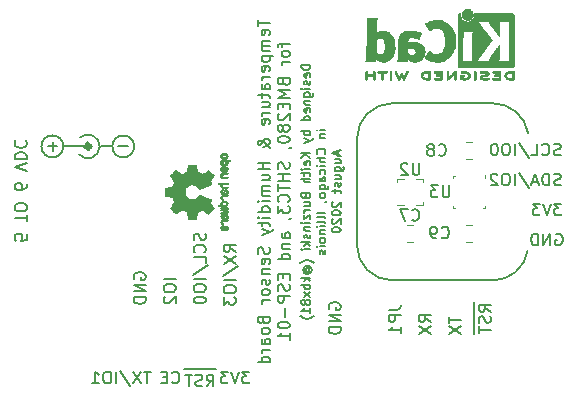
<source format=gbr>
G04 #@! TF.GenerationSoftware,KiCad,Pcbnew,(5.1.5-0-10_14)*
G04 #@! TF.CreationDate,2020-08-04T00:57:44-05:00*
G04 #@! TF.ProjectId,TempHumSensWithESP01,54656d70-4875-46d5-9365-6e7357697468,rev?*
G04 #@! TF.SameCoordinates,Original*
G04 #@! TF.FileFunction,Legend,Bot*
G04 #@! TF.FilePolarity,Positive*
%FSLAX46Y46*%
G04 Gerber Fmt 4.6, Leading zero omitted, Abs format (unit mm)*
G04 Created by KiCad (PCBNEW (5.1.5-0-10_14)) date 2020-08-04 00:57:44*
%MOMM*%
%LPD*%
G04 APERTURE LIST*
%ADD10C,0.160000*%
%ADD11C,0.200000*%
%ADD12C,0.010000*%
%ADD13C,0.150000*%
%ADD14C,0.500000*%
%ADD15C,0.100000*%
%ADD16C,0.120000*%
G04 APERTURE END LIST*
D10*
X151554285Y-61767857D02*
X150804285Y-61767857D01*
X150804285Y-61946428D01*
X150840000Y-62053571D01*
X150911428Y-62125000D01*
X150982857Y-62160714D01*
X151125714Y-62196428D01*
X151232857Y-62196428D01*
X151375714Y-62160714D01*
X151447142Y-62125000D01*
X151518571Y-62053571D01*
X151554285Y-61946428D01*
X151554285Y-61767857D01*
X151518571Y-62803571D02*
X151554285Y-62732142D01*
X151554285Y-62589285D01*
X151518571Y-62517857D01*
X151447142Y-62482142D01*
X151161428Y-62482142D01*
X151090000Y-62517857D01*
X151054285Y-62589285D01*
X151054285Y-62732142D01*
X151090000Y-62803571D01*
X151161428Y-62839285D01*
X151232857Y-62839285D01*
X151304285Y-62482142D01*
X151518571Y-63125000D02*
X151554285Y-63196428D01*
X151554285Y-63339285D01*
X151518571Y-63410714D01*
X151447142Y-63446428D01*
X151411428Y-63446428D01*
X151340000Y-63410714D01*
X151304285Y-63339285D01*
X151304285Y-63232142D01*
X151268571Y-63160714D01*
X151197142Y-63125000D01*
X151161428Y-63125000D01*
X151090000Y-63160714D01*
X151054285Y-63232142D01*
X151054285Y-63339285D01*
X151090000Y-63410714D01*
X151554285Y-63767857D02*
X151054285Y-63767857D01*
X150804285Y-63767857D02*
X150840000Y-63732142D01*
X150875714Y-63767857D01*
X150840000Y-63803571D01*
X150804285Y-63767857D01*
X150875714Y-63767857D01*
X151054285Y-64446428D02*
X151661428Y-64446428D01*
X151732857Y-64410714D01*
X151768571Y-64375000D01*
X151804285Y-64303571D01*
X151804285Y-64196428D01*
X151768571Y-64125000D01*
X151518571Y-64446428D02*
X151554285Y-64375000D01*
X151554285Y-64232142D01*
X151518571Y-64160714D01*
X151482857Y-64125000D01*
X151411428Y-64089285D01*
X151197142Y-64089285D01*
X151125714Y-64125000D01*
X151090000Y-64160714D01*
X151054285Y-64232142D01*
X151054285Y-64375000D01*
X151090000Y-64446428D01*
X151054285Y-64803571D02*
X151554285Y-64803571D01*
X151125714Y-64803571D02*
X151090000Y-64839285D01*
X151054285Y-64910714D01*
X151054285Y-65017857D01*
X151090000Y-65089285D01*
X151161428Y-65125000D01*
X151554285Y-65125000D01*
X151518571Y-65767857D02*
X151554285Y-65696428D01*
X151554285Y-65553571D01*
X151518571Y-65482142D01*
X151447142Y-65446428D01*
X151161428Y-65446428D01*
X151090000Y-65482142D01*
X151054285Y-65553571D01*
X151054285Y-65696428D01*
X151090000Y-65767857D01*
X151161428Y-65803571D01*
X151232857Y-65803571D01*
X151304285Y-65446428D01*
X151554285Y-66446428D02*
X150804285Y-66446428D01*
X151518571Y-66446428D02*
X151554285Y-66375000D01*
X151554285Y-66232142D01*
X151518571Y-66160714D01*
X151482857Y-66125000D01*
X151411428Y-66089285D01*
X151197142Y-66089285D01*
X151125714Y-66125000D01*
X151090000Y-66160714D01*
X151054285Y-66232142D01*
X151054285Y-66375000D01*
X151090000Y-66446428D01*
X151554285Y-67375000D02*
X150804285Y-67375000D01*
X151090000Y-67375000D02*
X151054285Y-67446428D01*
X151054285Y-67589285D01*
X151090000Y-67660714D01*
X151125714Y-67696428D01*
X151197142Y-67732142D01*
X151411428Y-67732142D01*
X151482857Y-67696428D01*
X151518571Y-67660714D01*
X151554285Y-67589285D01*
X151554285Y-67446428D01*
X151518571Y-67375000D01*
X151054285Y-67982142D02*
X151554285Y-68160714D01*
X151054285Y-68339285D02*
X151554285Y-68160714D01*
X151732857Y-68089285D01*
X151768571Y-68053571D01*
X151804285Y-67982142D01*
X151554285Y-69196428D02*
X150804285Y-69196428D01*
X151554285Y-69625000D02*
X151125714Y-69303571D01*
X150804285Y-69625000D02*
X151232857Y-69196428D01*
X151518571Y-70232142D02*
X151554285Y-70160714D01*
X151554285Y-70017857D01*
X151518571Y-69946428D01*
X151447142Y-69910714D01*
X151161428Y-69910714D01*
X151090000Y-69946428D01*
X151054285Y-70017857D01*
X151054285Y-70160714D01*
X151090000Y-70232142D01*
X151161428Y-70267857D01*
X151232857Y-70267857D01*
X151304285Y-69910714D01*
X151554285Y-70589285D02*
X151054285Y-70589285D01*
X150804285Y-70589285D02*
X150840000Y-70553571D01*
X150875714Y-70589285D01*
X150840000Y-70625000D01*
X150804285Y-70589285D01*
X150875714Y-70589285D01*
X151054285Y-70839285D02*
X151054285Y-71125000D01*
X150804285Y-70946428D02*
X151447142Y-70946428D01*
X151518571Y-70982142D01*
X151554285Y-71053571D01*
X151554285Y-71125000D01*
X151554285Y-71375000D02*
X150804285Y-71375000D01*
X151554285Y-71696428D02*
X151161428Y-71696428D01*
X151090000Y-71660714D01*
X151054285Y-71589285D01*
X151054285Y-71482142D01*
X151090000Y-71410714D01*
X151125714Y-71375000D01*
X151161428Y-72875000D02*
X151197142Y-72982142D01*
X151232857Y-73017857D01*
X151304285Y-73053571D01*
X151411428Y-73053571D01*
X151482857Y-73017857D01*
X151518571Y-72982142D01*
X151554285Y-72910714D01*
X151554285Y-72625000D01*
X150804285Y-72625000D01*
X150804285Y-72875000D01*
X150840000Y-72946428D01*
X150875714Y-72982142D01*
X150947142Y-73017857D01*
X151018571Y-73017857D01*
X151090000Y-72982142D01*
X151125714Y-72946428D01*
X151161428Y-72875000D01*
X151161428Y-72625000D01*
X151054285Y-73696428D02*
X151554285Y-73696428D01*
X151054285Y-73375000D02*
X151447142Y-73375000D01*
X151518571Y-73410714D01*
X151554285Y-73482142D01*
X151554285Y-73589285D01*
X151518571Y-73660714D01*
X151482857Y-73696428D01*
X151554285Y-74053571D02*
X151054285Y-74053571D01*
X151197142Y-74053571D02*
X151125714Y-74089285D01*
X151090000Y-74125000D01*
X151054285Y-74196428D01*
X151054285Y-74267857D01*
X151054285Y-74446428D02*
X151054285Y-74839285D01*
X151554285Y-74446428D01*
X151554285Y-74839285D01*
X151554285Y-75125000D02*
X151054285Y-75125000D01*
X150804285Y-75125000D02*
X150840000Y-75089285D01*
X150875714Y-75125000D01*
X150840000Y-75160714D01*
X150804285Y-75125000D01*
X150875714Y-75125000D01*
X151054285Y-75482142D02*
X151554285Y-75482142D01*
X151125714Y-75482142D02*
X151090000Y-75517857D01*
X151054285Y-75589285D01*
X151054285Y-75696428D01*
X151090000Y-75767857D01*
X151161428Y-75803571D01*
X151554285Y-75803571D01*
X151518571Y-76125000D02*
X151554285Y-76196428D01*
X151554285Y-76339285D01*
X151518571Y-76410714D01*
X151447142Y-76446428D01*
X151411428Y-76446428D01*
X151340000Y-76410714D01*
X151304285Y-76339285D01*
X151304285Y-76232142D01*
X151268571Y-76160714D01*
X151197142Y-76125000D01*
X151161428Y-76125000D01*
X151090000Y-76160714D01*
X151054285Y-76232142D01*
X151054285Y-76339285D01*
X151090000Y-76410714D01*
X151554285Y-76767857D02*
X150804285Y-76767857D01*
X151268571Y-76839285D02*
X151554285Y-77053571D01*
X151054285Y-77053571D02*
X151340000Y-76767857D01*
X151554285Y-77375000D02*
X151054285Y-77375000D01*
X150804285Y-77375000D02*
X150840000Y-77339285D01*
X150875714Y-77375000D01*
X150840000Y-77410714D01*
X150804285Y-77375000D01*
X150875714Y-77375000D01*
X151840000Y-78517857D02*
X151804285Y-78482142D01*
X151697142Y-78410714D01*
X151625714Y-78375000D01*
X151518571Y-78339285D01*
X151340000Y-78303571D01*
X151197142Y-78303571D01*
X151018571Y-78339285D01*
X150911428Y-78375000D01*
X150840000Y-78410714D01*
X150732857Y-78482142D01*
X150697142Y-78517857D01*
X151197142Y-79267857D02*
X151161428Y-79232142D01*
X151125714Y-79160714D01*
X151125714Y-79089285D01*
X151161428Y-79017857D01*
X151197142Y-78982142D01*
X151268571Y-78946428D01*
X151340000Y-78946428D01*
X151411428Y-78982142D01*
X151447142Y-79017857D01*
X151482857Y-79089285D01*
X151482857Y-79160714D01*
X151447142Y-79232142D01*
X151411428Y-79267857D01*
X151125714Y-79267857D02*
X151411428Y-79267857D01*
X151447142Y-79303571D01*
X151447142Y-79339285D01*
X151411428Y-79410714D01*
X151340000Y-79446428D01*
X151161428Y-79446428D01*
X151054285Y-79375000D01*
X150982857Y-79267857D01*
X150947142Y-79125000D01*
X150982857Y-78982142D01*
X151054285Y-78875000D01*
X151161428Y-78803571D01*
X151304285Y-78767857D01*
X151447142Y-78803571D01*
X151554285Y-78875000D01*
X151625714Y-78982142D01*
X151661428Y-79125000D01*
X151625714Y-79267857D01*
X151554285Y-79375000D01*
X151554285Y-79767857D02*
X150804285Y-79767857D01*
X151268571Y-79839285D02*
X151554285Y-80053571D01*
X151054285Y-80053571D02*
X151340000Y-79767857D01*
X151554285Y-80375000D02*
X150804285Y-80375000D01*
X151090000Y-80375000D02*
X151054285Y-80446428D01*
X151054285Y-80589285D01*
X151090000Y-80660714D01*
X151125714Y-80696428D01*
X151197142Y-80732142D01*
X151411428Y-80732142D01*
X151482857Y-80696428D01*
X151518571Y-80660714D01*
X151554285Y-80589285D01*
X151554285Y-80446428D01*
X151518571Y-80375000D01*
X151554285Y-80982142D02*
X151054285Y-81375000D01*
X151054285Y-80982142D02*
X151554285Y-81375000D01*
X151125714Y-81767857D02*
X151090000Y-81696428D01*
X151054285Y-81660714D01*
X150982857Y-81625000D01*
X150947142Y-81625000D01*
X150875714Y-81660714D01*
X150840000Y-81696428D01*
X150804285Y-81767857D01*
X150804285Y-81910714D01*
X150840000Y-81982142D01*
X150875714Y-82017857D01*
X150947142Y-82053571D01*
X150982857Y-82053571D01*
X151054285Y-82017857D01*
X151090000Y-81982142D01*
X151125714Y-81910714D01*
X151125714Y-81767857D01*
X151161428Y-81696428D01*
X151197142Y-81660714D01*
X151268571Y-81625000D01*
X151411428Y-81625000D01*
X151482857Y-81660714D01*
X151518571Y-81696428D01*
X151554285Y-81767857D01*
X151554285Y-81910714D01*
X151518571Y-81982142D01*
X151482857Y-82017857D01*
X151411428Y-82053571D01*
X151268571Y-82053571D01*
X151197142Y-82017857D01*
X151161428Y-81982142D01*
X151125714Y-81910714D01*
X151554285Y-82767857D02*
X151554285Y-82339285D01*
X151554285Y-82553571D02*
X150804285Y-82553571D01*
X150911428Y-82482142D01*
X150982857Y-82410714D01*
X151018571Y-82339285D01*
X151840000Y-83017857D02*
X151804285Y-83053571D01*
X151697142Y-83125000D01*
X151625714Y-83160714D01*
X151518571Y-83196428D01*
X151340000Y-83232142D01*
X151197142Y-83232142D01*
X151018571Y-83196428D01*
X150911428Y-83160714D01*
X150840000Y-83125000D01*
X150732857Y-83053571D01*
X150697142Y-83017857D01*
X152839285Y-67267857D02*
X152339285Y-67267857D01*
X152089285Y-67267857D02*
X152125000Y-67232142D01*
X152160714Y-67267857D01*
X152125000Y-67303571D01*
X152089285Y-67267857D01*
X152160714Y-67267857D01*
X152339285Y-67625000D02*
X152839285Y-67625000D01*
X152410714Y-67625000D02*
X152375000Y-67660714D01*
X152339285Y-67732142D01*
X152339285Y-67839285D01*
X152375000Y-67910714D01*
X152446428Y-67946428D01*
X152839285Y-67946428D01*
X152767857Y-69303571D02*
X152803571Y-69267857D01*
X152839285Y-69160714D01*
X152839285Y-69089285D01*
X152803571Y-68982142D01*
X152732142Y-68910714D01*
X152660714Y-68875000D01*
X152517857Y-68839285D01*
X152410714Y-68839285D01*
X152267857Y-68875000D01*
X152196428Y-68910714D01*
X152125000Y-68982142D01*
X152089285Y-69089285D01*
X152089285Y-69160714D01*
X152125000Y-69267857D01*
X152160714Y-69303571D01*
X152839285Y-69625000D02*
X152089285Y-69625000D01*
X152839285Y-69946428D02*
X152446428Y-69946428D01*
X152375000Y-69910714D01*
X152339285Y-69839285D01*
X152339285Y-69732142D01*
X152375000Y-69660714D01*
X152410714Y-69625000D01*
X152839285Y-70303571D02*
X152339285Y-70303571D01*
X152089285Y-70303571D02*
X152125000Y-70267857D01*
X152160714Y-70303571D01*
X152125000Y-70339285D01*
X152089285Y-70303571D01*
X152160714Y-70303571D01*
X152803571Y-70982142D02*
X152839285Y-70910714D01*
X152839285Y-70767857D01*
X152803571Y-70696428D01*
X152767857Y-70660714D01*
X152696428Y-70625000D01*
X152482142Y-70625000D01*
X152410714Y-70660714D01*
X152375000Y-70696428D01*
X152339285Y-70767857D01*
X152339285Y-70910714D01*
X152375000Y-70982142D01*
X152839285Y-71625000D02*
X152446428Y-71625000D01*
X152375000Y-71589285D01*
X152339285Y-71517857D01*
X152339285Y-71375000D01*
X152375000Y-71303571D01*
X152803571Y-71625000D02*
X152839285Y-71553571D01*
X152839285Y-71375000D01*
X152803571Y-71303571D01*
X152732142Y-71267857D01*
X152660714Y-71267857D01*
X152589285Y-71303571D01*
X152553571Y-71375000D01*
X152553571Y-71553571D01*
X152517857Y-71625000D01*
X152339285Y-72303571D02*
X152946428Y-72303571D01*
X153017857Y-72267857D01*
X153053571Y-72232142D01*
X153089285Y-72160714D01*
X153089285Y-72053571D01*
X153053571Y-71982142D01*
X152803571Y-72303571D02*
X152839285Y-72232142D01*
X152839285Y-72089285D01*
X152803571Y-72017857D01*
X152767857Y-71982142D01*
X152696428Y-71946428D01*
X152482142Y-71946428D01*
X152410714Y-71982142D01*
X152375000Y-72017857D01*
X152339285Y-72089285D01*
X152339285Y-72232142D01*
X152375000Y-72303571D01*
X152839285Y-72767857D02*
X152803571Y-72696428D01*
X152767857Y-72660714D01*
X152696428Y-72625000D01*
X152482142Y-72625000D01*
X152410714Y-72660714D01*
X152375000Y-72696428D01*
X152339285Y-72767857D01*
X152339285Y-72875000D01*
X152375000Y-72946428D01*
X152410714Y-72982142D01*
X152482142Y-73017857D01*
X152696428Y-73017857D01*
X152767857Y-72982142D01*
X152803571Y-72946428D01*
X152839285Y-72875000D01*
X152839285Y-72767857D01*
X152803571Y-73375000D02*
X152839285Y-73375000D01*
X152910714Y-73339285D01*
X152946428Y-73303571D01*
X152839285Y-74267857D02*
X152089285Y-74267857D01*
X152839285Y-74732142D02*
X152803571Y-74660714D01*
X152732142Y-74625000D01*
X152089285Y-74625000D01*
X152839285Y-75125000D02*
X152803571Y-75053571D01*
X152732142Y-75017857D01*
X152089285Y-75017857D01*
X152839285Y-75410714D02*
X152339285Y-75410714D01*
X152089285Y-75410714D02*
X152125000Y-75375000D01*
X152160714Y-75410714D01*
X152125000Y-75446428D01*
X152089285Y-75410714D01*
X152160714Y-75410714D01*
X152339285Y-75767857D02*
X152839285Y-75767857D01*
X152410714Y-75767857D02*
X152375000Y-75803571D01*
X152339285Y-75875000D01*
X152339285Y-75982142D01*
X152375000Y-76053571D01*
X152446428Y-76089285D01*
X152839285Y-76089285D01*
X152839285Y-76553571D02*
X152803571Y-76482142D01*
X152767857Y-76446428D01*
X152696428Y-76410714D01*
X152482142Y-76410714D01*
X152410714Y-76446428D01*
X152375000Y-76482142D01*
X152339285Y-76553571D01*
X152339285Y-76660714D01*
X152375000Y-76732142D01*
X152410714Y-76767857D01*
X152482142Y-76803571D01*
X152696428Y-76803571D01*
X152767857Y-76767857D01*
X152803571Y-76732142D01*
X152839285Y-76660714D01*
X152839285Y-76553571D01*
X152839285Y-77125000D02*
X152339285Y-77125000D01*
X152089285Y-77125000D02*
X152125000Y-77089285D01*
X152160714Y-77125000D01*
X152125000Y-77160714D01*
X152089285Y-77125000D01*
X152160714Y-77125000D01*
X152803571Y-77446428D02*
X152839285Y-77517857D01*
X152839285Y-77660714D01*
X152803571Y-77732142D01*
X152732142Y-77767857D01*
X152696428Y-77767857D01*
X152625000Y-77732142D01*
X152589285Y-77660714D01*
X152589285Y-77553571D01*
X152553571Y-77482142D01*
X152482142Y-77446428D01*
X152446428Y-77446428D01*
X152375000Y-77482142D01*
X152339285Y-77553571D01*
X152339285Y-77660714D01*
X152375000Y-77732142D01*
X153910000Y-69071428D02*
X153910000Y-69428571D01*
X154124285Y-69000000D02*
X153374285Y-69250000D01*
X154124285Y-69500000D01*
X153624285Y-70071428D02*
X154124285Y-70071428D01*
X153624285Y-69750000D02*
X154017142Y-69750000D01*
X154088571Y-69785714D01*
X154124285Y-69857142D01*
X154124285Y-69964285D01*
X154088571Y-70035714D01*
X154052857Y-70071428D01*
X153624285Y-70750000D02*
X154231428Y-70750000D01*
X154302857Y-70714285D01*
X154338571Y-70678571D01*
X154374285Y-70607142D01*
X154374285Y-70500000D01*
X154338571Y-70428571D01*
X154088571Y-70750000D02*
X154124285Y-70678571D01*
X154124285Y-70535714D01*
X154088571Y-70464285D01*
X154052857Y-70428571D01*
X153981428Y-70392857D01*
X153767142Y-70392857D01*
X153695714Y-70428571D01*
X153660000Y-70464285D01*
X153624285Y-70535714D01*
X153624285Y-70678571D01*
X153660000Y-70750000D01*
X153624285Y-71428571D02*
X154124285Y-71428571D01*
X153624285Y-71107142D02*
X154017142Y-71107142D01*
X154088571Y-71142857D01*
X154124285Y-71214285D01*
X154124285Y-71321428D01*
X154088571Y-71392857D01*
X154052857Y-71428571D01*
X154088571Y-71750000D02*
X154124285Y-71821428D01*
X154124285Y-71964285D01*
X154088571Y-72035714D01*
X154017142Y-72071428D01*
X153981428Y-72071428D01*
X153910000Y-72035714D01*
X153874285Y-71964285D01*
X153874285Y-71857142D01*
X153838571Y-71785714D01*
X153767142Y-71750000D01*
X153731428Y-71750000D01*
X153660000Y-71785714D01*
X153624285Y-71857142D01*
X153624285Y-71964285D01*
X153660000Y-72035714D01*
X153624285Y-72285714D02*
X153624285Y-72571428D01*
X153374285Y-72392857D02*
X154017142Y-72392857D01*
X154088571Y-72428571D01*
X154124285Y-72500000D01*
X154124285Y-72571428D01*
X153445714Y-73357142D02*
X153410000Y-73392857D01*
X153374285Y-73464285D01*
X153374285Y-73642857D01*
X153410000Y-73714285D01*
X153445714Y-73750000D01*
X153517142Y-73785714D01*
X153588571Y-73785714D01*
X153695714Y-73750000D01*
X154124285Y-73321428D01*
X154124285Y-73785714D01*
X153374285Y-74250000D02*
X153374285Y-74321428D01*
X153410000Y-74392857D01*
X153445714Y-74428571D01*
X153517142Y-74464285D01*
X153660000Y-74500000D01*
X153838571Y-74500000D01*
X153981428Y-74464285D01*
X154052857Y-74428571D01*
X154088571Y-74392857D01*
X154124285Y-74321428D01*
X154124285Y-74250000D01*
X154088571Y-74178571D01*
X154052857Y-74142857D01*
X153981428Y-74107142D01*
X153838571Y-74071428D01*
X153660000Y-74071428D01*
X153517142Y-74107142D01*
X153445714Y-74142857D01*
X153410000Y-74178571D01*
X153374285Y-74250000D01*
X153445714Y-74785714D02*
X153410000Y-74821428D01*
X153374285Y-74892857D01*
X153374285Y-75071428D01*
X153410000Y-75142857D01*
X153445714Y-75178571D01*
X153517142Y-75214285D01*
X153588571Y-75214285D01*
X153695714Y-75178571D01*
X154124285Y-74750000D01*
X154124285Y-75214285D01*
X153374285Y-75678571D02*
X153374285Y-75750000D01*
X153410000Y-75821428D01*
X153445714Y-75857142D01*
X153517142Y-75892857D01*
X153660000Y-75928571D01*
X153838571Y-75928571D01*
X153981428Y-75892857D01*
X154052857Y-75857142D01*
X154088571Y-75821428D01*
X154124285Y-75750000D01*
X154124285Y-75678571D01*
X154088571Y-75607142D01*
X154052857Y-75571428D01*
X153981428Y-75535714D01*
X153838571Y-75500000D01*
X153660000Y-75500000D01*
X153517142Y-75535714D01*
X153445714Y-75571428D01*
X153410000Y-75607142D01*
X153374285Y-75678571D01*
D11*
X167000000Y-65000000D02*
G75*
G02X170000000Y-67541381I0J-3041381D01*
G01*
X158500000Y-80000000D02*
X167000000Y-80000000D01*
X155500000Y-68000000D02*
X155500000Y-77000000D01*
X167000000Y-65000000D02*
X158500000Y-65000000D01*
X169959182Y-77493197D02*
G75*
G02X167000000Y-80000000I-2959182J493197D01*
G01*
X158500000Y-80000000D02*
G75*
G02X155500000Y-77000000I0J3000000D01*
G01*
X155500000Y-68000000D02*
G75*
G02X158500000Y-65000000I3000000J0D01*
G01*
X147102380Y-57928571D02*
X147102380Y-58500000D01*
X148102380Y-58214285D02*
X147102380Y-58214285D01*
X148054761Y-59214285D02*
X148102380Y-59119047D01*
X148102380Y-58928571D01*
X148054761Y-58833333D01*
X147959523Y-58785714D01*
X147578571Y-58785714D01*
X147483333Y-58833333D01*
X147435714Y-58928571D01*
X147435714Y-59119047D01*
X147483333Y-59214285D01*
X147578571Y-59261904D01*
X147673809Y-59261904D01*
X147769047Y-58785714D01*
X148102380Y-59690476D02*
X147435714Y-59690476D01*
X147530952Y-59690476D02*
X147483333Y-59738095D01*
X147435714Y-59833333D01*
X147435714Y-59976190D01*
X147483333Y-60071428D01*
X147578571Y-60119047D01*
X148102380Y-60119047D01*
X147578571Y-60119047D02*
X147483333Y-60166666D01*
X147435714Y-60261904D01*
X147435714Y-60404761D01*
X147483333Y-60500000D01*
X147578571Y-60547619D01*
X148102380Y-60547619D01*
X147435714Y-61023809D02*
X148435714Y-61023809D01*
X147483333Y-61023809D02*
X147435714Y-61119047D01*
X147435714Y-61309523D01*
X147483333Y-61404761D01*
X147530952Y-61452380D01*
X147626190Y-61500000D01*
X147911904Y-61500000D01*
X148007142Y-61452380D01*
X148054761Y-61404761D01*
X148102380Y-61309523D01*
X148102380Y-61119047D01*
X148054761Y-61023809D01*
X148054761Y-62309523D02*
X148102380Y-62214285D01*
X148102380Y-62023809D01*
X148054761Y-61928571D01*
X147959523Y-61880952D01*
X147578571Y-61880952D01*
X147483333Y-61928571D01*
X147435714Y-62023809D01*
X147435714Y-62214285D01*
X147483333Y-62309523D01*
X147578571Y-62357142D01*
X147673809Y-62357142D01*
X147769047Y-61880952D01*
X148102380Y-62785714D02*
X147435714Y-62785714D01*
X147626190Y-62785714D02*
X147530952Y-62833333D01*
X147483333Y-62880952D01*
X147435714Y-62976190D01*
X147435714Y-63071428D01*
X148102380Y-63833333D02*
X147578571Y-63833333D01*
X147483333Y-63785714D01*
X147435714Y-63690476D01*
X147435714Y-63500000D01*
X147483333Y-63404761D01*
X148054761Y-63833333D02*
X148102380Y-63738095D01*
X148102380Y-63500000D01*
X148054761Y-63404761D01*
X147959523Y-63357142D01*
X147864285Y-63357142D01*
X147769047Y-63404761D01*
X147721428Y-63500000D01*
X147721428Y-63738095D01*
X147673809Y-63833333D01*
X147435714Y-64166666D02*
X147435714Y-64547619D01*
X147102380Y-64309523D02*
X147959523Y-64309523D01*
X148054761Y-64357142D01*
X148102380Y-64452380D01*
X148102380Y-64547619D01*
X147435714Y-65309523D02*
X148102380Y-65309523D01*
X147435714Y-64880952D02*
X147959523Y-64880952D01*
X148054761Y-64928571D01*
X148102380Y-65023809D01*
X148102380Y-65166666D01*
X148054761Y-65261904D01*
X148007142Y-65309523D01*
X148102380Y-65785714D02*
X147435714Y-65785714D01*
X147626190Y-65785714D02*
X147530952Y-65833333D01*
X147483333Y-65880952D01*
X147435714Y-65976190D01*
X147435714Y-66071428D01*
X148054761Y-66785714D02*
X148102380Y-66690476D01*
X148102380Y-66500000D01*
X148054761Y-66404761D01*
X147959523Y-66357142D01*
X147578571Y-66357142D01*
X147483333Y-66404761D01*
X147435714Y-66500000D01*
X147435714Y-66690476D01*
X147483333Y-66785714D01*
X147578571Y-66833333D01*
X147673809Y-66833333D01*
X147769047Y-66357142D01*
X148102380Y-68833333D02*
X148102380Y-68785714D01*
X148054761Y-68690476D01*
X147911904Y-68547619D01*
X147626190Y-68309523D01*
X147483333Y-68214285D01*
X147340476Y-68166666D01*
X147245238Y-68166666D01*
X147150000Y-68214285D01*
X147102380Y-68309523D01*
X147102380Y-68357142D01*
X147150000Y-68452380D01*
X147245238Y-68500000D01*
X147292857Y-68500000D01*
X147388095Y-68452380D01*
X147435714Y-68404761D01*
X147626190Y-68119047D01*
X147673809Y-68071428D01*
X147769047Y-68023809D01*
X147911904Y-68023809D01*
X148007142Y-68071428D01*
X148054761Y-68119047D01*
X148102380Y-68214285D01*
X148102380Y-68357142D01*
X148054761Y-68452380D01*
X148007142Y-68500000D01*
X147816666Y-68642857D01*
X147673809Y-68690476D01*
X147578571Y-68690476D01*
X148102380Y-70023809D02*
X147102380Y-70023809D01*
X147578571Y-70023809D02*
X147578571Y-70595238D01*
X148102380Y-70595238D02*
X147102380Y-70595238D01*
X147435714Y-71500000D02*
X148102380Y-71500000D01*
X147435714Y-71071428D02*
X147959523Y-71071428D01*
X148054761Y-71119047D01*
X148102380Y-71214285D01*
X148102380Y-71357142D01*
X148054761Y-71452380D01*
X148007142Y-71500000D01*
X148102380Y-71976190D02*
X147435714Y-71976190D01*
X147530952Y-71976190D02*
X147483333Y-72023809D01*
X147435714Y-72119047D01*
X147435714Y-72261904D01*
X147483333Y-72357142D01*
X147578571Y-72404761D01*
X148102380Y-72404761D01*
X147578571Y-72404761D02*
X147483333Y-72452380D01*
X147435714Y-72547619D01*
X147435714Y-72690476D01*
X147483333Y-72785714D01*
X147578571Y-72833333D01*
X148102380Y-72833333D01*
X148102380Y-73309523D02*
X147435714Y-73309523D01*
X147102380Y-73309523D02*
X147150000Y-73261904D01*
X147197619Y-73309523D01*
X147150000Y-73357142D01*
X147102380Y-73309523D01*
X147197619Y-73309523D01*
X148102380Y-74214285D02*
X147102380Y-74214285D01*
X148054761Y-74214285D02*
X148102380Y-74119047D01*
X148102380Y-73928571D01*
X148054761Y-73833333D01*
X148007142Y-73785714D01*
X147911904Y-73738095D01*
X147626190Y-73738095D01*
X147530952Y-73785714D01*
X147483333Y-73833333D01*
X147435714Y-73928571D01*
X147435714Y-74119047D01*
X147483333Y-74214285D01*
X148102380Y-74690476D02*
X147435714Y-74690476D01*
X147102380Y-74690476D02*
X147150000Y-74642857D01*
X147197619Y-74690476D01*
X147150000Y-74738095D01*
X147102380Y-74690476D01*
X147197619Y-74690476D01*
X147435714Y-75023809D02*
X147435714Y-75404761D01*
X147102380Y-75166666D02*
X147959523Y-75166666D01*
X148054761Y-75214285D01*
X148102380Y-75309523D01*
X148102380Y-75404761D01*
X147435714Y-75642857D02*
X148102380Y-75880952D01*
X147435714Y-76119047D02*
X148102380Y-75880952D01*
X148340476Y-75785714D01*
X148388095Y-75738095D01*
X148435714Y-75642857D01*
X148054761Y-77214285D02*
X148102380Y-77357142D01*
X148102380Y-77595238D01*
X148054761Y-77690476D01*
X148007142Y-77738095D01*
X147911904Y-77785714D01*
X147816666Y-77785714D01*
X147721428Y-77738095D01*
X147673809Y-77690476D01*
X147626190Y-77595238D01*
X147578571Y-77404761D01*
X147530952Y-77309523D01*
X147483333Y-77261904D01*
X147388095Y-77214285D01*
X147292857Y-77214285D01*
X147197619Y-77261904D01*
X147150000Y-77309523D01*
X147102380Y-77404761D01*
X147102380Y-77642857D01*
X147150000Y-77785714D01*
X148054761Y-78595238D02*
X148102380Y-78500000D01*
X148102380Y-78309523D01*
X148054761Y-78214285D01*
X147959523Y-78166666D01*
X147578571Y-78166666D01*
X147483333Y-78214285D01*
X147435714Y-78309523D01*
X147435714Y-78500000D01*
X147483333Y-78595238D01*
X147578571Y-78642857D01*
X147673809Y-78642857D01*
X147769047Y-78166666D01*
X147435714Y-79071428D02*
X148102380Y-79071428D01*
X147530952Y-79071428D02*
X147483333Y-79119047D01*
X147435714Y-79214285D01*
X147435714Y-79357142D01*
X147483333Y-79452380D01*
X147578571Y-79500000D01*
X148102380Y-79500000D01*
X148054761Y-79928571D02*
X148102380Y-80023809D01*
X148102380Y-80214285D01*
X148054761Y-80309523D01*
X147959523Y-80357142D01*
X147911904Y-80357142D01*
X147816666Y-80309523D01*
X147769047Y-80214285D01*
X147769047Y-80071428D01*
X147721428Y-79976190D01*
X147626190Y-79928571D01*
X147578571Y-79928571D01*
X147483333Y-79976190D01*
X147435714Y-80071428D01*
X147435714Y-80214285D01*
X147483333Y-80309523D01*
X148102380Y-80928571D02*
X148054761Y-80833333D01*
X148007142Y-80785714D01*
X147911904Y-80738095D01*
X147626190Y-80738095D01*
X147530952Y-80785714D01*
X147483333Y-80833333D01*
X147435714Y-80928571D01*
X147435714Y-81071428D01*
X147483333Y-81166666D01*
X147530952Y-81214285D01*
X147626190Y-81261904D01*
X147911904Y-81261904D01*
X148007142Y-81214285D01*
X148054761Y-81166666D01*
X148102380Y-81071428D01*
X148102380Y-80928571D01*
X148102380Y-81690476D02*
X147435714Y-81690476D01*
X147626190Y-81690476D02*
X147530952Y-81738095D01*
X147483333Y-81785714D01*
X147435714Y-81880952D01*
X147435714Y-81976190D01*
X147578571Y-83404761D02*
X147626190Y-83547619D01*
X147673809Y-83595238D01*
X147769047Y-83642857D01*
X147911904Y-83642857D01*
X148007142Y-83595238D01*
X148054761Y-83547619D01*
X148102380Y-83452380D01*
X148102380Y-83071428D01*
X147102380Y-83071428D01*
X147102380Y-83404761D01*
X147150000Y-83500000D01*
X147197619Y-83547619D01*
X147292857Y-83595238D01*
X147388095Y-83595238D01*
X147483333Y-83547619D01*
X147530952Y-83500000D01*
X147578571Y-83404761D01*
X147578571Y-83071428D01*
X148102380Y-84214285D02*
X148054761Y-84119047D01*
X148007142Y-84071428D01*
X147911904Y-84023809D01*
X147626190Y-84023809D01*
X147530952Y-84071428D01*
X147483333Y-84119047D01*
X147435714Y-84214285D01*
X147435714Y-84357142D01*
X147483333Y-84452380D01*
X147530952Y-84500000D01*
X147626190Y-84547619D01*
X147911904Y-84547619D01*
X148007142Y-84500000D01*
X148054761Y-84452380D01*
X148102380Y-84357142D01*
X148102380Y-84214285D01*
X148102380Y-85404761D02*
X147578571Y-85404761D01*
X147483333Y-85357142D01*
X147435714Y-85261904D01*
X147435714Y-85071428D01*
X147483333Y-84976190D01*
X148054761Y-85404761D02*
X148102380Y-85309523D01*
X148102380Y-85071428D01*
X148054761Y-84976190D01*
X147959523Y-84928571D01*
X147864285Y-84928571D01*
X147769047Y-84976190D01*
X147721428Y-85071428D01*
X147721428Y-85309523D01*
X147673809Y-85404761D01*
X148102380Y-85880952D02*
X147435714Y-85880952D01*
X147626190Y-85880952D02*
X147530952Y-85928571D01*
X147483333Y-85976190D01*
X147435714Y-86071428D01*
X147435714Y-86166666D01*
X148102380Y-86928571D02*
X147102380Y-86928571D01*
X148054761Y-86928571D02*
X148102380Y-86833333D01*
X148102380Y-86642857D01*
X148054761Y-86547619D01*
X148007142Y-86499999D01*
X147911904Y-86452380D01*
X147626190Y-86452380D01*
X147530952Y-86499999D01*
X147483333Y-86547619D01*
X147435714Y-86642857D01*
X147435714Y-86833333D01*
X147483333Y-86928571D01*
X149135714Y-59880952D02*
X149135714Y-60261904D01*
X149802380Y-60023809D02*
X148945238Y-60023809D01*
X148850000Y-60071428D01*
X148802380Y-60166666D01*
X148802380Y-60261904D01*
X149802380Y-60738095D02*
X149754761Y-60642857D01*
X149707142Y-60595238D01*
X149611904Y-60547619D01*
X149326190Y-60547619D01*
X149230952Y-60595238D01*
X149183333Y-60642857D01*
X149135714Y-60738095D01*
X149135714Y-60880952D01*
X149183333Y-60976190D01*
X149230952Y-61023809D01*
X149326190Y-61071428D01*
X149611904Y-61071428D01*
X149707142Y-61023809D01*
X149754761Y-60976190D01*
X149802380Y-60880952D01*
X149802380Y-60738095D01*
X149802380Y-61500000D02*
X149135714Y-61500000D01*
X149326190Y-61500000D02*
X149230952Y-61547619D01*
X149183333Y-61595238D01*
X149135714Y-61690476D01*
X149135714Y-61785714D01*
X149278571Y-63214285D02*
X149326190Y-63357142D01*
X149373809Y-63404761D01*
X149469047Y-63452380D01*
X149611904Y-63452380D01*
X149707142Y-63404761D01*
X149754761Y-63357142D01*
X149802380Y-63261904D01*
X149802380Y-62880952D01*
X148802380Y-62880952D01*
X148802380Y-63214285D01*
X148850000Y-63309523D01*
X148897619Y-63357142D01*
X148992857Y-63404761D01*
X149088095Y-63404761D01*
X149183333Y-63357142D01*
X149230952Y-63309523D01*
X149278571Y-63214285D01*
X149278571Y-62880952D01*
X149802380Y-63880952D02*
X148802380Y-63880952D01*
X149516666Y-64214285D01*
X148802380Y-64547619D01*
X149802380Y-64547619D01*
X149278571Y-65023809D02*
X149278571Y-65357142D01*
X149802380Y-65499999D02*
X149802380Y-65023809D01*
X148802380Y-65023809D01*
X148802380Y-65499999D01*
X148897619Y-65880952D02*
X148850000Y-65928571D01*
X148802380Y-66023809D01*
X148802380Y-66261904D01*
X148850000Y-66357142D01*
X148897619Y-66404761D01*
X148992857Y-66452380D01*
X149088095Y-66452380D01*
X149230952Y-66404761D01*
X149802380Y-65833333D01*
X149802380Y-66452380D01*
X149230952Y-67023809D02*
X149183333Y-66928571D01*
X149135714Y-66880952D01*
X149040476Y-66833333D01*
X148992857Y-66833333D01*
X148897619Y-66880952D01*
X148850000Y-66928571D01*
X148802380Y-67023809D01*
X148802380Y-67214285D01*
X148850000Y-67309523D01*
X148897619Y-67357142D01*
X148992857Y-67404761D01*
X149040476Y-67404761D01*
X149135714Y-67357142D01*
X149183333Y-67309523D01*
X149230952Y-67214285D01*
X149230952Y-67023809D01*
X149278571Y-66928571D01*
X149326190Y-66880952D01*
X149421428Y-66833333D01*
X149611904Y-66833333D01*
X149707142Y-66880952D01*
X149754761Y-66928571D01*
X149802380Y-67023809D01*
X149802380Y-67214285D01*
X149754761Y-67309523D01*
X149707142Y-67357142D01*
X149611904Y-67404761D01*
X149421428Y-67404761D01*
X149326190Y-67357142D01*
X149278571Y-67309523D01*
X149230952Y-67214285D01*
X148802380Y-68023809D02*
X148802380Y-68119047D01*
X148850000Y-68214285D01*
X148897619Y-68261904D01*
X148992857Y-68309523D01*
X149183333Y-68357142D01*
X149421428Y-68357142D01*
X149611904Y-68309523D01*
X149707142Y-68261904D01*
X149754761Y-68214285D01*
X149802380Y-68119047D01*
X149802380Y-68023809D01*
X149754761Y-67928571D01*
X149707142Y-67880952D01*
X149611904Y-67833333D01*
X149421428Y-67785714D01*
X149183333Y-67785714D01*
X148992857Y-67833333D01*
X148897619Y-67880952D01*
X148850000Y-67928571D01*
X148802380Y-68023809D01*
X149754761Y-68833333D02*
X149802380Y-68833333D01*
X149897619Y-68785714D01*
X149945238Y-68738095D01*
X149754761Y-69976190D02*
X149802380Y-70119047D01*
X149802380Y-70357142D01*
X149754761Y-70452380D01*
X149707142Y-70499999D01*
X149611904Y-70547619D01*
X149516666Y-70547619D01*
X149421428Y-70499999D01*
X149373809Y-70452380D01*
X149326190Y-70357142D01*
X149278571Y-70166666D01*
X149230952Y-70071428D01*
X149183333Y-70023809D01*
X149088095Y-69976190D01*
X148992857Y-69976190D01*
X148897619Y-70023809D01*
X148850000Y-70071428D01*
X148802380Y-70166666D01*
X148802380Y-70404761D01*
X148850000Y-70547619D01*
X149802380Y-70976190D02*
X148802380Y-70976190D01*
X149278571Y-70976190D02*
X149278571Y-71547619D01*
X149802380Y-71547619D02*
X148802380Y-71547619D01*
X148802380Y-71880952D02*
X148802380Y-72452380D01*
X149802380Y-72166666D02*
X148802380Y-72166666D01*
X149707142Y-73357142D02*
X149754761Y-73309523D01*
X149802380Y-73166666D01*
X149802380Y-73071428D01*
X149754761Y-72928571D01*
X149659523Y-72833333D01*
X149564285Y-72785714D01*
X149373809Y-72738095D01*
X149230952Y-72738095D01*
X149040476Y-72785714D01*
X148945238Y-72833333D01*
X148850000Y-72928571D01*
X148802380Y-73071428D01*
X148802380Y-73166666D01*
X148850000Y-73309523D01*
X148897619Y-73357142D01*
X148802380Y-73690476D02*
X148802380Y-74309523D01*
X149183333Y-73976190D01*
X149183333Y-74119047D01*
X149230952Y-74214285D01*
X149278571Y-74261904D01*
X149373809Y-74309523D01*
X149611904Y-74309523D01*
X149707142Y-74261904D01*
X149754761Y-74214285D01*
X149802380Y-74119047D01*
X149802380Y-73833333D01*
X149754761Y-73738095D01*
X149707142Y-73690476D01*
X149754761Y-74785714D02*
X149802380Y-74785714D01*
X149897619Y-74738095D01*
X149945238Y-74690476D01*
X149802380Y-76404761D02*
X149278571Y-76404761D01*
X149183333Y-76357142D01*
X149135714Y-76261904D01*
X149135714Y-76071428D01*
X149183333Y-75976190D01*
X149754761Y-76404761D02*
X149802380Y-76309523D01*
X149802380Y-76071428D01*
X149754761Y-75976190D01*
X149659523Y-75928571D01*
X149564285Y-75928571D01*
X149469047Y-75976190D01*
X149421428Y-76071428D01*
X149421428Y-76309523D01*
X149373809Y-76404761D01*
X149135714Y-76880952D02*
X149802380Y-76880952D01*
X149230952Y-76880952D02*
X149183333Y-76928571D01*
X149135714Y-77023809D01*
X149135714Y-77166666D01*
X149183333Y-77261904D01*
X149278571Y-77309523D01*
X149802380Y-77309523D01*
X149802380Y-78214285D02*
X148802380Y-78214285D01*
X149754761Y-78214285D02*
X149802380Y-78119047D01*
X149802380Y-77928571D01*
X149754761Y-77833333D01*
X149707142Y-77785714D01*
X149611904Y-77738095D01*
X149326190Y-77738095D01*
X149230952Y-77785714D01*
X149183333Y-77833333D01*
X149135714Y-77928571D01*
X149135714Y-78119047D01*
X149183333Y-78214285D01*
X149278571Y-79452380D02*
X149278571Y-79785714D01*
X149802380Y-79928571D02*
X149802380Y-79452380D01*
X148802380Y-79452380D01*
X148802380Y-79928571D01*
X149754761Y-80309523D02*
X149802380Y-80452380D01*
X149802380Y-80690476D01*
X149754761Y-80785714D01*
X149707142Y-80833333D01*
X149611904Y-80880952D01*
X149516666Y-80880952D01*
X149421428Y-80833333D01*
X149373809Y-80785714D01*
X149326190Y-80690476D01*
X149278571Y-80499999D01*
X149230952Y-80404761D01*
X149183333Y-80357142D01*
X149088095Y-80309523D01*
X148992857Y-80309523D01*
X148897619Y-80357142D01*
X148850000Y-80404761D01*
X148802380Y-80499999D01*
X148802380Y-80738095D01*
X148850000Y-80880952D01*
X149802380Y-81309523D02*
X148802380Y-81309523D01*
X148802380Y-81690476D01*
X148850000Y-81785714D01*
X148897619Y-81833333D01*
X148992857Y-81880952D01*
X149135714Y-81880952D01*
X149230952Y-81833333D01*
X149278571Y-81785714D01*
X149326190Y-81690476D01*
X149326190Y-81309523D01*
X149421428Y-82309523D02*
X149421428Y-83071428D01*
X148802380Y-83738095D02*
X148802380Y-83833333D01*
X148850000Y-83928571D01*
X148897619Y-83976190D01*
X148992857Y-84023809D01*
X149183333Y-84071428D01*
X149421428Y-84071428D01*
X149611904Y-84023809D01*
X149707142Y-83976190D01*
X149754761Y-83928571D01*
X149802380Y-83833333D01*
X149802380Y-83738095D01*
X149754761Y-83642857D01*
X149707142Y-83595238D01*
X149611904Y-83547619D01*
X149421428Y-83499999D01*
X149183333Y-83499999D01*
X148992857Y-83547619D01*
X148897619Y-83595238D01*
X148850000Y-83642857D01*
X148802380Y-83738095D01*
X149802380Y-85023809D02*
X149802380Y-84452380D01*
X149802380Y-84738095D02*
X148802380Y-84738095D01*
X148945238Y-84642857D01*
X149040476Y-84547619D01*
X149088095Y-84452380D01*
D12*
G36*
X156271177Y-62274533D02*
G01*
X156239798Y-62296776D01*
X156212089Y-62324485D01*
X156212089Y-62633920D01*
X156212162Y-62725799D01*
X156212505Y-62797840D01*
X156213308Y-62852780D01*
X156214759Y-62893360D01*
X156217048Y-62922317D01*
X156220364Y-62942391D01*
X156224895Y-62956321D01*
X156230831Y-62966845D01*
X156235486Y-62973100D01*
X156266217Y-62997673D01*
X156301504Y-63000341D01*
X156333755Y-62985271D01*
X156344412Y-62976374D01*
X156351536Y-62964557D01*
X156355833Y-62945526D01*
X156358009Y-62914992D01*
X156358772Y-62868662D01*
X156358845Y-62832871D01*
X156358845Y-62698045D01*
X156855556Y-62698045D01*
X156855556Y-62820700D01*
X156856069Y-62876787D01*
X156858124Y-62915333D01*
X156862492Y-62941361D01*
X156869944Y-62959897D01*
X156878953Y-62973100D01*
X156909856Y-62997604D01*
X156944804Y-63000506D01*
X156978262Y-62983089D01*
X156987396Y-62973959D01*
X156993848Y-62961855D01*
X156998103Y-62943001D01*
X157000648Y-62913620D01*
X157001971Y-62869937D01*
X157002557Y-62808175D01*
X157002625Y-62794000D01*
X157003109Y-62677631D01*
X157003359Y-62581727D01*
X157003277Y-62504177D01*
X157002769Y-62442869D01*
X157001738Y-62395690D01*
X157000087Y-62360530D01*
X156997721Y-62335276D01*
X156994543Y-62317817D01*
X156990456Y-62306041D01*
X156985366Y-62297835D01*
X156979734Y-62291645D01*
X156947872Y-62271844D01*
X156914643Y-62274533D01*
X156883265Y-62296776D01*
X156870567Y-62311126D01*
X156862474Y-62326978D01*
X156857958Y-62349554D01*
X156855994Y-62384078D01*
X156855556Y-62435776D01*
X156855556Y-62551289D01*
X156358845Y-62551289D01*
X156358845Y-62432756D01*
X156358338Y-62378148D01*
X156356302Y-62341275D01*
X156351965Y-62317307D01*
X156344553Y-62301415D01*
X156336267Y-62291645D01*
X156304406Y-62271844D01*
X156271177Y-62274533D01*
G37*
X156271177Y-62274533D02*
X156239798Y-62296776D01*
X156212089Y-62324485D01*
X156212089Y-62633920D01*
X156212162Y-62725799D01*
X156212505Y-62797840D01*
X156213308Y-62852780D01*
X156214759Y-62893360D01*
X156217048Y-62922317D01*
X156220364Y-62942391D01*
X156224895Y-62956321D01*
X156230831Y-62966845D01*
X156235486Y-62973100D01*
X156266217Y-62997673D01*
X156301504Y-63000341D01*
X156333755Y-62985271D01*
X156344412Y-62976374D01*
X156351536Y-62964557D01*
X156355833Y-62945526D01*
X156358009Y-62914992D01*
X156358772Y-62868662D01*
X156358845Y-62832871D01*
X156358845Y-62698045D01*
X156855556Y-62698045D01*
X156855556Y-62820700D01*
X156856069Y-62876787D01*
X156858124Y-62915333D01*
X156862492Y-62941361D01*
X156869944Y-62959897D01*
X156878953Y-62973100D01*
X156909856Y-62997604D01*
X156944804Y-63000506D01*
X156978262Y-62983089D01*
X156987396Y-62973959D01*
X156993848Y-62961855D01*
X156998103Y-62943001D01*
X157000648Y-62913620D01*
X157001971Y-62869937D01*
X157002557Y-62808175D01*
X157002625Y-62794000D01*
X157003109Y-62677631D01*
X157003359Y-62581727D01*
X157003277Y-62504177D01*
X157002769Y-62442869D01*
X157001738Y-62395690D01*
X157000087Y-62360530D01*
X156997721Y-62335276D01*
X156994543Y-62317817D01*
X156990456Y-62306041D01*
X156985366Y-62297835D01*
X156979734Y-62291645D01*
X156947872Y-62271844D01*
X156914643Y-62274533D01*
X156883265Y-62296776D01*
X156870567Y-62311126D01*
X156862474Y-62326978D01*
X156857958Y-62349554D01*
X156855994Y-62384078D01*
X156855556Y-62435776D01*
X156855556Y-62551289D01*
X156358845Y-62551289D01*
X156358845Y-62432756D01*
X156358338Y-62378148D01*
X156356302Y-62341275D01*
X156351965Y-62317307D01*
X156344553Y-62301415D01*
X156336267Y-62291645D01*
X156304406Y-62271844D01*
X156271177Y-62274533D01*
G36*
X157536935Y-62269163D02*
G01*
X157458228Y-62269542D01*
X157397137Y-62270333D01*
X157351183Y-62271670D01*
X157317886Y-62273683D01*
X157294764Y-62276506D01*
X157279338Y-62280269D01*
X157269129Y-62285105D01*
X157264187Y-62288822D01*
X157238543Y-62321358D01*
X157235441Y-62355138D01*
X157251289Y-62385826D01*
X157261652Y-62398089D01*
X157272804Y-62406450D01*
X157288965Y-62411657D01*
X157314358Y-62414457D01*
X157353202Y-62415596D01*
X157409720Y-62415821D01*
X157420820Y-62415822D01*
X157566756Y-62415822D01*
X157566756Y-62686756D01*
X157566852Y-62772154D01*
X157567289Y-62837864D01*
X157568288Y-62886774D01*
X157570072Y-62921773D01*
X157572863Y-62945749D01*
X157576883Y-62961593D01*
X157582355Y-62972191D01*
X157589334Y-62980267D01*
X157622266Y-63000112D01*
X157656646Y-62998548D01*
X157687824Y-62975906D01*
X157690114Y-62973100D01*
X157697571Y-62962492D01*
X157703253Y-62950081D01*
X157707399Y-62932850D01*
X157710250Y-62907784D01*
X157712046Y-62871867D01*
X157713028Y-62822083D01*
X157713436Y-62755417D01*
X157713511Y-62679589D01*
X157713511Y-62415822D01*
X157852873Y-62415822D01*
X157912678Y-62415418D01*
X157954082Y-62413840D01*
X157981252Y-62410547D01*
X157998354Y-62404992D01*
X158009557Y-62396631D01*
X158010917Y-62395178D01*
X158027275Y-62361939D01*
X158025828Y-62324362D01*
X158007022Y-62291645D01*
X157999750Y-62285298D01*
X157990373Y-62280266D01*
X157976391Y-62276396D01*
X157955304Y-62273537D01*
X157924611Y-62271535D01*
X157881811Y-62270239D01*
X157824405Y-62269498D01*
X157749890Y-62269158D01*
X157655767Y-62269068D01*
X157635740Y-62269067D01*
X157536935Y-62269163D01*
G37*
X157536935Y-62269163D02*
X157458228Y-62269542D01*
X157397137Y-62270333D01*
X157351183Y-62271670D01*
X157317886Y-62273683D01*
X157294764Y-62276506D01*
X157279338Y-62280269D01*
X157269129Y-62285105D01*
X157264187Y-62288822D01*
X157238543Y-62321358D01*
X157235441Y-62355138D01*
X157251289Y-62385826D01*
X157261652Y-62398089D01*
X157272804Y-62406450D01*
X157288965Y-62411657D01*
X157314358Y-62414457D01*
X157353202Y-62415596D01*
X157409720Y-62415821D01*
X157420820Y-62415822D01*
X157566756Y-62415822D01*
X157566756Y-62686756D01*
X157566852Y-62772154D01*
X157567289Y-62837864D01*
X157568288Y-62886774D01*
X157570072Y-62921773D01*
X157572863Y-62945749D01*
X157576883Y-62961593D01*
X157582355Y-62972191D01*
X157589334Y-62980267D01*
X157622266Y-63000112D01*
X157656646Y-62998548D01*
X157687824Y-62975906D01*
X157690114Y-62973100D01*
X157697571Y-62962492D01*
X157703253Y-62950081D01*
X157707399Y-62932850D01*
X157710250Y-62907784D01*
X157712046Y-62871867D01*
X157713028Y-62822083D01*
X157713436Y-62755417D01*
X157713511Y-62679589D01*
X157713511Y-62415822D01*
X157852873Y-62415822D01*
X157912678Y-62415418D01*
X157954082Y-62413840D01*
X157981252Y-62410547D01*
X157998354Y-62404992D01*
X158009557Y-62396631D01*
X158010917Y-62395178D01*
X158027275Y-62361939D01*
X158025828Y-62324362D01*
X158007022Y-62291645D01*
X157999750Y-62285298D01*
X157990373Y-62280266D01*
X157976391Y-62276396D01*
X157955304Y-62273537D01*
X157924611Y-62271535D01*
X157881811Y-62270239D01*
X157824405Y-62269498D01*
X157749890Y-62269158D01*
X157655767Y-62269068D01*
X157635740Y-62269067D01*
X157536935Y-62269163D01*
G36*
X158311386Y-62275877D02*
G01*
X158287673Y-62290647D01*
X158261022Y-62312227D01*
X158261022Y-62633773D01*
X158261107Y-62727830D01*
X158261471Y-62801932D01*
X158262276Y-62858704D01*
X158263687Y-62900768D01*
X158265867Y-62930748D01*
X158268979Y-62951267D01*
X158273186Y-62964949D01*
X158278652Y-62974416D01*
X158282528Y-62979082D01*
X158313966Y-62999575D01*
X158349767Y-62998739D01*
X158381127Y-62981264D01*
X158407778Y-62959684D01*
X158407778Y-62312227D01*
X158381127Y-62290647D01*
X158355406Y-62274949D01*
X158334400Y-62269067D01*
X158311386Y-62275877D01*
G37*
X158311386Y-62275877D02*
X158287673Y-62290647D01*
X158261022Y-62312227D01*
X158261022Y-62633773D01*
X158261107Y-62727830D01*
X158261471Y-62801932D01*
X158262276Y-62858704D01*
X158263687Y-62900768D01*
X158265867Y-62930748D01*
X158268979Y-62951267D01*
X158273186Y-62964949D01*
X158278652Y-62974416D01*
X158282528Y-62979082D01*
X158313966Y-62999575D01*
X158349767Y-62998739D01*
X158381127Y-62981264D01*
X158407778Y-62959684D01*
X158407778Y-62312227D01*
X158381127Y-62290647D01*
X158355406Y-62274949D01*
X158334400Y-62269067D01*
X158311386Y-62275877D01*
G36*
X158755335Y-62271034D02*
G01*
X158735745Y-62278035D01*
X158734990Y-62278377D01*
X158708387Y-62298678D01*
X158693730Y-62319561D01*
X158690862Y-62329352D01*
X158691004Y-62342361D01*
X158695039Y-62360895D01*
X158703854Y-62387257D01*
X158718331Y-62423752D01*
X158739355Y-62472687D01*
X158767812Y-62536365D01*
X158804585Y-62617093D01*
X158824825Y-62661216D01*
X158861375Y-62739985D01*
X158895685Y-62812423D01*
X158926448Y-62875880D01*
X158952352Y-62927708D01*
X158972090Y-62965259D01*
X158984350Y-62985884D01*
X158986776Y-62988733D01*
X159017817Y-63001302D01*
X159052879Y-62999619D01*
X159081000Y-62984332D01*
X159082146Y-62983089D01*
X159093332Y-62966154D01*
X159112096Y-62933170D01*
X159136125Y-62888380D01*
X159163103Y-62836032D01*
X159172799Y-62816742D01*
X159245986Y-62670150D01*
X159325760Y-62829393D01*
X159354233Y-62884415D01*
X159380650Y-62932132D01*
X159402852Y-62968893D01*
X159418681Y-62991044D01*
X159424046Y-62995741D01*
X159465743Y-63002102D01*
X159500151Y-62988733D01*
X159510272Y-62974446D01*
X159527786Y-62942692D01*
X159551265Y-62896597D01*
X159579280Y-62839285D01*
X159610401Y-62773880D01*
X159643201Y-62703507D01*
X159676250Y-62631291D01*
X159708119Y-62560355D01*
X159737381Y-62493825D01*
X159762605Y-62434826D01*
X159782364Y-62386481D01*
X159795228Y-62351915D01*
X159799769Y-62334253D01*
X159799723Y-62333613D01*
X159788674Y-62311388D01*
X159766590Y-62288753D01*
X159765290Y-62287768D01*
X159738147Y-62272425D01*
X159713042Y-62272574D01*
X159703632Y-62275466D01*
X159692166Y-62281718D01*
X159679990Y-62294014D01*
X159665643Y-62314908D01*
X159647664Y-62346949D01*
X159624593Y-62392688D01*
X159594970Y-62454677D01*
X159568255Y-62511898D01*
X159537520Y-62578226D01*
X159509979Y-62637874D01*
X159487062Y-62687725D01*
X159470202Y-62724664D01*
X159460827Y-62745573D01*
X159459460Y-62748845D01*
X159453311Y-62743497D01*
X159439178Y-62721109D01*
X159418943Y-62684946D01*
X159394485Y-62638277D01*
X159384752Y-62619022D01*
X159351783Y-62554004D01*
X159326357Y-62506654D01*
X159306388Y-62474219D01*
X159289790Y-62453946D01*
X159274476Y-62443082D01*
X159258360Y-62438875D01*
X159247857Y-62438400D01*
X159229330Y-62440042D01*
X159213096Y-62446831D01*
X159196965Y-62461566D01*
X159178749Y-62487044D01*
X159156261Y-62526061D01*
X159127311Y-62581414D01*
X159111338Y-62612903D01*
X159085430Y-62663087D01*
X159062833Y-62704704D01*
X159045542Y-62734242D01*
X159035550Y-62748189D01*
X159034191Y-62748770D01*
X159027739Y-62737793D01*
X159013292Y-62709290D01*
X158992297Y-62666244D01*
X158966203Y-62611638D01*
X158936454Y-62548454D01*
X158921820Y-62517071D01*
X158883750Y-62436078D01*
X158853095Y-62373756D01*
X158828263Y-62328071D01*
X158807663Y-62296989D01*
X158789702Y-62278478D01*
X158772790Y-62270504D01*
X158755335Y-62271034D01*
G37*
X158755335Y-62271034D02*
X158735745Y-62278035D01*
X158734990Y-62278377D01*
X158708387Y-62298678D01*
X158693730Y-62319561D01*
X158690862Y-62329352D01*
X158691004Y-62342361D01*
X158695039Y-62360895D01*
X158703854Y-62387257D01*
X158718331Y-62423752D01*
X158739355Y-62472687D01*
X158767812Y-62536365D01*
X158804585Y-62617093D01*
X158824825Y-62661216D01*
X158861375Y-62739985D01*
X158895685Y-62812423D01*
X158926448Y-62875880D01*
X158952352Y-62927708D01*
X158972090Y-62965259D01*
X158984350Y-62985884D01*
X158986776Y-62988733D01*
X159017817Y-63001302D01*
X159052879Y-62999619D01*
X159081000Y-62984332D01*
X159082146Y-62983089D01*
X159093332Y-62966154D01*
X159112096Y-62933170D01*
X159136125Y-62888380D01*
X159163103Y-62836032D01*
X159172799Y-62816742D01*
X159245986Y-62670150D01*
X159325760Y-62829393D01*
X159354233Y-62884415D01*
X159380650Y-62932132D01*
X159402852Y-62968893D01*
X159418681Y-62991044D01*
X159424046Y-62995741D01*
X159465743Y-63002102D01*
X159500151Y-62988733D01*
X159510272Y-62974446D01*
X159527786Y-62942692D01*
X159551265Y-62896597D01*
X159579280Y-62839285D01*
X159610401Y-62773880D01*
X159643201Y-62703507D01*
X159676250Y-62631291D01*
X159708119Y-62560355D01*
X159737381Y-62493825D01*
X159762605Y-62434826D01*
X159782364Y-62386481D01*
X159795228Y-62351915D01*
X159799769Y-62334253D01*
X159799723Y-62333613D01*
X159788674Y-62311388D01*
X159766590Y-62288753D01*
X159765290Y-62287768D01*
X159738147Y-62272425D01*
X159713042Y-62272574D01*
X159703632Y-62275466D01*
X159692166Y-62281718D01*
X159679990Y-62294014D01*
X159665643Y-62314908D01*
X159647664Y-62346949D01*
X159624593Y-62392688D01*
X159594970Y-62454677D01*
X159568255Y-62511898D01*
X159537520Y-62578226D01*
X159509979Y-62637874D01*
X159487062Y-62687725D01*
X159470202Y-62724664D01*
X159460827Y-62745573D01*
X159459460Y-62748845D01*
X159453311Y-62743497D01*
X159439178Y-62721109D01*
X159418943Y-62684946D01*
X159394485Y-62638277D01*
X159384752Y-62619022D01*
X159351783Y-62554004D01*
X159326357Y-62506654D01*
X159306388Y-62474219D01*
X159289790Y-62453946D01*
X159274476Y-62443082D01*
X159258360Y-62438875D01*
X159247857Y-62438400D01*
X159229330Y-62440042D01*
X159213096Y-62446831D01*
X159196965Y-62461566D01*
X159178749Y-62487044D01*
X159156261Y-62526061D01*
X159127311Y-62581414D01*
X159111338Y-62612903D01*
X159085430Y-62663087D01*
X159062833Y-62704704D01*
X159045542Y-62734242D01*
X159035550Y-62748189D01*
X159034191Y-62748770D01*
X159027739Y-62737793D01*
X159013292Y-62709290D01*
X158992297Y-62666244D01*
X158966203Y-62611638D01*
X158936454Y-62548454D01*
X158921820Y-62517071D01*
X158883750Y-62436078D01*
X158853095Y-62373756D01*
X158828263Y-62328071D01*
X158807663Y-62296989D01*
X158789702Y-62278478D01*
X158772790Y-62270504D01*
X158755335Y-62271034D01*
G36*
X161481691Y-62269275D02*
G01*
X161352712Y-62273636D01*
X161243009Y-62286861D01*
X161150774Y-62309741D01*
X161074198Y-62343070D01*
X161011473Y-62387638D01*
X160960788Y-62444236D01*
X160920337Y-62513658D01*
X160919541Y-62515351D01*
X160895399Y-62577483D01*
X160886797Y-62632509D01*
X160893769Y-62687887D01*
X160916346Y-62751073D01*
X160920628Y-62760689D01*
X160949828Y-62816966D01*
X160982644Y-62860451D01*
X161024998Y-62897417D01*
X161082810Y-62934135D01*
X161086169Y-62936052D01*
X161136496Y-62960227D01*
X161193379Y-62978282D01*
X161260473Y-62990839D01*
X161341435Y-62998522D01*
X161439918Y-63001953D01*
X161474714Y-63002251D01*
X161640406Y-63002845D01*
X161663803Y-62973100D01*
X161670743Y-62963319D01*
X161676158Y-62951897D01*
X161680235Y-62936095D01*
X161683163Y-62913175D01*
X161685133Y-62880396D01*
X161685775Y-62856089D01*
X161529156Y-62856089D01*
X161435274Y-62856089D01*
X161380336Y-62854483D01*
X161323940Y-62850255D01*
X161277655Y-62844292D01*
X161274861Y-62843790D01*
X161192652Y-62821736D01*
X161128886Y-62788600D01*
X161081548Y-62742847D01*
X161048618Y-62682939D01*
X161042892Y-62667061D01*
X161037279Y-62642333D01*
X161039709Y-62617902D01*
X161051533Y-62585400D01*
X161058660Y-62569434D01*
X161082000Y-62527006D01*
X161110120Y-62497240D01*
X161141060Y-62476511D01*
X161203034Y-62449537D01*
X161282349Y-62429998D01*
X161374747Y-62418746D01*
X161441667Y-62416270D01*
X161529156Y-62415822D01*
X161529156Y-62856089D01*
X161685775Y-62856089D01*
X161686332Y-62835021D01*
X161686950Y-62774311D01*
X161687175Y-62695526D01*
X161687200Y-62633920D01*
X161687200Y-62324485D01*
X161659491Y-62296776D01*
X161647194Y-62285544D01*
X161633897Y-62277853D01*
X161615328Y-62273040D01*
X161587214Y-62270446D01*
X161545283Y-62269410D01*
X161485263Y-62269270D01*
X161481691Y-62269275D01*
G37*
X161481691Y-62269275D02*
X161352712Y-62273636D01*
X161243009Y-62286861D01*
X161150774Y-62309741D01*
X161074198Y-62343070D01*
X161011473Y-62387638D01*
X160960788Y-62444236D01*
X160920337Y-62513658D01*
X160919541Y-62515351D01*
X160895399Y-62577483D01*
X160886797Y-62632509D01*
X160893769Y-62687887D01*
X160916346Y-62751073D01*
X160920628Y-62760689D01*
X160949828Y-62816966D01*
X160982644Y-62860451D01*
X161024998Y-62897417D01*
X161082810Y-62934135D01*
X161086169Y-62936052D01*
X161136496Y-62960227D01*
X161193379Y-62978282D01*
X161260473Y-62990839D01*
X161341435Y-62998522D01*
X161439918Y-63001953D01*
X161474714Y-63002251D01*
X161640406Y-63002845D01*
X161663803Y-62973100D01*
X161670743Y-62963319D01*
X161676158Y-62951897D01*
X161680235Y-62936095D01*
X161683163Y-62913175D01*
X161685133Y-62880396D01*
X161685775Y-62856089D01*
X161529156Y-62856089D01*
X161435274Y-62856089D01*
X161380336Y-62854483D01*
X161323940Y-62850255D01*
X161277655Y-62844292D01*
X161274861Y-62843790D01*
X161192652Y-62821736D01*
X161128886Y-62788600D01*
X161081548Y-62742847D01*
X161048618Y-62682939D01*
X161042892Y-62667061D01*
X161037279Y-62642333D01*
X161039709Y-62617902D01*
X161051533Y-62585400D01*
X161058660Y-62569434D01*
X161082000Y-62527006D01*
X161110120Y-62497240D01*
X161141060Y-62476511D01*
X161203034Y-62449537D01*
X161282349Y-62429998D01*
X161374747Y-62418746D01*
X161441667Y-62416270D01*
X161529156Y-62415822D01*
X161529156Y-62856089D01*
X161685775Y-62856089D01*
X161686332Y-62835021D01*
X161686950Y-62774311D01*
X161687175Y-62695526D01*
X161687200Y-62633920D01*
X161687200Y-62324485D01*
X161659491Y-62296776D01*
X161647194Y-62285544D01*
X161633897Y-62277853D01*
X161615328Y-62273040D01*
X161587214Y-62270446D01*
X161545283Y-62269410D01*
X161485263Y-62269270D01*
X161481691Y-62269275D01*
G36*
X162269657Y-62269260D02*
G01*
X162193299Y-62270174D01*
X162134783Y-62272311D01*
X162091745Y-62276175D01*
X162061817Y-62282267D01*
X162042632Y-62291090D01*
X162031824Y-62303146D01*
X162027027Y-62318939D01*
X162025873Y-62338970D01*
X162025867Y-62341335D01*
X162026869Y-62363992D01*
X162031604Y-62381503D01*
X162042667Y-62394574D01*
X162062652Y-62403913D01*
X162094154Y-62410227D01*
X162139768Y-62414222D01*
X162202087Y-62416606D01*
X162283707Y-62418086D01*
X162308723Y-62418414D01*
X162550800Y-62421467D01*
X162554186Y-62486378D01*
X162557571Y-62551289D01*
X162389424Y-62551289D01*
X162323734Y-62551531D01*
X162276828Y-62552556D01*
X162244917Y-62554811D01*
X162224209Y-62558742D01*
X162210916Y-62564798D01*
X162201245Y-62573424D01*
X162201183Y-62573493D01*
X162183644Y-62607112D01*
X162184278Y-62643448D01*
X162202686Y-62674423D01*
X162206329Y-62677607D01*
X162219259Y-62685812D01*
X162236976Y-62691521D01*
X162263430Y-62695162D01*
X162302568Y-62697167D01*
X162358338Y-62697964D01*
X162394006Y-62698045D01*
X162556445Y-62698045D01*
X162556445Y-62856089D01*
X162309839Y-62856089D01*
X162228420Y-62856231D01*
X162166590Y-62856814D01*
X162121363Y-62858068D01*
X162089752Y-62860227D01*
X162068769Y-62863523D01*
X162055427Y-62868189D01*
X162046739Y-62874457D01*
X162044550Y-62876733D01*
X162028386Y-62908280D01*
X162027203Y-62944168D01*
X162040464Y-62975285D01*
X162050957Y-62985271D01*
X162061871Y-62990769D01*
X162078783Y-62995022D01*
X162104367Y-62998180D01*
X162141299Y-63000392D01*
X162192254Y-63001806D01*
X162259906Y-63002572D01*
X162346931Y-63002838D01*
X162366606Y-63002845D01*
X162455089Y-63002787D01*
X162523773Y-63002467D01*
X162575436Y-63001667D01*
X162612855Y-63000167D01*
X162638810Y-62997749D01*
X162656078Y-62994194D01*
X162667438Y-62989282D01*
X162675668Y-62982795D01*
X162680183Y-62978138D01*
X162686979Y-62969889D01*
X162692288Y-62959669D01*
X162696294Y-62944800D01*
X162699179Y-62922602D01*
X162701126Y-62890393D01*
X162702319Y-62845496D01*
X162702939Y-62785228D01*
X162703171Y-62706911D01*
X162703200Y-62640994D01*
X162703129Y-62548628D01*
X162702792Y-62476117D01*
X162702002Y-62420737D01*
X162700574Y-62379765D01*
X162698321Y-62350478D01*
X162695057Y-62330153D01*
X162690596Y-62316066D01*
X162684752Y-62305495D01*
X162679803Y-62298811D01*
X162656406Y-62269067D01*
X162366226Y-62269067D01*
X162269657Y-62269260D01*
G37*
X162269657Y-62269260D02*
X162193299Y-62270174D01*
X162134783Y-62272311D01*
X162091745Y-62276175D01*
X162061817Y-62282267D01*
X162042632Y-62291090D01*
X162031824Y-62303146D01*
X162027027Y-62318939D01*
X162025873Y-62338970D01*
X162025867Y-62341335D01*
X162026869Y-62363992D01*
X162031604Y-62381503D01*
X162042667Y-62394574D01*
X162062652Y-62403913D01*
X162094154Y-62410227D01*
X162139768Y-62414222D01*
X162202087Y-62416606D01*
X162283707Y-62418086D01*
X162308723Y-62418414D01*
X162550800Y-62421467D01*
X162554186Y-62486378D01*
X162557571Y-62551289D01*
X162389424Y-62551289D01*
X162323734Y-62551531D01*
X162276828Y-62552556D01*
X162244917Y-62554811D01*
X162224209Y-62558742D01*
X162210916Y-62564798D01*
X162201245Y-62573424D01*
X162201183Y-62573493D01*
X162183644Y-62607112D01*
X162184278Y-62643448D01*
X162202686Y-62674423D01*
X162206329Y-62677607D01*
X162219259Y-62685812D01*
X162236976Y-62691521D01*
X162263430Y-62695162D01*
X162302568Y-62697167D01*
X162358338Y-62697964D01*
X162394006Y-62698045D01*
X162556445Y-62698045D01*
X162556445Y-62856089D01*
X162309839Y-62856089D01*
X162228420Y-62856231D01*
X162166590Y-62856814D01*
X162121363Y-62858068D01*
X162089752Y-62860227D01*
X162068769Y-62863523D01*
X162055427Y-62868189D01*
X162046739Y-62874457D01*
X162044550Y-62876733D01*
X162028386Y-62908280D01*
X162027203Y-62944168D01*
X162040464Y-62975285D01*
X162050957Y-62985271D01*
X162061871Y-62990769D01*
X162078783Y-62995022D01*
X162104367Y-62998180D01*
X162141299Y-63000392D01*
X162192254Y-63001806D01*
X162259906Y-63002572D01*
X162346931Y-63002838D01*
X162366606Y-63002845D01*
X162455089Y-63002787D01*
X162523773Y-63002467D01*
X162575436Y-63001667D01*
X162612855Y-63000167D01*
X162638810Y-62997749D01*
X162656078Y-62994194D01*
X162667438Y-62989282D01*
X162675668Y-62982795D01*
X162680183Y-62978138D01*
X162686979Y-62969889D01*
X162692288Y-62959669D01*
X162696294Y-62944800D01*
X162699179Y-62922602D01*
X162701126Y-62890393D01*
X162702319Y-62845496D01*
X162702939Y-62785228D01*
X162703171Y-62706911D01*
X162703200Y-62640994D01*
X162703129Y-62548628D01*
X162702792Y-62476117D01*
X162702002Y-62420737D01*
X162700574Y-62379765D01*
X162698321Y-62350478D01*
X162695057Y-62330153D01*
X162690596Y-62316066D01*
X162684752Y-62305495D01*
X162679803Y-62298811D01*
X162656406Y-62269067D01*
X162366226Y-62269067D01*
X162269657Y-62269260D01*
G36*
X163800114Y-62273448D02*
G01*
X163776548Y-62287273D01*
X163745735Y-62309881D01*
X163706078Y-62342338D01*
X163655980Y-62385708D01*
X163593843Y-62441058D01*
X163518072Y-62509451D01*
X163431334Y-62588084D01*
X163250711Y-62751878D01*
X163245067Y-62532029D01*
X163243029Y-62456351D01*
X163241063Y-62399994D01*
X163238734Y-62359706D01*
X163235606Y-62332235D01*
X163231245Y-62314329D01*
X163225216Y-62302737D01*
X163217084Y-62294208D01*
X163212772Y-62290623D01*
X163178241Y-62271670D01*
X163145383Y-62274441D01*
X163119318Y-62290633D01*
X163092667Y-62312199D01*
X163089352Y-62627151D01*
X163088435Y-62719779D01*
X163087968Y-62792544D01*
X163088113Y-62848161D01*
X163089032Y-62889342D01*
X163090887Y-62918803D01*
X163093839Y-62939255D01*
X163098050Y-62953413D01*
X163103682Y-62963991D01*
X163109927Y-62972474D01*
X163123439Y-62988207D01*
X163136883Y-62998636D01*
X163152124Y-63002639D01*
X163171026Y-62999094D01*
X163195455Y-62986879D01*
X163227273Y-62964871D01*
X163268348Y-62931949D01*
X163320542Y-62886991D01*
X163385722Y-62828875D01*
X163459556Y-62762099D01*
X163724845Y-62521458D01*
X163730489Y-62740589D01*
X163732531Y-62816128D01*
X163734502Y-62872354D01*
X163736839Y-62912524D01*
X163739981Y-62939896D01*
X163744364Y-62957728D01*
X163750424Y-62969279D01*
X163758600Y-62977807D01*
X163762784Y-62981282D01*
X163799765Y-63000372D01*
X163834708Y-62997493D01*
X163865136Y-62973100D01*
X163872097Y-62963286D01*
X163877523Y-62951826D01*
X163881603Y-62935968D01*
X163884529Y-62912963D01*
X163886492Y-62880062D01*
X163887683Y-62834516D01*
X163888292Y-62773573D01*
X163888511Y-62694486D01*
X163888534Y-62635956D01*
X163888460Y-62544407D01*
X163888113Y-62472687D01*
X163887301Y-62418045D01*
X163885833Y-62377732D01*
X163883519Y-62348998D01*
X163880167Y-62329093D01*
X163875588Y-62315268D01*
X163869589Y-62304772D01*
X163865136Y-62298811D01*
X163853850Y-62284691D01*
X163843301Y-62274029D01*
X163831893Y-62267892D01*
X163818030Y-62267343D01*
X163800114Y-62273448D01*
G37*
X163800114Y-62273448D02*
X163776548Y-62287273D01*
X163745735Y-62309881D01*
X163706078Y-62342338D01*
X163655980Y-62385708D01*
X163593843Y-62441058D01*
X163518072Y-62509451D01*
X163431334Y-62588084D01*
X163250711Y-62751878D01*
X163245067Y-62532029D01*
X163243029Y-62456351D01*
X163241063Y-62399994D01*
X163238734Y-62359706D01*
X163235606Y-62332235D01*
X163231245Y-62314329D01*
X163225216Y-62302737D01*
X163217084Y-62294208D01*
X163212772Y-62290623D01*
X163178241Y-62271670D01*
X163145383Y-62274441D01*
X163119318Y-62290633D01*
X163092667Y-62312199D01*
X163089352Y-62627151D01*
X163088435Y-62719779D01*
X163087968Y-62792544D01*
X163088113Y-62848161D01*
X163089032Y-62889342D01*
X163090887Y-62918803D01*
X163093839Y-62939255D01*
X163098050Y-62953413D01*
X163103682Y-62963991D01*
X163109927Y-62972474D01*
X163123439Y-62988207D01*
X163136883Y-62998636D01*
X163152124Y-63002639D01*
X163171026Y-62999094D01*
X163195455Y-62986879D01*
X163227273Y-62964871D01*
X163268348Y-62931949D01*
X163320542Y-62886991D01*
X163385722Y-62828875D01*
X163459556Y-62762099D01*
X163724845Y-62521458D01*
X163730489Y-62740589D01*
X163732531Y-62816128D01*
X163734502Y-62872354D01*
X163736839Y-62912524D01*
X163739981Y-62939896D01*
X163744364Y-62957728D01*
X163750424Y-62969279D01*
X163758600Y-62977807D01*
X163762784Y-62981282D01*
X163799765Y-63000372D01*
X163834708Y-62997493D01*
X163865136Y-62973100D01*
X163872097Y-62963286D01*
X163877523Y-62951826D01*
X163881603Y-62935968D01*
X163884529Y-62912963D01*
X163886492Y-62880062D01*
X163887683Y-62834516D01*
X163888292Y-62773573D01*
X163888511Y-62694486D01*
X163888534Y-62635956D01*
X163888460Y-62544407D01*
X163888113Y-62472687D01*
X163887301Y-62418045D01*
X163885833Y-62377732D01*
X163883519Y-62348998D01*
X163880167Y-62329093D01*
X163875588Y-62315268D01*
X163869589Y-62304772D01*
X163865136Y-62298811D01*
X163853850Y-62284691D01*
X163843301Y-62274029D01*
X163831893Y-62267892D01*
X163818030Y-62267343D01*
X163800114Y-62273448D01*
G36*
X164450081Y-62274599D02*
G01*
X164381565Y-62286095D01*
X164328943Y-62303967D01*
X164294708Y-62327499D01*
X164285379Y-62340924D01*
X164275893Y-62372148D01*
X164282277Y-62400395D01*
X164302430Y-62427182D01*
X164333745Y-62439713D01*
X164379183Y-62438696D01*
X164414326Y-62431906D01*
X164492419Y-62418971D01*
X164572226Y-62417742D01*
X164661555Y-62428241D01*
X164686229Y-62432690D01*
X164769291Y-62456108D01*
X164834273Y-62490945D01*
X164880461Y-62536604D01*
X164907145Y-62592494D01*
X164912663Y-62621388D01*
X164909051Y-62680012D01*
X164885729Y-62731879D01*
X164844824Y-62775978D01*
X164788459Y-62811299D01*
X164718760Y-62836829D01*
X164637852Y-62851559D01*
X164547860Y-62854478D01*
X164450910Y-62844575D01*
X164445436Y-62843641D01*
X164406875Y-62836459D01*
X164385494Y-62829521D01*
X164376227Y-62819227D01*
X164374006Y-62801976D01*
X164373956Y-62792841D01*
X164373956Y-62754489D01*
X164442431Y-62754489D01*
X164502900Y-62750347D01*
X164544165Y-62737147D01*
X164568175Y-62713730D01*
X164576877Y-62678936D01*
X164576983Y-62674394D01*
X164571892Y-62644654D01*
X164554433Y-62623419D01*
X164521939Y-62609366D01*
X164471743Y-62601173D01*
X164423123Y-62598161D01*
X164352456Y-62596433D01*
X164301198Y-62599070D01*
X164266239Y-62608800D01*
X164244470Y-62628353D01*
X164232780Y-62660456D01*
X164228060Y-62707838D01*
X164227200Y-62770071D01*
X164228609Y-62839535D01*
X164232848Y-62886786D01*
X164239936Y-62912012D01*
X164241311Y-62913988D01*
X164280228Y-62945508D01*
X164337286Y-62970470D01*
X164408869Y-62988340D01*
X164491358Y-62998586D01*
X164581139Y-63000673D01*
X164674592Y-62994068D01*
X164729556Y-62985956D01*
X164815766Y-62961554D01*
X164895892Y-62921662D01*
X164962977Y-62869887D01*
X164973173Y-62859539D01*
X165006302Y-62816035D01*
X165036194Y-62762118D01*
X165059357Y-62705592D01*
X165072298Y-62654259D01*
X165073858Y-62634544D01*
X165067218Y-62593419D01*
X165049568Y-62542252D01*
X165024297Y-62488394D01*
X164994789Y-62439195D01*
X164968719Y-62406334D01*
X164907765Y-62357452D01*
X164828969Y-62318545D01*
X164735157Y-62290494D01*
X164629150Y-62274179D01*
X164532000Y-62270192D01*
X164450081Y-62274599D01*
G37*
X164450081Y-62274599D02*
X164381565Y-62286095D01*
X164328943Y-62303967D01*
X164294708Y-62327499D01*
X164285379Y-62340924D01*
X164275893Y-62372148D01*
X164282277Y-62400395D01*
X164302430Y-62427182D01*
X164333745Y-62439713D01*
X164379183Y-62438696D01*
X164414326Y-62431906D01*
X164492419Y-62418971D01*
X164572226Y-62417742D01*
X164661555Y-62428241D01*
X164686229Y-62432690D01*
X164769291Y-62456108D01*
X164834273Y-62490945D01*
X164880461Y-62536604D01*
X164907145Y-62592494D01*
X164912663Y-62621388D01*
X164909051Y-62680012D01*
X164885729Y-62731879D01*
X164844824Y-62775978D01*
X164788459Y-62811299D01*
X164718760Y-62836829D01*
X164637852Y-62851559D01*
X164547860Y-62854478D01*
X164450910Y-62844575D01*
X164445436Y-62843641D01*
X164406875Y-62836459D01*
X164385494Y-62829521D01*
X164376227Y-62819227D01*
X164374006Y-62801976D01*
X164373956Y-62792841D01*
X164373956Y-62754489D01*
X164442431Y-62754489D01*
X164502900Y-62750347D01*
X164544165Y-62737147D01*
X164568175Y-62713730D01*
X164576877Y-62678936D01*
X164576983Y-62674394D01*
X164571892Y-62644654D01*
X164554433Y-62623419D01*
X164521939Y-62609366D01*
X164471743Y-62601173D01*
X164423123Y-62598161D01*
X164352456Y-62596433D01*
X164301198Y-62599070D01*
X164266239Y-62608800D01*
X164244470Y-62628353D01*
X164232780Y-62660456D01*
X164228060Y-62707838D01*
X164227200Y-62770071D01*
X164228609Y-62839535D01*
X164232848Y-62886786D01*
X164239936Y-62912012D01*
X164241311Y-62913988D01*
X164280228Y-62945508D01*
X164337286Y-62970470D01*
X164408869Y-62988340D01*
X164491358Y-62998586D01*
X164581139Y-63000673D01*
X164674592Y-62994068D01*
X164729556Y-62985956D01*
X164815766Y-62961554D01*
X164895892Y-62921662D01*
X164962977Y-62869887D01*
X164973173Y-62859539D01*
X165006302Y-62816035D01*
X165036194Y-62762118D01*
X165059357Y-62705592D01*
X165072298Y-62654259D01*
X165073858Y-62634544D01*
X165067218Y-62593419D01*
X165049568Y-62542252D01*
X165024297Y-62488394D01*
X164994789Y-62439195D01*
X164968719Y-62406334D01*
X164907765Y-62357452D01*
X164828969Y-62318545D01*
X164735157Y-62290494D01*
X164629150Y-62274179D01*
X164532000Y-62270192D01*
X164450081Y-62274599D01*
G36*
X165423822Y-62291645D02*
G01*
X165417242Y-62299218D01*
X165412079Y-62308987D01*
X165408164Y-62323571D01*
X165405324Y-62345585D01*
X165403387Y-62377648D01*
X165402183Y-62422375D01*
X165401539Y-62482385D01*
X165401284Y-62560294D01*
X165401245Y-62635956D01*
X165401314Y-62729802D01*
X165401638Y-62803689D01*
X165402386Y-62860232D01*
X165403732Y-62902049D01*
X165405846Y-62931757D01*
X165408900Y-62951973D01*
X165413066Y-62965314D01*
X165418516Y-62974398D01*
X165423822Y-62980267D01*
X165456826Y-62999947D01*
X165491991Y-62998181D01*
X165523455Y-62976717D01*
X165530684Y-62968337D01*
X165536334Y-62958614D01*
X165540599Y-62944861D01*
X165543673Y-62924389D01*
X165545752Y-62894512D01*
X165547030Y-62852541D01*
X165547701Y-62795789D01*
X165547959Y-62721567D01*
X165548000Y-62637537D01*
X165548000Y-62324485D01*
X165520291Y-62296776D01*
X165486137Y-62273463D01*
X165453006Y-62272623D01*
X165423822Y-62291645D01*
G37*
X165423822Y-62291645D02*
X165417242Y-62299218D01*
X165412079Y-62308987D01*
X165408164Y-62323571D01*
X165405324Y-62345585D01*
X165403387Y-62377648D01*
X165402183Y-62422375D01*
X165401539Y-62482385D01*
X165401284Y-62560294D01*
X165401245Y-62635956D01*
X165401314Y-62729802D01*
X165401638Y-62803689D01*
X165402386Y-62860232D01*
X165403732Y-62902049D01*
X165405846Y-62931757D01*
X165408900Y-62951973D01*
X165413066Y-62965314D01*
X165418516Y-62974398D01*
X165423822Y-62980267D01*
X165456826Y-62999947D01*
X165491991Y-62998181D01*
X165523455Y-62976717D01*
X165530684Y-62968337D01*
X165536334Y-62958614D01*
X165540599Y-62944861D01*
X165543673Y-62924389D01*
X165545752Y-62894512D01*
X165547030Y-62852541D01*
X165547701Y-62795789D01*
X165547959Y-62721567D01*
X165548000Y-62637537D01*
X165548000Y-62324485D01*
X165520291Y-62296776D01*
X165486137Y-62273463D01*
X165453006Y-62272623D01*
X165423822Y-62291645D01*
G36*
X166191703Y-62270351D02*
G01*
X166116888Y-62275581D01*
X166047306Y-62283750D01*
X165987002Y-62294550D01*
X165940020Y-62307673D01*
X165910406Y-62322813D01*
X165905860Y-62327269D01*
X165890054Y-62361850D01*
X165894847Y-62397351D01*
X165919364Y-62427725D01*
X165920534Y-62428596D01*
X165934954Y-62437954D01*
X165950008Y-62442876D01*
X165971005Y-62443473D01*
X166003257Y-62439861D01*
X166052073Y-62432154D01*
X166056000Y-62431505D01*
X166128739Y-62422569D01*
X166207217Y-62418161D01*
X166285927Y-62418119D01*
X166359361Y-62422279D01*
X166422011Y-62430479D01*
X166468370Y-62442557D01*
X166471416Y-62443771D01*
X166505048Y-62462615D01*
X166516864Y-62481685D01*
X166507614Y-62500439D01*
X166478047Y-62518337D01*
X166428911Y-62534837D01*
X166360957Y-62549396D01*
X166315645Y-62556406D01*
X166221456Y-62569889D01*
X166146544Y-62582214D01*
X166087717Y-62594449D01*
X166041785Y-62607661D01*
X166005555Y-62622917D01*
X165975838Y-62641285D01*
X165949442Y-62663831D01*
X165928230Y-62685971D01*
X165903065Y-62716819D01*
X165890681Y-62743345D01*
X165886808Y-62776026D01*
X165886667Y-62787995D01*
X165889576Y-62827712D01*
X165901202Y-62857259D01*
X165921323Y-62883486D01*
X165962216Y-62923576D01*
X166007817Y-62954149D01*
X166061513Y-62976203D01*
X166126692Y-62990735D01*
X166206744Y-62998741D01*
X166305057Y-63001218D01*
X166321289Y-63001177D01*
X166386849Y-62999818D01*
X166451866Y-62996730D01*
X166509252Y-62992356D01*
X166551922Y-62987140D01*
X166555372Y-62986541D01*
X166597796Y-62976491D01*
X166633780Y-62963796D01*
X166654150Y-62952190D01*
X166673107Y-62921572D01*
X166674427Y-62885918D01*
X166658085Y-62854144D01*
X166654429Y-62850551D01*
X166639315Y-62839876D01*
X166620415Y-62835276D01*
X166591162Y-62836059D01*
X166555651Y-62840127D01*
X166515970Y-62843762D01*
X166460345Y-62846828D01*
X166395406Y-62849053D01*
X166327785Y-62850164D01*
X166310000Y-62850237D01*
X166242128Y-62849964D01*
X166192454Y-62848646D01*
X166156610Y-62845827D01*
X166130224Y-62841050D01*
X166108926Y-62833857D01*
X166096126Y-62827867D01*
X166068000Y-62811233D01*
X166050068Y-62796168D01*
X166047447Y-62791897D01*
X166052976Y-62774263D01*
X166079260Y-62757192D01*
X166124478Y-62741458D01*
X166186808Y-62727838D01*
X166205171Y-62724804D01*
X166301090Y-62709738D01*
X166377641Y-62697146D01*
X166437780Y-62686111D01*
X166484460Y-62675720D01*
X166520637Y-62665056D01*
X166549265Y-62653205D01*
X166573298Y-62639251D01*
X166595692Y-62622281D01*
X166619402Y-62601378D01*
X166627380Y-62594049D01*
X166655353Y-62566699D01*
X166670160Y-62545029D01*
X166675952Y-62520232D01*
X166676889Y-62488983D01*
X166666575Y-62427705D01*
X166635752Y-62375640D01*
X166584595Y-62332958D01*
X166513283Y-62299825D01*
X166462400Y-62284964D01*
X166407100Y-62275366D01*
X166340853Y-62269936D01*
X166267706Y-62268367D01*
X166191703Y-62270351D01*
G37*
X166191703Y-62270351D02*
X166116888Y-62275581D01*
X166047306Y-62283750D01*
X165987002Y-62294550D01*
X165940020Y-62307673D01*
X165910406Y-62322813D01*
X165905860Y-62327269D01*
X165890054Y-62361850D01*
X165894847Y-62397351D01*
X165919364Y-62427725D01*
X165920534Y-62428596D01*
X165934954Y-62437954D01*
X165950008Y-62442876D01*
X165971005Y-62443473D01*
X166003257Y-62439861D01*
X166052073Y-62432154D01*
X166056000Y-62431505D01*
X166128739Y-62422569D01*
X166207217Y-62418161D01*
X166285927Y-62418119D01*
X166359361Y-62422279D01*
X166422011Y-62430479D01*
X166468370Y-62442557D01*
X166471416Y-62443771D01*
X166505048Y-62462615D01*
X166516864Y-62481685D01*
X166507614Y-62500439D01*
X166478047Y-62518337D01*
X166428911Y-62534837D01*
X166360957Y-62549396D01*
X166315645Y-62556406D01*
X166221456Y-62569889D01*
X166146544Y-62582214D01*
X166087717Y-62594449D01*
X166041785Y-62607661D01*
X166005555Y-62622917D01*
X165975838Y-62641285D01*
X165949442Y-62663831D01*
X165928230Y-62685971D01*
X165903065Y-62716819D01*
X165890681Y-62743345D01*
X165886808Y-62776026D01*
X165886667Y-62787995D01*
X165889576Y-62827712D01*
X165901202Y-62857259D01*
X165921323Y-62883486D01*
X165962216Y-62923576D01*
X166007817Y-62954149D01*
X166061513Y-62976203D01*
X166126692Y-62990735D01*
X166206744Y-62998741D01*
X166305057Y-63001218D01*
X166321289Y-63001177D01*
X166386849Y-62999818D01*
X166451866Y-62996730D01*
X166509252Y-62992356D01*
X166551922Y-62987140D01*
X166555372Y-62986541D01*
X166597796Y-62976491D01*
X166633780Y-62963796D01*
X166654150Y-62952190D01*
X166673107Y-62921572D01*
X166674427Y-62885918D01*
X166658085Y-62854144D01*
X166654429Y-62850551D01*
X166639315Y-62839876D01*
X166620415Y-62835276D01*
X166591162Y-62836059D01*
X166555651Y-62840127D01*
X166515970Y-62843762D01*
X166460345Y-62846828D01*
X166395406Y-62849053D01*
X166327785Y-62850164D01*
X166310000Y-62850237D01*
X166242128Y-62849964D01*
X166192454Y-62848646D01*
X166156610Y-62845827D01*
X166130224Y-62841050D01*
X166108926Y-62833857D01*
X166096126Y-62827867D01*
X166068000Y-62811233D01*
X166050068Y-62796168D01*
X166047447Y-62791897D01*
X166052976Y-62774263D01*
X166079260Y-62757192D01*
X166124478Y-62741458D01*
X166186808Y-62727838D01*
X166205171Y-62724804D01*
X166301090Y-62709738D01*
X166377641Y-62697146D01*
X166437780Y-62686111D01*
X166484460Y-62675720D01*
X166520637Y-62665056D01*
X166549265Y-62653205D01*
X166573298Y-62639251D01*
X166595692Y-62622281D01*
X166619402Y-62601378D01*
X166627380Y-62594049D01*
X166655353Y-62566699D01*
X166670160Y-62545029D01*
X166675952Y-62520232D01*
X166676889Y-62488983D01*
X166666575Y-62427705D01*
X166635752Y-62375640D01*
X166584595Y-62332958D01*
X166513283Y-62299825D01*
X166462400Y-62284964D01*
X166407100Y-62275366D01*
X166340853Y-62269936D01*
X166267706Y-62268367D01*
X166191703Y-62270351D01*
G36*
X167212794Y-62269146D02*
G01*
X167143386Y-62269518D01*
X167090997Y-62270385D01*
X167052847Y-62271946D01*
X167026159Y-62274403D01*
X167008153Y-62277957D01*
X166996049Y-62282810D01*
X166987069Y-62289161D01*
X166983818Y-62292084D01*
X166964043Y-62323142D01*
X166960482Y-62358828D01*
X166973491Y-62390510D01*
X166979506Y-62396913D01*
X166989235Y-62403121D01*
X167004901Y-62407910D01*
X167029408Y-62411514D01*
X167065661Y-62414164D01*
X167116565Y-62416095D01*
X167185026Y-62417539D01*
X167247617Y-62418418D01*
X167495334Y-62421467D01*
X167498719Y-62486378D01*
X167502105Y-62551289D01*
X167333958Y-62551289D01*
X167260959Y-62551919D01*
X167207517Y-62554553D01*
X167170628Y-62560309D01*
X167147288Y-62570304D01*
X167134494Y-62585656D01*
X167129242Y-62607482D01*
X167128445Y-62627738D01*
X167130923Y-62652592D01*
X167140277Y-62670906D01*
X167159383Y-62683637D01*
X167191118Y-62691741D01*
X167238359Y-62696176D01*
X167303983Y-62697899D01*
X167339801Y-62698045D01*
X167500978Y-62698045D01*
X167500978Y-62856089D01*
X167252622Y-62856089D01*
X167171213Y-62856202D01*
X167109342Y-62856712D01*
X167063968Y-62857870D01*
X167032054Y-62859930D01*
X167010559Y-62863146D01*
X166996443Y-62867772D01*
X166986668Y-62874059D01*
X166981689Y-62878667D01*
X166964610Y-62905560D01*
X166959111Y-62929467D01*
X166966963Y-62958667D01*
X166981689Y-62980267D01*
X166989546Y-62987066D01*
X166999688Y-62992346D01*
X167014844Y-62996298D01*
X167037741Y-62999113D01*
X167071109Y-63000982D01*
X167117675Y-63002098D01*
X167180167Y-63002651D01*
X167261314Y-63002833D01*
X167303422Y-63002845D01*
X167393598Y-63002765D01*
X167463924Y-63002398D01*
X167517129Y-63001552D01*
X167555940Y-63000036D01*
X167583087Y-62997659D01*
X167601298Y-62994229D01*
X167613300Y-62989554D01*
X167621822Y-62983444D01*
X167625156Y-62980267D01*
X167631755Y-62972670D01*
X167636927Y-62962870D01*
X167640846Y-62948239D01*
X167643684Y-62926152D01*
X167645615Y-62893982D01*
X167646812Y-62849103D01*
X167647448Y-62788889D01*
X167647697Y-62710713D01*
X167647734Y-62637923D01*
X167647700Y-62544707D01*
X167647465Y-62471431D01*
X167646830Y-62415458D01*
X167645594Y-62374151D01*
X167643556Y-62344872D01*
X167640517Y-62324984D01*
X167636277Y-62311850D01*
X167630635Y-62302832D01*
X167623391Y-62295293D01*
X167621606Y-62293612D01*
X167612945Y-62286172D01*
X167602882Y-62280409D01*
X167588625Y-62276112D01*
X167567383Y-62273064D01*
X167536364Y-62271051D01*
X167492777Y-62269860D01*
X167433831Y-62269275D01*
X167356734Y-62269083D01*
X167302001Y-62269067D01*
X167212794Y-62269146D01*
G37*
X167212794Y-62269146D02*
X167143386Y-62269518D01*
X167090997Y-62270385D01*
X167052847Y-62271946D01*
X167026159Y-62274403D01*
X167008153Y-62277957D01*
X166996049Y-62282810D01*
X166987069Y-62289161D01*
X166983818Y-62292084D01*
X166964043Y-62323142D01*
X166960482Y-62358828D01*
X166973491Y-62390510D01*
X166979506Y-62396913D01*
X166989235Y-62403121D01*
X167004901Y-62407910D01*
X167029408Y-62411514D01*
X167065661Y-62414164D01*
X167116565Y-62416095D01*
X167185026Y-62417539D01*
X167247617Y-62418418D01*
X167495334Y-62421467D01*
X167498719Y-62486378D01*
X167502105Y-62551289D01*
X167333958Y-62551289D01*
X167260959Y-62551919D01*
X167207517Y-62554553D01*
X167170628Y-62560309D01*
X167147288Y-62570304D01*
X167134494Y-62585656D01*
X167129242Y-62607482D01*
X167128445Y-62627738D01*
X167130923Y-62652592D01*
X167140277Y-62670906D01*
X167159383Y-62683637D01*
X167191118Y-62691741D01*
X167238359Y-62696176D01*
X167303983Y-62697899D01*
X167339801Y-62698045D01*
X167500978Y-62698045D01*
X167500978Y-62856089D01*
X167252622Y-62856089D01*
X167171213Y-62856202D01*
X167109342Y-62856712D01*
X167063968Y-62857870D01*
X167032054Y-62859930D01*
X167010559Y-62863146D01*
X166996443Y-62867772D01*
X166986668Y-62874059D01*
X166981689Y-62878667D01*
X166964610Y-62905560D01*
X166959111Y-62929467D01*
X166966963Y-62958667D01*
X166981689Y-62980267D01*
X166989546Y-62987066D01*
X166999688Y-62992346D01*
X167014844Y-62996298D01*
X167037741Y-62999113D01*
X167071109Y-63000982D01*
X167117675Y-63002098D01*
X167180167Y-63002651D01*
X167261314Y-63002833D01*
X167303422Y-63002845D01*
X167393598Y-63002765D01*
X167463924Y-63002398D01*
X167517129Y-63001552D01*
X167555940Y-63000036D01*
X167583087Y-62997659D01*
X167601298Y-62994229D01*
X167613300Y-62989554D01*
X167621822Y-62983444D01*
X167625156Y-62980267D01*
X167631755Y-62972670D01*
X167636927Y-62962870D01*
X167640846Y-62948239D01*
X167643684Y-62926152D01*
X167645615Y-62893982D01*
X167646812Y-62849103D01*
X167647448Y-62788889D01*
X167647697Y-62710713D01*
X167647734Y-62637923D01*
X167647700Y-62544707D01*
X167647465Y-62471431D01*
X167646830Y-62415458D01*
X167645594Y-62374151D01*
X167643556Y-62344872D01*
X167640517Y-62324984D01*
X167636277Y-62311850D01*
X167630635Y-62302832D01*
X167623391Y-62295293D01*
X167621606Y-62293612D01*
X167612945Y-62286172D01*
X167602882Y-62280409D01*
X167588625Y-62276112D01*
X167567383Y-62273064D01*
X167536364Y-62271051D01*
X167492777Y-62269860D01*
X167433831Y-62269275D01*
X167356734Y-62269083D01*
X167302001Y-62269067D01*
X167212794Y-62269146D01*
G36*
X168621371Y-62269066D02*
G01*
X168581889Y-62269467D01*
X168466200Y-62272259D01*
X168369311Y-62280550D01*
X168287919Y-62295232D01*
X168218723Y-62317193D01*
X168158420Y-62347322D01*
X168103708Y-62386510D01*
X168084167Y-62403532D01*
X168051750Y-62443363D01*
X168022520Y-62497413D01*
X167999991Y-62557323D01*
X167987679Y-62614739D01*
X167986400Y-62635956D01*
X167994417Y-62694769D01*
X168015899Y-62759013D01*
X168046999Y-62819821D01*
X168083866Y-62868330D01*
X168089854Y-62874182D01*
X168140579Y-62915321D01*
X168196125Y-62947435D01*
X168259696Y-62971365D01*
X168334494Y-62987953D01*
X168423722Y-62998041D01*
X168530582Y-63002469D01*
X168579528Y-63002845D01*
X168641762Y-63002545D01*
X168685528Y-63001292D01*
X168714931Y-62998554D01*
X168734079Y-62993801D01*
X168747077Y-62986501D01*
X168754045Y-62980267D01*
X168760626Y-62972694D01*
X168765788Y-62962924D01*
X168769703Y-62948340D01*
X168772543Y-62926326D01*
X168774480Y-62894264D01*
X168775684Y-62849536D01*
X168776328Y-62789526D01*
X168776583Y-62711617D01*
X168776622Y-62635956D01*
X168776870Y-62535041D01*
X168776817Y-62454427D01*
X168775857Y-62415822D01*
X168629867Y-62415822D01*
X168629867Y-62856089D01*
X168536734Y-62856004D01*
X168480693Y-62854396D01*
X168421999Y-62850256D01*
X168373028Y-62844464D01*
X168371538Y-62844226D01*
X168292392Y-62825090D01*
X168231002Y-62795287D01*
X168184305Y-62752878D01*
X168154635Y-62706961D01*
X168136353Y-62656026D01*
X168137771Y-62608200D01*
X168158988Y-62556933D01*
X168200489Y-62503899D01*
X168257998Y-62464600D01*
X168332750Y-62438331D01*
X168382708Y-62429035D01*
X168439416Y-62422507D01*
X168499519Y-62417782D01*
X168550639Y-62415817D01*
X168553667Y-62415808D01*
X168629867Y-62415822D01*
X168775857Y-62415822D01*
X168775260Y-62391851D01*
X168770998Y-62345055D01*
X168762830Y-62311778D01*
X168749556Y-62289759D01*
X168729974Y-62276739D01*
X168702883Y-62270457D01*
X168667082Y-62268653D01*
X168621371Y-62269066D01*
G37*
X168621371Y-62269066D02*
X168581889Y-62269467D01*
X168466200Y-62272259D01*
X168369311Y-62280550D01*
X168287919Y-62295232D01*
X168218723Y-62317193D01*
X168158420Y-62347322D01*
X168103708Y-62386510D01*
X168084167Y-62403532D01*
X168051750Y-62443363D01*
X168022520Y-62497413D01*
X167999991Y-62557323D01*
X167987679Y-62614739D01*
X167986400Y-62635956D01*
X167994417Y-62694769D01*
X168015899Y-62759013D01*
X168046999Y-62819821D01*
X168083866Y-62868330D01*
X168089854Y-62874182D01*
X168140579Y-62915321D01*
X168196125Y-62947435D01*
X168259696Y-62971365D01*
X168334494Y-62987953D01*
X168423722Y-62998041D01*
X168530582Y-63002469D01*
X168579528Y-63002845D01*
X168641762Y-63002545D01*
X168685528Y-63001292D01*
X168714931Y-62998554D01*
X168734079Y-62993801D01*
X168747077Y-62986501D01*
X168754045Y-62980267D01*
X168760626Y-62972694D01*
X168765788Y-62962924D01*
X168769703Y-62948340D01*
X168772543Y-62926326D01*
X168774480Y-62894264D01*
X168775684Y-62849536D01*
X168776328Y-62789526D01*
X168776583Y-62711617D01*
X168776622Y-62635956D01*
X168776870Y-62535041D01*
X168776817Y-62454427D01*
X168775857Y-62415822D01*
X168629867Y-62415822D01*
X168629867Y-62856089D01*
X168536734Y-62856004D01*
X168480693Y-62854396D01*
X168421999Y-62850256D01*
X168373028Y-62844464D01*
X168371538Y-62844226D01*
X168292392Y-62825090D01*
X168231002Y-62795287D01*
X168184305Y-62752878D01*
X168154635Y-62706961D01*
X168136353Y-62656026D01*
X168137771Y-62608200D01*
X168158988Y-62556933D01*
X168200489Y-62503899D01*
X168257998Y-62464600D01*
X168332750Y-62438331D01*
X168382708Y-62429035D01*
X168439416Y-62422507D01*
X168499519Y-62417782D01*
X168550639Y-62415817D01*
X168553667Y-62415808D01*
X168629867Y-62415822D01*
X168775857Y-62415822D01*
X168775260Y-62391851D01*
X168770998Y-62345055D01*
X168762830Y-62311778D01*
X168749556Y-62289759D01*
X168729974Y-62276739D01*
X168702883Y-62270457D01*
X168667082Y-62268653D01*
X168621371Y-62269066D01*
G36*
X164773043Y-57026571D02*
G01*
X164676768Y-57050809D01*
X164590184Y-57093641D01*
X164515373Y-57153419D01*
X164454418Y-57228494D01*
X164409399Y-57317220D01*
X164383136Y-57413530D01*
X164377286Y-57510795D01*
X164392140Y-57604654D01*
X164425840Y-57692511D01*
X164476528Y-57771770D01*
X164542345Y-57839836D01*
X164621434Y-57894112D01*
X164711934Y-57932002D01*
X164763200Y-57944426D01*
X164807698Y-57951947D01*
X164841999Y-57954919D01*
X164874960Y-57953094D01*
X164915434Y-57946225D01*
X164948531Y-57939250D01*
X165041947Y-57907741D01*
X165125619Y-57856617D01*
X165197665Y-57787429D01*
X165256200Y-57701728D01*
X165270148Y-57674489D01*
X165286586Y-57638122D01*
X165296894Y-57607582D01*
X165302460Y-57575450D01*
X165304669Y-57534307D01*
X165304948Y-57488222D01*
X165300861Y-57403865D01*
X165287446Y-57334586D01*
X165262256Y-57273961D01*
X165222846Y-57215567D01*
X165184298Y-57171302D01*
X165112406Y-57105484D01*
X165037313Y-57060053D01*
X164954562Y-57032850D01*
X164876928Y-57022576D01*
X164773043Y-57026571D01*
G37*
X164773043Y-57026571D02*
X164676768Y-57050809D01*
X164590184Y-57093641D01*
X164515373Y-57153419D01*
X164454418Y-57228494D01*
X164409399Y-57317220D01*
X164383136Y-57413530D01*
X164377286Y-57510795D01*
X164392140Y-57604654D01*
X164425840Y-57692511D01*
X164476528Y-57771770D01*
X164542345Y-57839836D01*
X164621434Y-57894112D01*
X164711934Y-57932002D01*
X164763200Y-57944426D01*
X164807698Y-57951947D01*
X164841999Y-57954919D01*
X164874960Y-57953094D01*
X164915434Y-57946225D01*
X164948531Y-57939250D01*
X165041947Y-57907741D01*
X165125619Y-57856617D01*
X165197665Y-57787429D01*
X165256200Y-57701728D01*
X165270148Y-57674489D01*
X165286586Y-57638122D01*
X165296894Y-57607582D01*
X165302460Y-57575450D01*
X165304669Y-57534307D01*
X165304948Y-57488222D01*
X165300861Y-57403865D01*
X165287446Y-57334586D01*
X165262256Y-57273961D01*
X165222846Y-57215567D01*
X165184298Y-57171302D01*
X165112406Y-57105484D01*
X165037313Y-57060053D01*
X164954562Y-57032850D01*
X164876928Y-57022576D01*
X164773043Y-57026571D01*
G36*
X156313493Y-59472245D02*
G01*
X156313474Y-59706662D01*
X156313448Y-59919603D01*
X156313375Y-60112168D01*
X156313218Y-60285459D01*
X156312936Y-60440576D01*
X156312491Y-60578620D01*
X156311844Y-60700692D01*
X156310955Y-60807894D01*
X156309787Y-60901326D01*
X156308299Y-60982090D01*
X156306454Y-61051286D01*
X156304211Y-61110015D01*
X156301531Y-61159379D01*
X156298377Y-61200478D01*
X156294708Y-61234413D01*
X156290487Y-61262286D01*
X156285673Y-61285198D01*
X156280227Y-61304249D01*
X156274112Y-61320540D01*
X156267288Y-61335173D01*
X156259715Y-61349249D01*
X156251355Y-61363868D01*
X156246161Y-61372974D01*
X156211896Y-61433689D01*
X157070045Y-61433689D01*
X157070045Y-61337733D01*
X157070776Y-61294370D01*
X157072728Y-61261205D01*
X157075537Y-61243424D01*
X157076779Y-61241778D01*
X157088201Y-61248662D01*
X157110916Y-61266505D01*
X157133615Y-61285879D01*
X157188200Y-61326614D01*
X157257679Y-61367617D01*
X157334730Y-61405123D01*
X157412035Y-61435364D01*
X157442887Y-61445012D01*
X157511384Y-61459578D01*
X157594236Y-61469539D01*
X157683629Y-61474583D01*
X157771752Y-61474396D01*
X157850793Y-61468666D01*
X157888489Y-61462858D01*
X158026586Y-61424797D01*
X158153887Y-61367073D01*
X158269708Y-61290211D01*
X158373363Y-61194739D01*
X158464167Y-61081179D01*
X158530969Y-60970381D01*
X158585836Y-60853625D01*
X158627837Y-60734276D01*
X158657833Y-60608283D01*
X158676689Y-60471594D01*
X158685268Y-60320158D01*
X158685994Y-60242711D01*
X158683900Y-60185934D01*
X157854783Y-60185934D01*
X157854576Y-60279002D01*
X157851663Y-60366692D01*
X157846000Y-60443772D01*
X157837545Y-60505009D01*
X157834962Y-60517350D01*
X157803160Y-60624633D01*
X157761502Y-60711658D01*
X157709637Y-60778642D01*
X157647219Y-60825805D01*
X157573900Y-60853365D01*
X157489331Y-60861541D01*
X157393165Y-60850551D01*
X157329689Y-60834829D01*
X157280546Y-60816639D01*
X157226417Y-60790791D01*
X157185756Y-60767089D01*
X157115200Y-60720721D01*
X157115200Y-59570530D01*
X157182608Y-59526962D01*
X157261133Y-59486040D01*
X157345319Y-59459389D01*
X157430443Y-59447465D01*
X157511784Y-59450722D01*
X157584620Y-59469615D01*
X157616574Y-59485184D01*
X157674499Y-59528181D01*
X157723456Y-59584953D01*
X157764610Y-59657575D01*
X157799126Y-59748121D01*
X157828167Y-59858666D01*
X157829448Y-59864533D01*
X157839619Y-59926788D01*
X157847261Y-60004594D01*
X157852330Y-60092720D01*
X157854783Y-60185934D01*
X158683900Y-60185934D01*
X158678143Y-60029895D01*
X158656198Y-59834059D01*
X158620214Y-59655332D01*
X158570241Y-59493845D01*
X158506332Y-59349726D01*
X158428538Y-59223106D01*
X158336911Y-59114115D01*
X158231503Y-59022883D01*
X158186338Y-58991932D01*
X158085389Y-58935785D01*
X157982099Y-58896174D01*
X157872011Y-58872014D01*
X157750670Y-58862219D01*
X157658164Y-58863265D01*
X157528510Y-58874231D01*
X157415916Y-58896046D01*
X157317125Y-58929714D01*
X157228879Y-58976236D01*
X157180014Y-59010448D01*
X157150647Y-59032362D01*
X157128957Y-59047333D01*
X157120747Y-59051733D01*
X157119132Y-59040904D01*
X157117841Y-59010251D01*
X157116862Y-58962526D01*
X157116183Y-58900479D01*
X157115790Y-58826862D01*
X157115670Y-58744427D01*
X157115812Y-58655925D01*
X157116203Y-58564107D01*
X157116829Y-58471724D01*
X157117680Y-58381528D01*
X157118740Y-58296271D01*
X157119999Y-58218703D01*
X157121444Y-58151576D01*
X157123062Y-58097641D01*
X157124839Y-58059650D01*
X157125331Y-58052667D01*
X157132908Y-57982251D01*
X157144469Y-57927102D01*
X157162208Y-57879981D01*
X157188318Y-57833647D01*
X157194585Y-57824067D01*
X157219017Y-57787378D01*
X156313689Y-57787378D01*
X156313493Y-59472245D01*
G37*
X156313493Y-59472245D02*
X156313474Y-59706662D01*
X156313448Y-59919603D01*
X156313375Y-60112168D01*
X156313218Y-60285459D01*
X156312936Y-60440576D01*
X156312491Y-60578620D01*
X156311844Y-60700692D01*
X156310955Y-60807894D01*
X156309787Y-60901326D01*
X156308299Y-60982090D01*
X156306454Y-61051286D01*
X156304211Y-61110015D01*
X156301531Y-61159379D01*
X156298377Y-61200478D01*
X156294708Y-61234413D01*
X156290487Y-61262286D01*
X156285673Y-61285198D01*
X156280227Y-61304249D01*
X156274112Y-61320540D01*
X156267288Y-61335173D01*
X156259715Y-61349249D01*
X156251355Y-61363868D01*
X156246161Y-61372974D01*
X156211896Y-61433689D01*
X157070045Y-61433689D01*
X157070045Y-61337733D01*
X157070776Y-61294370D01*
X157072728Y-61261205D01*
X157075537Y-61243424D01*
X157076779Y-61241778D01*
X157088201Y-61248662D01*
X157110916Y-61266505D01*
X157133615Y-61285879D01*
X157188200Y-61326614D01*
X157257679Y-61367617D01*
X157334730Y-61405123D01*
X157412035Y-61435364D01*
X157442887Y-61445012D01*
X157511384Y-61459578D01*
X157594236Y-61469539D01*
X157683629Y-61474583D01*
X157771752Y-61474396D01*
X157850793Y-61468666D01*
X157888489Y-61462858D01*
X158026586Y-61424797D01*
X158153887Y-61367073D01*
X158269708Y-61290211D01*
X158373363Y-61194739D01*
X158464167Y-61081179D01*
X158530969Y-60970381D01*
X158585836Y-60853625D01*
X158627837Y-60734276D01*
X158657833Y-60608283D01*
X158676689Y-60471594D01*
X158685268Y-60320158D01*
X158685994Y-60242711D01*
X158683900Y-60185934D01*
X157854783Y-60185934D01*
X157854576Y-60279002D01*
X157851663Y-60366692D01*
X157846000Y-60443772D01*
X157837545Y-60505009D01*
X157834962Y-60517350D01*
X157803160Y-60624633D01*
X157761502Y-60711658D01*
X157709637Y-60778642D01*
X157647219Y-60825805D01*
X157573900Y-60853365D01*
X157489331Y-60861541D01*
X157393165Y-60850551D01*
X157329689Y-60834829D01*
X157280546Y-60816639D01*
X157226417Y-60790791D01*
X157185756Y-60767089D01*
X157115200Y-60720721D01*
X157115200Y-59570530D01*
X157182608Y-59526962D01*
X157261133Y-59486040D01*
X157345319Y-59459389D01*
X157430443Y-59447465D01*
X157511784Y-59450722D01*
X157584620Y-59469615D01*
X157616574Y-59485184D01*
X157674499Y-59528181D01*
X157723456Y-59584953D01*
X157764610Y-59657575D01*
X157799126Y-59748121D01*
X157828167Y-59858666D01*
X157829448Y-59864533D01*
X157839619Y-59926788D01*
X157847261Y-60004594D01*
X157852330Y-60092720D01*
X157854783Y-60185934D01*
X158683900Y-60185934D01*
X158678143Y-60029895D01*
X158656198Y-59834059D01*
X158620214Y-59655332D01*
X158570241Y-59493845D01*
X158506332Y-59349726D01*
X158428538Y-59223106D01*
X158336911Y-59114115D01*
X158231503Y-59022883D01*
X158186338Y-58991932D01*
X158085389Y-58935785D01*
X157982099Y-58896174D01*
X157872011Y-58872014D01*
X157750670Y-58862219D01*
X157658164Y-58863265D01*
X157528510Y-58874231D01*
X157415916Y-58896046D01*
X157317125Y-58929714D01*
X157228879Y-58976236D01*
X157180014Y-59010448D01*
X157150647Y-59032362D01*
X157128957Y-59047333D01*
X157120747Y-59051733D01*
X157119132Y-59040904D01*
X157117841Y-59010251D01*
X157116862Y-58962526D01*
X157116183Y-58900479D01*
X157115790Y-58826862D01*
X157115670Y-58744427D01*
X157115812Y-58655925D01*
X157116203Y-58564107D01*
X157116829Y-58471724D01*
X157117680Y-58381528D01*
X157118740Y-58296271D01*
X157119999Y-58218703D01*
X157121444Y-58151576D01*
X157123062Y-58097641D01*
X157124839Y-58059650D01*
X157125331Y-58052667D01*
X157132908Y-57982251D01*
X157144469Y-57927102D01*
X157162208Y-57879981D01*
X157188318Y-57833647D01*
X157194585Y-57824067D01*
X157219017Y-57787378D01*
X156313689Y-57787378D01*
X156313493Y-59472245D01*
G36*
X159826426Y-58866552D02*
G01*
X159674508Y-58886567D01*
X159539244Y-58920202D01*
X159419761Y-58967725D01*
X159315185Y-59029405D01*
X159237576Y-59092965D01*
X159168735Y-59167099D01*
X159114994Y-59246871D01*
X159072090Y-59339091D01*
X159056616Y-59382161D01*
X159043756Y-59421142D01*
X159032554Y-59457289D01*
X159022880Y-59492434D01*
X159014604Y-59528410D01*
X159007597Y-59567050D01*
X159001728Y-59610185D01*
X158996869Y-59659649D01*
X158992890Y-59717273D01*
X158989660Y-59784891D01*
X158987051Y-59864334D01*
X158984933Y-59957436D01*
X158983176Y-60066027D01*
X158981651Y-60191942D01*
X158980228Y-60337012D01*
X158978975Y-60479778D01*
X158977649Y-60635968D01*
X158976444Y-60771239D01*
X158975234Y-60887246D01*
X158973894Y-60985645D01*
X158972300Y-61068093D01*
X158970325Y-61136246D01*
X158967844Y-61191760D01*
X158964731Y-61236292D01*
X158960862Y-61271498D01*
X158956111Y-61299034D01*
X158950352Y-61320556D01*
X158943461Y-61337722D01*
X158935311Y-61352186D01*
X158925777Y-61365606D01*
X158914734Y-61379638D01*
X158910434Y-61385071D01*
X158894614Y-61407910D01*
X158887578Y-61423463D01*
X158887556Y-61423922D01*
X158898433Y-61426121D01*
X158929418Y-61428147D01*
X158978043Y-61429942D01*
X159041837Y-61431451D01*
X159118331Y-61432616D01*
X159205056Y-61433380D01*
X159299543Y-61433686D01*
X159310450Y-61433689D01*
X159733343Y-61433689D01*
X159736605Y-61337622D01*
X159739867Y-61241556D01*
X159801956Y-61292543D01*
X159899286Y-61360057D01*
X160009187Y-61414749D01*
X160095651Y-61444978D01*
X160164722Y-61459666D01*
X160248075Y-61469659D01*
X160337841Y-61474646D01*
X160426155Y-61474313D01*
X160505149Y-61468351D01*
X160541378Y-61462638D01*
X160681397Y-61424776D01*
X160807822Y-61369932D01*
X160919740Y-61298924D01*
X161016238Y-61212568D01*
X161096400Y-61111679D01*
X161159313Y-60997076D01*
X161203688Y-60870984D01*
X161216022Y-60814401D01*
X161223632Y-60752202D01*
X161227261Y-60677363D01*
X161227755Y-60643467D01*
X161227690Y-60640282D01*
X160467752Y-60640282D01*
X160458459Y-60715333D01*
X160430272Y-60779160D01*
X160381803Y-60834798D01*
X160376746Y-60839211D01*
X160328452Y-60874037D01*
X160276743Y-60896620D01*
X160216011Y-60908540D01*
X160140648Y-60911383D01*
X160122541Y-60910978D01*
X160068722Y-60908325D01*
X160028692Y-60902909D01*
X159993676Y-60892745D01*
X159954897Y-60875850D01*
X159944255Y-60870672D01*
X159883604Y-60834844D01*
X159836785Y-60792212D01*
X159824048Y-60776973D01*
X159779378Y-60720462D01*
X159779378Y-60524586D01*
X159779914Y-60445939D01*
X159781604Y-60387988D01*
X159784572Y-60348875D01*
X159788943Y-60326741D01*
X159793028Y-60320274D01*
X159808953Y-60317111D01*
X159842736Y-60314488D01*
X159889660Y-60312655D01*
X159945007Y-60311857D01*
X159953894Y-60311842D01*
X160074670Y-60317096D01*
X160177340Y-60333263D01*
X160263894Y-60360961D01*
X160336319Y-60400808D01*
X160391249Y-60447758D01*
X160435796Y-60505645D01*
X160460520Y-60568693D01*
X160467752Y-60640282D01*
X161227690Y-60640282D01*
X161225822Y-60549712D01*
X161217478Y-60470812D01*
X161201232Y-60399590D01*
X161175595Y-60328864D01*
X161151599Y-60276493D01*
X161092980Y-60181196D01*
X161014883Y-60093170D01*
X160919685Y-60014017D01*
X160809762Y-59945340D01*
X160687490Y-59888741D01*
X160555245Y-59845821D01*
X160490578Y-59830882D01*
X160354396Y-59808777D01*
X160205951Y-59794194D01*
X160054495Y-59787813D01*
X159927936Y-59789445D01*
X159766050Y-59796224D01*
X159773470Y-59737245D01*
X159792762Y-59638092D01*
X159823896Y-59557372D01*
X159867731Y-59494466D01*
X159925129Y-59448756D01*
X159996952Y-59419622D01*
X160084059Y-59406447D01*
X160187314Y-59408611D01*
X160225289Y-59412612D01*
X160366480Y-59437780D01*
X160503293Y-59478814D01*
X160597822Y-59516815D01*
X160642982Y-59536190D01*
X160681415Y-59551760D01*
X160707766Y-59561405D01*
X160715454Y-59563452D01*
X160725198Y-59554374D01*
X160741917Y-59525405D01*
X160765768Y-59476217D01*
X160796907Y-59406484D01*
X160835493Y-59315879D01*
X160842090Y-59300089D01*
X160872147Y-59227772D01*
X160899126Y-59162425D01*
X160921864Y-59106906D01*
X160939194Y-59064072D01*
X160949952Y-59036781D01*
X160953059Y-59027942D01*
X160943060Y-59023187D01*
X160916783Y-59017910D01*
X160888511Y-59014231D01*
X160858354Y-59009474D01*
X160810567Y-59000028D01*
X160749388Y-58986820D01*
X160679054Y-58970776D01*
X160603806Y-58952820D01*
X160575245Y-58945797D01*
X160470184Y-58920209D01*
X160382520Y-58900147D01*
X160307932Y-58884969D01*
X160242097Y-58874035D01*
X160180693Y-58866704D01*
X160119398Y-58862335D01*
X160053890Y-58860287D01*
X159995872Y-58859889D01*
X159826426Y-58866552D01*
G37*
X159826426Y-58866552D02*
X159674508Y-58886567D01*
X159539244Y-58920202D01*
X159419761Y-58967725D01*
X159315185Y-59029405D01*
X159237576Y-59092965D01*
X159168735Y-59167099D01*
X159114994Y-59246871D01*
X159072090Y-59339091D01*
X159056616Y-59382161D01*
X159043756Y-59421142D01*
X159032554Y-59457289D01*
X159022880Y-59492434D01*
X159014604Y-59528410D01*
X159007597Y-59567050D01*
X159001728Y-59610185D01*
X158996869Y-59659649D01*
X158992890Y-59717273D01*
X158989660Y-59784891D01*
X158987051Y-59864334D01*
X158984933Y-59957436D01*
X158983176Y-60066027D01*
X158981651Y-60191942D01*
X158980228Y-60337012D01*
X158978975Y-60479778D01*
X158977649Y-60635968D01*
X158976444Y-60771239D01*
X158975234Y-60887246D01*
X158973894Y-60985645D01*
X158972300Y-61068093D01*
X158970325Y-61136246D01*
X158967844Y-61191760D01*
X158964731Y-61236292D01*
X158960862Y-61271498D01*
X158956111Y-61299034D01*
X158950352Y-61320556D01*
X158943461Y-61337722D01*
X158935311Y-61352186D01*
X158925777Y-61365606D01*
X158914734Y-61379638D01*
X158910434Y-61385071D01*
X158894614Y-61407910D01*
X158887578Y-61423463D01*
X158887556Y-61423922D01*
X158898433Y-61426121D01*
X158929418Y-61428147D01*
X158978043Y-61429942D01*
X159041837Y-61431451D01*
X159118331Y-61432616D01*
X159205056Y-61433380D01*
X159299543Y-61433686D01*
X159310450Y-61433689D01*
X159733343Y-61433689D01*
X159736605Y-61337622D01*
X159739867Y-61241556D01*
X159801956Y-61292543D01*
X159899286Y-61360057D01*
X160009187Y-61414749D01*
X160095651Y-61444978D01*
X160164722Y-61459666D01*
X160248075Y-61469659D01*
X160337841Y-61474646D01*
X160426155Y-61474313D01*
X160505149Y-61468351D01*
X160541378Y-61462638D01*
X160681397Y-61424776D01*
X160807822Y-61369932D01*
X160919740Y-61298924D01*
X161016238Y-61212568D01*
X161096400Y-61111679D01*
X161159313Y-60997076D01*
X161203688Y-60870984D01*
X161216022Y-60814401D01*
X161223632Y-60752202D01*
X161227261Y-60677363D01*
X161227755Y-60643467D01*
X161227690Y-60640282D01*
X160467752Y-60640282D01*
X160458459Y-60715333D01*
X160430272Y-60779160D01*
X160381803Y-60834798D01*
X160376746Y-60839211D01*
X160328452Y-60874037D01*
X160276743Y-60896620D01*
X160216011Y-60908540D01*
X160140648Y-60911383D01*
X160122541Y-60910978D01*
X160068722Y-60908325D01*
X160028692Y-60902909D01*
X159993676Y-60892745D01*
X159954897Y-60875850D01*
X159944255Y-60870672D01*
X159883604Y-60834844D01*
X159836785Y-60792212D01*
X159824048Y-60776973D01*
X159779378Y-60720462D01*
X159779378Y-60524586D01*
X159779914Y-60445939D01*
X159781604Y-60387988D01*
X159784572Y-60348875D01*
X159788943Y-60326741D01*
X159793028Y-60320274D01*
X159808953Y-60317111D01*
X159842736Y-60314488D01*
X159889660Y-60312655D01*
X159945007Y-60311857D01*
X159953894Y-60311842D01*
X160074670Y-60317096D01*
X160177340Y-60333263D01*
X160263894Y-60360961D01*
X160336319Y-60400808D01*
X160391249Y-60447758D01*
X160435796Y-60505645D01*
X160460520Y-60568693D01*
X160467752Y-60640282D01*
X161227690Y-60640282D01*
X161225822Y-60549712D01*
X161217478Y-60470812D01*
X161201232Y-60399590D01*
X161175595Y-60328864D01*
X161151599Y-60276493D01*
X161092980Y-60181196D01*
X161014883Y-60093170D01*
X160919685Y-60014017D01*
X160809762Y-59945340D01*
X160687490Y-59888741D01*
X160555245Y-59845821D01*
X160490578Y-59830882D01*
X160354396Y-59808777D01*
X160205951Y-59794194D01*
X160054495Y-59787813D01*
X159927936Y-59789445D01*
X159766050Y-59796224D01*
X159773470Y-59737245D01*
X159792762Y-59638092D01*
X159823896Y-59557372D01*
X159867731Y-59494466D01*
X159925129Y-59448756D01*
X159996952Y-59419622D01*
X160084059Y-59406447D01*
X160187314Y-59408611D01*
X160225289Y-59412612D01*
X160366480Y-59437780D01*
X160503293Y-59478814D01*
X160597822Y-59516815D01*
X160642982Y-59536190D01*
X160681415Y-59551760D01*
X160707766Y-59561405D01*
X160715454Y-59563452D01*
X160725198Y-59554374D01*
X160741917Y-59525405D01*
X160765768Y-59476217D01*
X160796907Y-59406484D01*
X160835493Y-59315879D01*
X160842090Y-59300089D01*
X160872147Y-59227772D01*
X160899126Y-59162425D01*
X160921864Y-59106906D01*
X160939194Y-59064072D01*
X160949952Y-59036781D01*
X160953059Y-59027942D01*
X160943060Y-59023187D01*
X160916783Y-59017910D01*
X160888511Y-59014231D01*
X160858354Y-59009474D01*
X160810567Y-59000028D01*
X160749388Y-58986820D01*
X160679054Y-58970776D01*
X160603806Y-58952820D01*
X160575245Y-58945797D01*
X160470184Y-58920209D01*
X160382520Y-58900147D01*
X160307932Y-58884969D01*
X160242097Y-58874035D01*
X160180693Y-58866704D01*
X160119398Y-58862335D01*
X160053890Y-58860287D01*
X159995872Y-58859889D01*
X159826426Y-58866552D01*
G36*
X162171571Y-57949071D02*
G01*
X162011430Y-57970245D01*
X161847490Y-58010385D01*
X161677687Y-58069889D01*
X161499957Y-58149154D01*
X161488690Y-58154699D01*
X161430995Y-58182725D01*
X161379448Y-58206802D01*
X161337809Y-58225249D01*
X161309838Y-58236386D01*
X161300267Y-58238933D01*
X161281050Y-58243941D01*
X161276439Y-58248147D01*
X161281542Y-58258580D01*
X161297582Y-58284868D01*
X161322712Y-58324257D01*
X161355086Y-58373991D01*
X161392857Y-58431315D01*
X161434178Y-58493476D01*
X161477202Y-58557718D01*
X161520083Y-58621285D01*
X161560974Y-58681425D01*
X161598029Y-58735380D01*
X161629400Y-58780397D01*
X161653241Y-58813721D01*
X161667706Y-58832597D01*
X161669691Y-58834787D01*
X161679809Y-58830138D01*
X161702150Y-58812962D01*
X161732720Y-58786440D01*
X161748464Y-58771964D01*
X161844953Y-58696682D01*
X161951664Y-58641241D01*
X162067168Y-58606141D01*
X162190038Y-58591880D01*
X162259439Y-58593051D01*
X162380577Y-58610212D01*
X162489795Y-58646094D01*
X162587418Y-58700959D01*
X162673772Y-58775070D01*
X162749185Y-58868688D01*
X162813982Y-58982076D01*
X162851399Y-59068667D01*
X162895252Y-59204366D01*
X162927572Y-59351850D01*
X162948443Y-59507314D01*
X162957949Y-59666956D01*
X162956173Y-59826973D01*
X162943197Y-59983561D01*
X162919106Y-60132918D01*
X162883982Y-60271240D01*
X162837908Y-60394724D01*
X162821627Y-60428978D01*
X162753380Y-60543064D01*
X162672921Y-60639557D01*
X162581430Y-60717670D01*
X162480089Y-60776617D01*
X162370080Y-60815612D01*
X162252585Y-60833868D01*
X162211117Y-60835211D01*
X162089559Y-60824290D01*
X161969122Y-60791474D01*
X161851334Y-60737439D01*
X161737723Y-60662865D01*
X161646315Y-60584539D01*
X161599785Y-60540008D01*
X161418517Y-60837271D01*
X161373420Y-60911433D01*
X161332181Y-60979646D01*
X161296265Y-61039459D01*
X161267134Y-61088420D01*
X161246250Y-61124079D01*
X161235076Y-61143984D01*
X161233625Y-61147079D01*
X161241854Y-61156718D01*
X161267433Y-61173999D01*
X161307127Y-61197283D01*
X161357703Y-61224934D01*
X161415926Y-61255315D01*
X161478563Y-61286790D01*
X161542379Y-61317722D01*
X161604140Y-61346473D01*
X161660612Y-61371408D01*
X161708562Y-61390889D01*
X161732014Y-61399318D01*
X161865779Y-61437133D01*
X162003673Y-61462136D01*
X162151378Y-61475140D01*
X162278167Y-61477468D01*
X162346122Y-61476373D01*
X162411723Y-61474275D01*
X162469153Y-61471434D01*
X162512597Y-61468106D01*
X162526702Y-61466422D01*
X162665716Y-61437587D01*
X162807243Y-61392468D01*
X162944725Y-61333750D01*
X163071606Y-61264120D01*
X163149111Y-61211441D01*
X163276519Y-61103239D01*
X163394822Y-60976671D01*
X163501828Y-60834866D01*
X163595348Y-60680951D01*
X163673190Y-60518053D01*
X163717044Y-60400756D01*
X163767292Y-60217128D01*
X163800791Y-60022581D01*
X163817551Y-59821325D01*
X163817584Y-59617568D01*
X163800899Y-59415521D01*
X163767507Y-59219392D01*
X163717420Y-59033391D01*
X163713603Y-59021803D01*
X163650719Y-58859750D01*
X163573972Y-58711832D01*
X163480758Y-58573865D01*
X163368473Y-58441661D01*
X163324608Y-58396399D01*
X163188466Y-58272457D01*
X163048509Y-58169915D01*
X162902589Y-58087656D01*
X162748558Y-58024564D01*
X162584268Y-57979523D01*
X162488711Y-57962033D01*
X162329977Y-57946466D01*
X162171571Y-57949071D01*
G37*
X162171571Y-57949071D02*
X162011430Y-57970245D01*
X161847490Y-58010385D01*
X161677687Y-58069889D01*
X161499957Y-58149154D01*
X161488690Y-58154699D01*
X161430995Y-58182725D01*
X161379448Y-58206802D01*
X161337809Y-58225249D01*
X161309838Y-58236386D01*
X161300267Y-58238933D01*
X161281050Y-58243941D01*
X161276439Y-58248147D01*
X161281542Y-58258580D01*
X161297582Y-58284868D01*
X161322712Y-58324257D01*
X161355086Y-58373991D01*
X161392857Y-58431315D01*
X161434178Y-58493476D01*
X161477202Y-58557718D01*
X161520083Y-58621285D01*
X161560974Y-58681425D01*
X161598029Y-58735380D01*
X161629400Y-58780397D01*
X161653241Y-58813721D01*
X161667706Y-58832597D01*
X161669691Y-58834787D01*
X161679809Y-58830138D01*
X161702150Y-58812962D01*
X161732720Y-58786440D01*
X161748464Y-58771964D01*
X161844953Y-58696682D01*
X161951664Y-58641241D01*
X162067168Y-58606141D01*
X162190038Y-58591880D01*
X162259439Y-58593051D01*
X162380577Y-58610212D01*
X162489795Y-58646094D01*
X162587418Y-58700959D01*
X162673772Y-58775070D01*
X162749185Y-58868688D01*
X162813982Y-58982076D01*
X162851399Y-59068667D01*
X162895252Y-59204366D01*
X162927572Y-59351850D01*
X162948443Y-59507314D01*
X162957949Y-59666956D01*
X162956173Y-59826973D01*
X162943197Y-59983561D01*
X162919106Y-60132918D01*
X162883982Y-60271240D01*
X162837908Y-60394724D01*
X162821627Y-60428978D01*
X162753380Y-60543064D01*
X162672921Y-60639557D01*
X162581430Y-60717670D01*
X162480089Y-60776617D01*
X162370080Y-60815612D01*
X162252585Y-60833868D01*
X162211117Y-60835211D01*
X162089559Y-60824290D01*
X161969122Y-60791474D01*
X161851334Y-60737439D01*
X161737723Y-60662865D01*
X161646315Y-60584539D01*
X161599785Y-60540008D01*
X161418517Y-60837271D01*
X161373420Y-60911433D01*
X161332181Y-60979646D01*
X161296265Y-61039459D01*
X161267134Y-61088420D01*
X161246250Y-61124079D01*
X161235076Y-61143984D01*
X161233625Y-61147079D01*
X161241854Y-61156718D01*
X161267433Y-61173999D01*
X161307127Y-61197283D01*
X161357703Y-61224934D01*
X161415926Y-61255315D01*
X161478563Y-61286790D01*
X161542379Y-61317722D01*
X161604140Y-61346473D01*
X161660612Y-61371408D01*
X161708562Y-61390889D01*
X161732014Y-61399318D01*
X161865779Y-61437133D01*
X162003673Y-61462136D01*
X162151378Y-61475140D01*
X162278167Y-61477468D01*
X162346122Y-61476373D01*
X162411723Y-61474275D01*
X162469153Y-61471434D01*
X162512597Y-61468106D01*
X162526702Y-61466422D01*
X162665716Y-61437587D01*
X162807243Y-61392468D01*
X162944725Y-61333750D01*
X163071606Y-61264120D01*
X163149111Y-61211441D01*
X163276519Y-61103239D01*
X163394822Y-60976671D01*
X163501828Y-60834866D01*
X163595348Y-60680951D01*
X163673190Y-60518053D01*
X163717044Y-60400756D01*
X163767292Y-60217128D01*
X163800791Y-60022581D01*
X163817551Y-59821325D01*
X163817584Y-59617568D01*
X163800899Y-59415521D01*
X163767507Y-59219392D01*
X163717420Y-59033391D01*
X163713603Y-59021803D01*
X163650719Y-58859750D01*
X163573972Y-58711832D01*
X163480758Y-58573865D01*
X163368473Y-58441661D01*
X163324608Y-58396399D01*
X163188466Y-58272457D01*
X163048509Y-58169915D01*
X162902589Y-58087656D01*
X162748558Y-58024564D01*
X162584268Y-57979523D01*
X162488711Y-57962033D01*
X162329977Y-57946466D01*
X162171571Y-57949071D01*
G36*
X165446400Y-57489054D02*
G01*
X165435535Y-57602993D01*
X165403918Y-57710616D01*
X165353015Y-57809615D01*
X165284293Y-57897684D01*
X165199219Y-57972516D01*
X165102232Y-58030384D01*
X164995964Y-58070005D01*
X164888950Y-58088573D01*
X164783300Y-58087434D01*
X164681125Y-58067930D01*
X164584534Y-58031406D01*
X164495638Y-57979205D01*
X164416546Y-57912673D01*
X164349369Y-57833152D01*
X164296217Y-57741987D01*
X164259199Y-57640523D01*
X164240427Y-57530102D01*
X164238489Y-57480206D01*
X164238489Y-57392267D01*
X164186560Y-57392267D01*
X164150253Y-57395111D01*
X164123355Y-57406911D01*
X164096249Y-57430649D01*
X164057867Y-57469031D01*
X164057867Y-59660602D01*
X164057876Y-59922739D01*
X164057908Y-60163241D01*
X164057972Y-60383048D01*
X164058076Y-60583101D01*
X164058227Y-60764344D01*
X164058434Y-60927716D01*
X164058706Y-61074160D01*
X164059050Y-61204617D01*
X164059474Y-61320029D01*
X164059987Y-61421338D01*
X164060597Y-61509484D01*
X164061312Y-61585410D01*
X164062140Y-61650057D01*
X164063089Y-61704367D01*
X164064167Y-61749280D01*
X164065383Y-61785740D01*
X164066745Y-61814687D01*
X164068261Y-61837063D01*
X164069938Y-61853809D01*
X164071786Y-61865868D01*
X164073813Y-61874180D01*
X164076025Y-61879687D01*
X164077108Y-61881537D01*
X164081271Y-61888549D01*
X164084805Y-61894996D01*
X164088635Y-61900900D01*
X164093682Y-61906286D01*
X164100871Y-61911178D01*
X164111123Y-61915598D01*
X164125364Y-61919572D01*
X164144514Y-61923121D01*
X164169499Y-61926270D01*
X164201240Y-61929042D01*
X164240662Y-61931461D01*
X164288686Y-61933551D01*
X164346237Y-61935335D01*
X164414237Y-61936837D01*
X164493610Y-61938080D01*
X164585279Y-61939089D01*
X164690166Y-61939885D01*
X164809196Y-61940494D01*
X164943290Y-61940939D01*
X165093373Y-61941243D01*
X165260367Y-61941430D01*
X165445196Y-61941524D01*
X165648783Y-61941548D01*
X165872050Y-61941525D01*
X166115922Y-61941480D01*
X166381321Y-61941437D01*
X166419704Y-61941432D01*
X166686682Y-61941389D01*
X166932002Y-61941318D01*
X167156583Y-61941213D01*
X167361345Y-61941066D01*
X167547206Y-61940869D01*
X167715088Y-61940616D01*
X167865908Y-61940300D01*
X168000587Y-61939913D01*
X168120044Y-61939447D01*
X168225199Y-61938897D01*
X168316971Y-61938253D01*
X168396279Y-61937511D01*
X168464043Y-61936661D01*
X168521182Y-61935697D01*
X168568617Y-61934611D01*
X168607266Y-61933397D01*
X168638049Y-61932047D01*
X168661885Y-61930555D01*
X168679694Y-61928911D01*
X168692395Y-61927111D01*
X168700908Y-61925145D01*
X168705266Y-61923477D01*
X168713728Y-61919906D01*
X168721497Y-61917270D01*
X168728602Y-61914634D01*
X168735073Y-61911062D01*
X168740939Y-61905621D01*
X168746229Y-61897375D01*
X168750974Y-61885390D01*
X168755202Y-61868731D01*
X168758943Y-61846463D01*
X168762227Y-61817652D01*
X168765083Y-61781363D01*
X168767540Y-61736661D01*
X168769629Y-61682611D01*
X168771378Y-61618279D01*
X168772817Y-61542730D01*
X168773976Y-61455030D01*
X168774883Y-61354243D01*
X168775569Y-61239434D01*
X168776063Y-61109670D01*
X168776395Y-60964015D01*
X168776593Y-60801535D01*
X168776687Y-60621295D01*
X168776708Y-60422360D01*
X168776685Y-60203796D01*
X168776646Y-59964668D01*
X168776622Y-59704040D01*
X168776622Y-59661889D01*
X168776636Y-59398992D01*
X168776661Y-59157732D01*
X168776671Y-58937165D01*
X168776642Y-58736352D01*
X168776548Y-58554349D01*
X168776362Y-58390216D01*
X168776059Y-58243011D01*
X168775614Y-58111792D01*
X168775034Y-58001867D01*
X168472197Y-58001867D01*
X168432407Y-58059711D01*
X168421236Y-58075479D01*
X168411166Y-58089441D01*
X168402138Y-58102784D01*
X168394097Y-58116693D01*
X168386986Y-58132356D01*
X168380747Y-58150958D01*
X168375325Y-58173686D01*
X168370662Y-58201727D01*
X168366701Y-58236267D01*
X168363385Y-58278492D01*
X168360659Y-58329589D01*
X168358464Y-58390744D01*
X168356745Y-58463144D01*
X168355444Y-58547975D01*
X168354505Y-58646422D01*
X168353870Y-58759674D01*
X168353484Y-58888916D01*
X168353288Y-59035334D01*
X168353227Y-59200116D01*
X168353243Y-59384447D01*
X168353280Y-59589513D01*
X168353289Y-59712133D01*
X168353265Y-59929082D01*
X168353231Y-60124642D01*
X168353243Y-60299999D01*
X168353358Y-60456341D01*
X168353630Y-60594857D01*
X168354118Y-60716734D01*
X168354876Y-60823160D01*
X168355962Y-60915322D01*
X168357431Y-60994409D01*
X168359340Y-61061608D01*
X168361744Y-61118107D01*
X168364701Y-61165093D01*
X168368266Y-61203755D01*
X168372495Y-61235280D01*
X168377446Y-61260855D01*
X168383173Y-61281670D01*
X168389733Y-61298911D01*
X168397183Y-61313765D01*
X168405579Y-61327422D01*
X168414976Y-61341069D01*
X168425432Y-61355893D01*
X168431523Y-61364783D01*
X168470296Y-61422400D01*
X167938732Y-61422400D01*
X167815483Y-61422365D01*
X167712987Y-61422215D01*
X167629420Y-61421878D01*
X167562956Y-61421286D01*
X167511771Y-61420367D01*
X167474041Y-61419051D01*
X167447940Y-61417269D01*
X167431644Y-61414951D01*
X167423328Y-61412026D01*
X167421168Y-61408424D01*
X167423339Y-61404075D01*
X167424535Y-61402645D01*
X167449685Y-61365573D01*
X167475583Y-61312772D01*
X167499192Y-61250770D01*
X167507461Y-61224357D01*
X167512078Y-61206416D01*
X167515979Y-61185355D01*
X167519248Y-61159089D01*
X167521966Y-61125532D01*
X167524215Y-61082599D01*
X167526077Y-61028204D01*
X167527636Y-60960262D01*
X167528972Y-60876688D01*
X167530169Y-60775395D01*
X167531308Y-60654300D01*
X167531685Y-60609600D01*
X167532702Y-60484449D01*
X167533460Y-60380082D01*
X167533903Y-60294707D01*
X167533970Y-60226533D01*
X167533605Y-60173765D01*
X167532748Y-60134614D01*
X167531341Y-60107285D01*
X167529325Y-60089986D01*
X167526643Y-60080926D01*
X167523236Y-60078312D01*
X167519044Y-60080351D01*
X167514571Y-60084667D01*
X167504216Y-60097602D01*
X167482158Y-60126676D01*
X167449957Y-60169759D01*
X167409174Y-60224718D01*
X167361370Y-60289423D01*
X167308105Y-60361742D01*
X167250940Y-60439544D01*
X167191437Y-60520698D01*
X167131155Y-60603072D01*
X167071655Y-60684536D01*
X167014498Y-60762957D01*
X166961245Y-60836204D01*
X166913457Y-60902147D01*
X166872693Y-60958654D01*
X166840516Y-61003593D01*
X166818485Y-61034834D01*
X166813917Y-61041466D01*
X166790996Y-61078369D01*
X166764188Y-61126359D01*
X166738789Y-61175897D01*
X166735568Y-61182577D01*
X166713890Y-61230772D01*
X166701304Y-61268334D01*
X166695574Y-61304160D01*
X166694456Y-61346200D01*
X166695090Y-61422400D01*
X165540651Y-61422400D01*
X165631815Y-61328669D01*
X165678612Y-61278775D01*
X165728899Y-61222295D01*
X165774944Y-61168026D01*
X165795369Y-61142673D01*
X165825807Y-61103128D01*
X165865862Y-61049916D01*
X165914361Y-60984667D01*
X165970135Y-60909011D01*
X166032011Y-60824577D01*
X166098819Y-60732994D01*
X166169387Y-60635892D01*
X166242545Y-60534901D01*
X166317121Y-60431650D01*
X166391944Y-60327768D01*
X166465843Y-60224885D01*
X166537646Y-60124631D01*
X166606184Y-60028636D01*
X166670284Y-59938527D01*
X166728775Y-59855936D01*
X166780486Y-59782492D01*
X166824247Y-59719824D01*
X166858885Y-59669561D01*
X166883230Y-59633334D01*
X166896111Y-59612771D01*
X166897869Y-59608668D01*
X166889910Y-59597342D01*
X166869115Y-59570162D01*
X166836847Y-59528829D01*
X166794470Y-59475044D01*
X166743347Y-59410506D01*
X166684841Y-59336918D01*
X166620314Y-59255978D01*
X166551131Y-59169388D01*
X166478653Y-59078848D01*
X166404246Y-58986060D01*
X166344517Y-58911702D01*
X165333511Y-58911702D01*
X165327602Y-58924659D01*
X165313272Y-58946908D01*
X165312225Y-58948391D01*
X165293438Y-58978544D01*
X165273791Y-59015375D01*
X165269892Y-59023511D01*
X165266356Y-59031940D01*
X165263230Y-59042059D01*
X165260486Y-59055260D01*
X165258092Y-59072938D01*
X165256019Y-59096484D01*
X165254235Y-59127293D01*
X165252712Y-59166757D01*
X165251419Y-59216269D01*
X165250326Y-59277223D01*
X165249403Y-59351011D01*
X165248619Y-59439028D01*
X165247945Y-59542665D01*
X165247350Y-59663316D01*
X165246805Y-59802374D01*
X165246279Y-59961232D01*
X165245745Y-60140089D01*
X165245206Y-60325207D01*
X165244772Y-60489145D01*
X165244509Y-60633303D01*
X165244484Y-60759079D01*
X165244765Y-60867871D01*
X165245419Y-60961077D01*
X165246514Y-61040097D01*
X165248118Y-61106328D01*
X165250297Y-61161170D01*
X165253119Y-61206021D01*
X165256651Y-61242278D01*
X165260961Y-61271341D01*
X165266117Y-61294609D01*
X165272185Y-61313479D01*
X165279233Y-61329351D01*
X165287329Y-61343622D01*
X165296540Y-61357691D01*
X165305040Y-61370158D01*
X165322176Y-61396452D01*
X165332322Y-61414037D01*
X165333511Y-61417257D01*
X165322604Y-61418334D01*
X165291411Y-61419335D01*
X165242223Y-61420235D01*
X165177333Y-61421010D01*
X165099030Y-61421637D01*
X165009607Y-61422091D01*
X164911356Y-61422349D01*
X164842445Y-61422400D01*
X164737452Y-61422180D01*
X164640610Y-61421548D01*
X164554107Y-61420549D01*
X164480132Y-61419227D01*
X164420874Y-61417626D01*
X164378520Y-61415791D01*
X164355260Y-61413765D01*
X164351378Y-61412493D01*
X164359076Y-61397591D01*
X164367074Y-61389560D01*
X164380246Y-61372434D01*
X164397485Y-61342183D01*
X164409407Y-61317622D01*
X164436045Y-61258711D01*
X164439120Y-60081845D01*
X164442195Y-58904978D01*
X164887853Y-58904978D01*
X164985670Y-58905142D01*
X165076064Y-58905611D01*
X165156630Y-58906347D01*
X165224962Y-58907316D01*
X165278656Y-58908480D01*
X165315305Y-58909803D01*
X165332504Y-58911249D01*
X165333511Y-58911702D01*
X166344517Y-58911702D01*
X166329270Y-58892722D01*
X166255090Y-58800537D01*
X166183069Y-58711204D01*
X166114569Y-58626424D01*
X166050955Y-58547898D01*
X165993588Y-58477326D01*
X165943833Y-58416409D01*
X165903052Y-58366847D01*
X165885888Y-58346178D01*
X165799596Y-58245516D01*
X165722997Y-58162259D01*
X165654183Y-58094438D01*
X165591248Y-58040089D01*
X165581867Y-58032722D01*
X165542356Y-58002117D01*
X166674116Y-58001867D01*
X166668827Y-58049844D01*
X166672130Y-58107188D01*
X166693661Y-58175463D01*
X166733635Y-58255212D01*
X166778943Y-58327495D01*
X166795161Y-58350140D01*
X166823214Y-58387696D01*
X166861430Y-58438021D01*
X166908137Y-58498973D01*
X166961661Y-58568411D01*
X167020331Y-58644194D01*
X167082475Y-58724180D01*
X167146421Y-58806228D01*
X167210495Y-58888196D01*
X167273027Y-58967943D01*
X167332343Y-59043327D01*
X167386771Y-59112207D01*
X167434639Y-59172442D01*
X167474275Y-59221889D01*
X167504006Y-59258408D01*
X167522161Y-59279858D01*
X167525220Y-59283156D01*
X167528079Y-59275149D01*
X167530293Y-59244855D01*
X167531857Y-59192556D01*
X167532767Y-59118531D01*
X167533020Y-59023063D01*
X167532613Y-58906434D01*
X167531704Y-58786445D01*
X167530382Y-58654333D01*
X167528857Y-58542594D01*
X167526881Y-58449025D01*
X167524206Y-58371419D01*
X167520582Y-58307574D01*
X167515761Y-58255283D01*
X167509494Y-58212344D01*
X167501532Y-58176551D01*
X167491627Y-58145700D01*
X167479531Y-58117586D01*
X167464993Y-58090005D01*
X167450311Y-58064966D01*
X167412314Y-58001867D01*
X168472197Y-58001867D01*
X168775034Y-58001867D01*
X168775001Y-57995617D01*
X168774195Y-57893544D01*
X168773170Y-57804633D01*
X168771900Y-57727941D01*
X168770360Y-57662527D01*
X168768524Y-57607449D01*
X168766367Y-57561765D01*
X168763863Y-57524534D01*
X168760987Y-57494813D01*
X168757713Y-57471662D01*
X168754015Y-57454139D01*
X168749869Y-57441301D01*
X168745247Y-57432208D01*
X168740126Y-57425918D01*
X168734478Y-57421488D01*
X168728279Y-57417978D01*
X168721504Y-57414445D01*
X168715508Y-57410876D01*
X168710275Y-57408300D01*
X168702099Y-57405972D01*
X168689886Y-57403878D01*
X168672541Y-57402007D01*
X168648969Y-57400347D01*
X168618077Y-57398884D01*
X168578768Y-57397608D01*
X168529950Y-57396504D01*
X168470527Y-57395561D01*
X168399404Y-57394767D01*
X168315488Y-57394109D01*
X168217683Y-57393575D01*
X168104894Y-57393153D01*
X167976029Y-57392829D01*
X167829991Y-57392592D01*
X167665686Y-57392430D01*
X167482020Y-57392330D01*
X167277897Y-57392280D01*
X167066753Y-57392267D01*
X165446400Y-57392267D01*
X165446400Y-57489054D01*
G37*
X165446400Y-57489054D02*
X165435535Y-57602993D01*
X165403918Y-57710616D01*
X165353015Y-57809615D01*
X165284293Y-57897684D01*
X165199219Y-57972516D01*
X165102232Y-58030384D01*
X164995964Y-58070005D01*
X164888950Y-58088573D01*
X164783300Y-58087434D01*
X164681125Y-58067930D01*
X164584534Y-58031406D01*
X164495638Y-57979205D01*
X164416546Y-57912673D01*
X164349369Y-57833152D01*
X164296217Y-57741987D01*
X164259199Y-57640523D01*
X164240427Y-57530102D01*
X164238489Y-57480206D01*
X164238489Y-57392267D01*
X164186560Y-57392267D01*
X164150253Y-57395111D01*
X164123355Y-57406911D01*
X164096249Y-57430649D01*
X164057867Y-57469031D01*
X164057867Y-59660602D01*
X164057876Y-59922739D01*
X164057908Y-60163241D01*
X164057972Y-60383048D01*
X164058076Y-60583101D01*
X164058227Y-60764344D01*
X164058434Y-60927716D01*
X164058706Y-61074160D01*
X164059050Y-61204617D01*
X164059474Y-61320029D01*
X164059987Y-61421338D01*
X164060597Y-61509484D01*
X164061312Y-61585410D01*
X164062140Y-61650057D01*
X164063089Y-61704367D01*
X164064167Y-61749280D01*
X164065383Y-61785740D01*
X164066745Y-61814687D01*
X164068261Y-61837063D01*
X164069938Y-61853809D01*
X164071786Y-61865868D01*
X164073813Y-61874180D01*
X164076025Y-61879687D01*
X164077108Y-61881537D01*
X164081271Y-61888549D01*
X164084805Y-61894996D01*
X164088635Y-61900900D01*
X164093682Y-61906286D01*
X164100871Y-61911178D01*
X164111123Y-61915598D01*
X164125364Y-61919572D01*
X164144514Y-61923121D01*
X164169499Y-61926270D01*
X164201240Y-61929042D01*
X164240662Y-61931461D01*
X164288686Y-61933551D01*
X164346237Y-61935335D01*
X164414237Y-61936837D01*
X164493610Y-61938080D01*
X164585279Y-61939089D01*
X164690166Y-61939885D01*
X164809196Y-61940494D01*
X164943290Y-61940939D01*
X165093373Y-61941243D01*
X165260367Y-61941430D01*
X165445196Y-61941524D01*
X165648783Y-61941548D01*
X165872050Y-61941525D01*
X166115922Y-61941480D01*
X166381321Y-61941437D01*
X166419704Y-61941432D01*
X166686682Y-61941389D01*
X166932002Y-61941318D01*
X167156583Y-61941213D01*
X167361345Y-61941066D01*
X167547206Y-61940869D01*
X167715088Y-61940616D01*
X167865908Y-61940300D01*
X168000587Y-61939913D01*
X168120044Y-61939447D01*
X168225199Y-61938897D01*
X168316971Y-61938253D01*
X168396279Y-61937511D01*
X168464043Y-61936661D01*
X168521182Y-61935697D01*
X168568617Y-61934611D01*
X168607266Y-61933397D01*
X168638049Y-61932047D01*
X168661885Y-61930555D01*
X168679694Y-61928911D01*
X168692395Y-61927111D01*
X168700908Y-61925145D01*
X168705266Y-61923477D01*
X168713728Y-61919906D01*
X168721497Y-61917270D01*
X168728602Y-61914634D01*
X168735073Y-61911062D01*
X168740939Y-61905621D01*
X168746229Y-61897375D01*
X168750974Y-61885390D01*
X168755202Y-61868731D01*
X168758943Y-61846463D01*
X168762227Y-61817652D01*
X168765083Y-61781363D01*
X168767540Y-61736661D01*
X168769629Y-61682611D01*
X168771378Y-61618279D01*
X168772817Y-61542730D01*
X168773976Y-61455030D01*
X168774883Y-61354243D01*
X168775569Y-61239434D01*
X168776063Y-61109670D01*
X168776395Y-60964015D01*
X168776593Y-60801535D01*
X168776687Y-60621295D01*
X168776708Y-60422360D01*
X168776685Y-60203796D01*
X168776646Y-59964668D01*
X168776622Y-59704040D01*
X168776622Y-59661889D01*
X168776636Y-59398992D01*
X168776661Y-59157732D01*
X168776671Y-58937165D01*
X168776642Y-58736352D01*
X168776548Y-58554349D01*
X168776362Y-58390216D01*
X168776059Y-58243011D01*
X168775614Y-58111792D01*
X168775034Y-58001867D01*
X168472197Y-58001867D01*
X168432407Y-58059711D01*
X168421236Y-58075479D01*
X168411166Y-58089441D01*
X168402138Y-58102784D01*
X168394097Y-58116693D01*
X168386986Y-58132356D01*
X168380747Y-58150958D01*
X168375325Y-58173686D01*
X168370662Y-58201727D01*
X168366701Y-58236267D01*
X168363385Y-58278492D01*
X168360659Y-58329589D01*
X168358464Y-58390744D01*
X168356745Y-58463144D01*
X168355444Y-58547975D01*
X168354505Y-58646422D01*
X168353870Y-58759674D01*
X168353484Y-58888916D01*
X168353288Y-59035334D01*
X168353227Y-59200116D01*
X168353243Y-59384447D01*
X168353280Y-59589513D01*
X168353289Y-59712133D01*
X168353265Y-59929082D01*
X168353231Y-60124642D01*
X168353243Y-60299999D01*
X168353358Y-60456341D01*
X168353630Y-60594857D01*
X168354118Y-60716734D01*
X168354876Y-60823160D01*
X168355962Y-60915322D01*
X168357431Y-60994409D01*
X168359340Y-61061608D01*
X168361744Y-61118107D01*
X168364701Y-61165093D01*
X168368266Y-61203755D01*
X168372495Y-61235280D01*
X168377446Y-61260855D01*
X168383173Y-61281670D01*
X168389733Y-61298911D01*
X168397183Y-61313765D01*
X168405579Y-61327422D01*
X168414976Y-61341069D01*
X168425432Y-61355893D01*
X168431523Y-61364783D01*
X168470296Y-61422400D01*
X167938732Y-61422400D01*
X167815483Y-61422365D01*
X167712987Y-61422215D01*
X167629420Y-61421878D01*
X167562956Y-61421286D01*
X167511771Y-61420367D01*
X167474041Y-61419051D01*
X167447940Y-61417269D01*
X167431644Y-61414951D01*
X167423328Y-61412026D01*
X167421168Y-61408424D01*
X167423339Y-61404075D01*
X167424535Y-61402645D01*
X167449685Y-61365573D01*
X167475583Y-61312772D01*
X167499192Y-61250770D01*
X167507461Y-61224357D01*
X167512078Y-61206416D01*
X167515979Y-61185355D01*
X167519248Y-61159089D01*
X167521966Y-61125532D01*
X167524215Y-61082599D01*
X167526077Y-61028204D01*
X167527636Y-60960262D01*
X167528972Y-60876688D01*
X167530169Y-60775395D01*
X167531308Y-60654300D01*
X167531685Y-60609600D01*
X167532702Y-60484449D01*
X167533460Y-60380082D01*
X167533903Y-60294707D01*
X167533970Y-60226533D01*
X167533605Y-60173765D01*
X167532748Y-60134614D01*
X167531341Y-60107285D01*
X167529325Y-60089986D01*
X167526643Y-60080926D01*
X167523236Y-60078312D01*
X167519044Y-60080351D01*
X167514571Y-60084667D01*
X167504216Y-60097602D01*
X167482158Y-60126676D01*
X167449957Y-60169759D01*
X167409174Y-60224718D01*
X167361370Y-60289423D01*
X167308105Y-60361742D01*
X167250940Y-60439544D01*
X167191437Y-60520698D01*
X167131155Y-60603072D01*
X167071655Y-60684536D01*
X167014498Y-60762957D01*
X166961245Y-60836204D01*
X166913457Y-60902147D01*
X166872693Y-60958654D01*
X166840516Y-61003593D01*
X166818485Y-61034834D01*
X166813917Y-61041466D01*
X166790996Y-61078369D01*
X166764188Y-61126359D01*
X166738789Y-61175897D01*
X166735568Y-61182577D01*
X166713890Y-61230772D01*
X166701304Y-61268334D01*
X166695574Y-61304160D01*
X166694456Y-61346200D01*
X166695090Y-61422400D01*
X165540651Y-61422400D01*
X165631815Y-61328669D01*
X165678612Y-61278775D01*
X165728899Y-61222295D01*
X165774944Y-61168026D01*
X165795369Y-61142673D01*
X165825807Y-61103128D01*
X165865862Y-61049916D01*
X165914361Y-60984667D01*
X165970135Y-60909011D01*
X166032011Y-60824577D01*
X166098819Y-60732994D01*
X166169387Y-60635892D01*
X166242545Y-60534901D01*
X166317121Y-60431650D01*
X166391944Y-60327768D01*
X166465843Y-60224885D01*
X166537646Y-60124631D01*
X166606184Y-60028636D01*
X166670284Y-59938527D01*
X166728775Y-59855936D01*
X166780486Y-59782492D01*
X166824247Y-59719824D01*
X166858885Y-59669561D01*
X166883230Y-59633334D01*
X166896111Y-59612771D01*
X166897869Y-59608668D01*
X166889910Y-59597342D01*
X166869115Y-59570162D01*
X166836847Y-59528829D01*
X166794470Y-59475044D01*
X166743347Y-59410506D01*
X166684841Y-59336918D01*
X166620314Y-59255978D01*
X166551131Y-59169388D01*
X166478653Y-59078848D01*
X166404246Y-58986060D01*
X166344517Y-58911702D01*
X165333511Y-58911702D01*
X165327602Y-58924659D01*
X165313272Y-58946908D01*
X165312225Y-58948391D01*
X165293438Y-58978544D01*
X165273791Y-59015375D01*
X165269892Y-59023511D01*
X165266356Y-59031940D01*
X165263230Y-59042059D01*
X165260486Y-59055260D01*
X165258092Y-59072938D01*
X165256019Y-59096484D01*
X165254235Y-59127293D01*
X165252712Y-59166757D01*
X165251419Y-59216269D01*
X165250326Y-59277223D01*
X165249403Y-59351011D01*
X165248619Y-59439028D01*
X165247945Y-59542665D01*
X165247350Y-59663316D01*
X165246805Y-59802374D01*
X165246279Y-59961232D01*
X165245745Y-60140089D01*
X165245206Y-60325207D01*
X165244772Y-60489145D01*
X165244509Y-60633303D01*
X165244484Y-60759079D01*
X165244765Y-60867871D01*
X165245419Y-60961077D01*
X165246514Y-61040097D01*
X165248118Y-61106328D01*
X165250297Y-61161170D01*
X165253119Y-61206021D01*
X165256651Y-61242278D01*
X165260961Y-61271341D01*
X165266117Y-61294609D01*
X165272185Y-61313479D01*
X165279233Y-61329351D01*
X165287329Y-61343622D01*
X165296540Y-61357691D01*
X165305040Y-61370158D01*
X165322176Y-61396452D01*
X165332322Y-61414037D01*
X165333511Y-61417257D01*
X165322604Y-61418334D01*
X165291411Y-61419335D01*
X165242223Y-61420235D01*
X165177333Y-61421010D01*
X165099030Y-61421637D01*
X165009607Y-61422091D01*
X164911356Y-61422349D01*
X164842445Y-61422400D01*
X164737452Y-61422180D01*
X164640610Y-61421548D01*
X164554107Y-61420549D01*
X164480132Y-61419227D01*
X164420874Y-61417626D01*
X164378520Y-61415791D01*
X164355260Y-61413765D01*
X164351378Y-61412493D01*
X164359076Y-61397591D01*
X164367074Y-61389560D01*
X164380246Y-61372434D01*
X164397485Y-61342183D01*
X164409407Y-61317622D01*
X164436045Y-61258711D01*
X164439120Y-60081845D01*
X164442195Y-58904978D01*
X164887853Y-58904978D01*
X164985670Y-58905142D01*
X165076064Y-58905611D01*
X165156630Y-58906347D01*
X165224962Y-58907316D01*
X165278656Y-58908480D01*
X165315305Y-58909803D01*
X165332504Y-58911249D01*
X165333511Y-58911702D01*
X166344517Y-58911702D01*
X166329270Y-58892722D01*
X166255090Y-58800537D01*
X166183069Y-58711204D01*
X166114569Y-58626424D01*
X166050955Y-58547898D01*
X165993588Y-58477326D01*
X165943833Y-58416409D01*
X165903052Y-58366847D01*
X165885888Y-58346178D01*
X165799596Y-58245516D01*
X165722997Y-58162259D01*
X165654183Y-58094438D01*
X165591248Y-58040089D01*
X165581867Y-58032722D01*
X165542356Y-58002117D01*
X166674116Y-58001867D01*
X166668827Y-58049844D01*
X166672130Y-58107188D01*
X166693661Y-58175463D01*
X166733635Y-58255212D01*
X166778943Y-58327495D01*
X166795161Y-58350140D01*
X166823214Y-58387696D01*
X166861430Y-58438021D01*
X166908137Y-58498973D01*
X166961661Y-58568411D01*
X167020331Y-58644194D01*
X167082475Y-58724180D01*
X167146421Y-58806228D01*
X167210495Y-58888196D01*
X167273027Y-58967943D01*
X167332343Y-59043327D01*
X167386771Y-59112207D01*
X167434639Y-59172442D01*
X167474275Y-59221889D01*
X167504006Y-59258408D01*
X167522161Y-59279858D01*
X167525220Y-59283156D01*
X167528079Y-59275149D01*
X167530293Y-59244855D01*
X167531857Y-59192556D01*
X167532767Y-59118531D01*
X167533020Y-59023063D01*
X167532613Y-58906434D01*
X167531704Y-58786445D01*
X167530382Y-58654333D01*
X167528857Y-58542594D01*
X167526881Y-58449025D01*
X167524206Y-58371419D01*
X167520582Y-58307574D01*
X167515761Y-58255283D01*
X167509494Y-58212344D01*
X167501532Y-58176551D01*
X167491627Y-58145700D01*
X167479531Y-58117586D01*
X167464993Y-58090005D01*
X167450311Y-58064966D01*
X167412314Y-58001867D01*
X168472197Y-58001867D01*
X168775034Y-58001867D01*
X168775001Y-57995617D01*
X168774195Y-57893544D01*
X168773170Y-57804633D01*
X168771900Y-57727941D01*
X168770360Y-57662527D01*
X168768524Y-57607449D01*
X168766367Y-57561765D01*
X168763863Y-57524534D01*
X168760987Y-57494813D01*
X168757713Y-57471662D01*
X168754015Y-57454139D01*
X168749869Y-57441301D01*
X168745247Y-57432208D01*
X168740126Y-57425918D01*
X168734478Y-57421488D01*
X168728279Y-57417978D01*
X168721504Y-57414445D01*
X168715508Y-57410876D01*
X168710275Y-57408300D01*
X168702099Y-57405972D01*
X168689886Y-57403878D01*
X168672541Y-57402007D01*
X168648969Y-57400347D01*
X168618077Y-57398884D01*
X168578768Y-57397608D01*
X168529950Y-57396504D01*
X168470527Y-57395561D01*
X168399404Y-57394767D01*
X168315488Y-57394109D01*
X168217683Y-57393575D01*
X168104894Y-57393153D01*
X167976029Y-57392829D01*
X167829991Y-57392592D01*
X167665686Y-57392430D01*
X167482020Y-57392330D01*
X167277897Y-57392280D01*
X167066753Y-57392267D01*
X165446400Y-57392267D01*
X165446400Y-57489054D01*
G36*
X143919918Y-70099744D02*
G01*
X143947568Y-70155201D01*
X143998480Y-70204148D01*
X144017338Y-70217629D01*
X144042015Y-70232314D01*
X144068816Y-70241842D01*
X144104587Y-70247293D01*
X144156169Y-70249747D01*
X144224267Y-70250286D01*
X144317588Y-70247852D01*
X144387657Y-70239394D01*
X144439931Y-70223174D01*
X144479869Y-70197454D01*
X144512929Y-70160497D01*
X144514886Y-70157782D01*
X144534908Y-70121360D01*
X144544815Y-70077502D01*
X144547257Y-70021724D01*
X144547257Y-69931048D01*
X144635283Y-69931010D01*
X144684308Y-69930166D01*
X144713065Y-69925024D01*
X144730311Y-69911587D01*
X144744808Y-69885858D01*
X144747769Y-69879679D01*
X144761648Y-69850764D01*
X144770414Y-69828376D01*
X144771171Y-69811729D01*
X144761023Y-69800036D01*
X144737073Y-69792510D01*
X144696426Y-69788366D01*
X144636186Y-69786815D01*
X144553455Y-69787071D01*
X144445339Y-69788349D01*
X144413000Y-69788748D01*
X144301524Y-69790185D01*
X144228603Y-69791472D01*
X144228603Y-69930971D01*
X144290499Y-69931755D01*
X144330997Y-69935240D01*
X144357708Y-69943124D01*
X144378244Y-69957105D01*
X144388260Y-69966597D01*
X144417567Y-70005404D01*
X144419952Y-70039763D01*
X144395750Y-70075216D01*
X144394857Y-70076114D01*
X144376153Y-70090539D01*
X144350732Y-70099313D01*
X144311584Y-70103739D01*
X144251697Y-70105118D01*
X144238430Y-70105143D01*
X144155901Y-70101812D01*
X144098691Y-70090969D01*
X144063766Y-70071340D01*
X144048094Y-70041650D01*
X144046514Y-70024491D01*
X144053926Y-69983766D01*
X144078330Y-69955832D01*
X144122980Y-69939017D01*
X144191130Y-69931650D01*
X144228603Y-69930971D01*
X144228603Y-69791472D01*
X144215245Y-69791708D01*
X144150333Y-69793677D01*
X144102958Y-69796450D01*
X144069290Y-69800388D01*
X144045498Y-69805849D01*
X144027753Y-69813192D01*
X144012224Y-69822777D01*
X144006381Y-69826887D01*
X143951185Y-69881405D01*
X143919890Y-69950336D01*
X143911165Y-70030072D01*
X143919918Y-70099744D01*
G37*
X143919918Y-70099744D02*
X143947568Y-70155201D01*
X143998480Y-70204148D01*
X144017338Y-70217629D01*
X144042015Y-70232314D01*
X144068816Y-70241842D01*
X144104587Y-70247293D01*
X144156169Y-70249747D01*
X144224267Y-70250286D01*
X144317588Y-70247852D01*
X144387657Y-70239394D01*
X144439931Y-70223174D01*
X144479869Y-70197454D01*
X144512929Y-70160497D01*
X144514886Y-70157782D01*
X144534908Y-70121360D01*
X144544815Y-70077502D01*
X144547257Y-70021724D01*
X144547257Y-69931048D01*
X144635283Y-69931010D01*
X144684308Y-69930166D01*
X144713065Y-69925024D01*
X144730311Y-69911587D01*
X144744808Y-69885858D01*
X144747769Y-69879679D01*
X144761648Y-69850764D01*
X144770414Y-69828376D01*
X144771171Y-69811729D01*
X144761023Y-69800036D01*
X144737073Y-69792510D01*
X144696426Y-69788366D01*
X144636186Y-69786815D01*
X144553455Y-69787071D01*
X144445339Y-69788349D01*
X144413000Y-69788748D01*
X144301524Y-69790185D01*
X144228603Y-69791472D01*
X144228603Y-69930971D01*
X144290499Y-69931755D01*
X144330997Y-69935240D01*
X144357708Y-69943124D01*
X144378244Y-69957105D01*
X144388260Y-69966597D01*
X144417567Y-70005404D01*
X144419952Y-70039763D01*
X144395750Y-70075216D01*
X144394857Y-70076114D01*
X144376153Y-70090539D01*
X144350732Y-70099313D01*
X144311584Y-70103739D01*
X144251697Y-70105118D01*
X144238430Y-70105143D01*
X144155901Y-70101812D01*
X144098691Y-70090969D01*
X144063766Y-70071340D01*
X144048094Y-70041650D01*
X144046514Y-70024491D01*
X144053926Y-69983766D01*
X144078330Y-69955832D01*
X144122980Y-69939017D01*
X144191130Y-69931650D01*
X144228603Y-69930971D01*
X144228603Y-69791472D01*
X144215245Y-69791708D01*
X144150333Y-69793677D01*
X144102958Y-69796450D01*
X144069290Y-69800388D01*
X144045498Y-69805849D01*
X144027753Y-69813192D01*
X144012224Y-69822777D01*
X144006381Y-69826887D01*
X143951185Y-69881405D01*
X143919890Y-69950336D01*
X143911165Y-70030072D01*
X143919918Y-70099744D01*
G36*
X143927780Y-71216093D02*
G01*
X143954723Y-71262672D01*
X143981466Y-71295057D01*
X144009484Y-71318742D01*
X144043748Y-71335059D01*
X144089227Y-71345339D01*
X144150892Y-71350914D01*
X144233711Y-71353116D01*
X144293246Y-71353371D01*
X144512391Y-71353371D01*
X144540044Y-71291686D01*
X144567697Y-71230000D01*
X144327670Y-71222743D01*
X144238028Y-71219744D01*
X144172962Y-71216598D01*
X144128026Y-71212701D01*
X144098770Y-71207447D01*
X144080748Y-71200231D01*
X144069511Y-71190450D01*
X144067079Y-71187312D01*
X144048083Y-71139761D01*
X144055600Y-71091697D01*
X144075543Y-71063086D01*
X144089675Y-71051447D01*
X144108220Y-71043391D01*
X144136334Y-71038271D01*
X144179173Y-71035441D01*
X144241895Y-71034256D01*
X144307261Y-71034057D01*
X144389268Y-71034018D01*
X144447316Y-71032614D01*
X144486465Y-71027914D01*
X144511780Y-71017987D01*
X144528323Y-71000903D01*
X144541156Y-70974732D01*
X144554491Y-70939775D01*
X144569007Y-70901596D01*
X144311389Y-70906141D01*
X144218519Y-70907971D01*
X144149889Y-70910112D01*
X144100711Y-70913181D01*
X144066198Y-70917794D01*
X144041562Y-70924568D01*
X144022016Y-70934119D01*
X144004770Y-70945634D01*
X143949680Y-71001190D01*
X143917822Y-71068980D01*
X143910191Y-71142713D01*
X143927780Y-71216093D01*
G37*
X143927780Y-71216093D02*
X143954723Y-71262672D01*
X143981466Y-71295057D01*
X144009484Y-71318742D01*
X144043748Y-71335059D01*
X144089227Y-71345339D01*
X144150892Y-71350914D01*
X144233711Y-71353116D01*
X144293246Y-71353371D01*
X144512391Y-71353371D01*
X144540044Y-71291686D01*
X144567697Y-71230000D01*
X144327670Y-71222743D01*
X144238028Y-71219744D01*
X144172962Y-71216598D01*
X144128026Y-71212701D01*
X144098770Y-71207447D01*
X144080748Y-71200231D01*
X144069511Y-71190450D01*
X144067079Y-71187312D01*
X144048083Y-71139761D01*
X144055600Y-71091697D01*
X144075543Y-71063086D01*
X144089675Y-71051447D01*
X144108220Y-71043391D01*
X144136334Y-71038271D01*
X144179173Y-71035441D01*
X144241895Y-71034256D01*
X144307261Y-71034057D01*
X144389268Y-71034018D01*
X144447316Y-71032614D01*
X144486465Y-71027914D01*
X144511780Y-71017987D01*
X144528323Y-71000903D01*
X144541156Y-70974732D01*
X144554491Y-70939775D01*
X144569007Y-70901596D01*
X144311389Y-70906141D01*
X144218519Y-70907971D01*
X144149889Y-70910112D01*
X144100711Y-70913181D01*
X144066198Y-70917794D01*
X144041562Y-70924568D01*
X144022016Y-70934119D01*
X144004770Y-70945634D01*
X143949680Y-71001190D01*
X143917822Y-71068980D01*
X143910191Y-71142713D01*
X143927780Y-71216093D01*
G36*
X143921962Y-69541115D02*
G01*
X143957733Y-69609145D01*
X144015301Y-69659351D01*
X144052312Y-69677185D01*
X144107882Y-69691063D01*
X144178096Y-69698167D01*
X144254727Y-69698840D01*
X144329552Y-69693427D01*
X144394342Y-69682270D01*
X144440873Y-69665714D01*
X144448887Y-69660626D01*
X144508707Y-69600355D01*
X144544535Y-69528769D01*
X144555020Y-69451092D01*
X144538810Y-69372548D01*
X144529092Y-69350689D01*
X144499143Y-69308122D01*
X144459433Y-69270763D01*
X144454397Y-69267232D01*
X144430124Y-69252881D01*
X144404178Y-69243394D01*
X144370022Y-69237790D01*
X144321119Y-69235086D01*
X144250935Y-69234299D01*
X144235200Y-69234286D01*
X144230192Y-69234322D01*
X144230192Y-69379429D01*
X144296430Y-69380273D01*
X144340386Y-69383596D01*
X144368779Y-69390583D01*
X144388325Y-69402416D01*
X144394857Y-69408457D01*
X144419680Y-69443186D01*
X144418548Y-69476903D01*
X144397016Y-69510995D01*
X144374029Y-69531329D01*
X144340478Y-69543371D01*
X144287569Y-69550134D01*
X144281399Y-69550598D01*
X144185513Y-69551752D01*
X144114299Y-69539688D01*
X144068194Y-69514570D01*
X144047635Y-69476560D01*
X144046514Y-69462992D01*
X144052152Y-69427364D01*
X144071686Y-69402994D01*
X144109042Y-69388093D01*
X144168150Y-69380875D01*
X144230192Y-69379429D01*
X144230192Y-69234322D01*
X144160413Y-69234826D01*
X144108159Y-69237096D01*
X144071949Y-69242068D01*
X144045299Y-69250713D01*
X144021722Y-69264005D01*
X144017338Y-69266943D01*
X143958249Y-69316313D01*
X143923947Y-69370109D01*
X143910331Y-69435602D01*
X143909665Y-69457842D01*
X143921962Y-69541115D01*
G37*
X143921962Y-69541115D02*
X143957733Y-69609145D01*
X144015301Y-69659351D01*
X144052312Y-69677185D01*
X144107882Y-69691063D01*
X144178096Y-69698167D01*
X144254727Y-69698840D01*
X144329552Y-69693427D01*
X144394342Y-69682270D01*
X144440873Y-69665714D01*
X144448887Y-69660626D01*
X144508707Y-69600355D01*
X144544535Y-69528769D01*
X144555020Y-69451092D01*
X144538810Y-69372548D01*
X144529092Y-69350689D01*
X144499143Y-69308122D01*
X144459433Y-69270763D01*
X144454397Y-69267232D01*
X144430124Y-69252881D01*
X144404178Y-69243394D01*
X144370022Y-69237790D01*
X144321119Y-69235086D01*
X144250935Y-69234299D01*
X144235200Y-69234286D01*
X144230192Y-69234322D01*
X144230192Y-69379429D01*
X144296430Y-69380273D01*
X144340386Y-69383596D01*
X144368779Y-69390583D01*
X144388325Y-69402416D01*
X144394857Y-69408457D01*
X144419680Y-69443186D01*
X144418548Y-69476903D01*
X144397016Y-69510995D01*
X144374029Y-69531329D01*
X144340478Y-69543371D01*
X144287569Y-69550134D01*
X144281399Y-69550598D01*
X144185513Y-69551752D01*
X144114299Y-69539688D01*
X144068194Y-69514570D01*
X144047635Y-69476560D01*
X144046514Y-69462992D01*
X144052152Y-69427364D01*
X144071686Y-69402994D01*
X144109042Y-69388093D01*
X144168150Y-69380875D01*
X144230192Y-69379429D01*
X144230192Y-69234322D01*
X144160413Y-69234826D01*
X144108159Y-69237096D01*
X144071949Y-69242068D01*
X144045299Y-69250713D01*
X144021722Y-69264005D01*
X144017338Y-69266943D01*
X143958249Y-69316313D01*
X143923947Y-69370109D01*
X143910331Y-69435602D01*
X143909665Y-69457842D01*
X143921962Y-69541115D01*
G36*
X143931239Y-70668303D02*
G01*
X143969735Y-70725527D01*
X144025335Y-70769749D01*
X144096086Y-70796167D01*
X144148162Y-70801510D01*
X144169893Y-70800903D01*
X144186531Y-70795822D01*
X144201437Y-70781855D01*
X144217973Y-70754589D01*
X144239498Y-70709612D01*
X144269374Y-70642511D01*
X144269524Y-70642171D01*
X144297813Y-70580407D01*
X144322933Y-70529759D01*
X144342179Y-70495404D01*
X144352848Y-70482518D01*
X144352934Y-70482514D01*
X144376166Y-70493872D01*
X144401774Y-70520431D01*
X144420221Y-70550923D01*
X144423886Y-70566370D01*
X144411212Y-70608515D01*
X144379471Y-70644808D01*
X144344572Y-70662517D01*
X144318845Y-70679552D01*
X144289546Y-70712922D01*
X144264235Y-70752149D01*
X144250471Y-70786756D01*
X144249714Y-70793993D01*
X144262160Y-70802139D01*
X144293972Y-70802630D01*
X144336866Y-70796643D01*
X144382558Y-70785357D01*
X144422761Y-70769950D01*
X144424322Y-70769171D01*
X144489062Y-70722804D01*
X144533097Y-70662711D01*
X144554711Y-70594465D01*
X144552185Y-70523638D01*
X144523804Y-70455804D01*
X144521808Y-70452788D01*
X144473448Y-70399427D01*
X144410352Y-70364340D01*
X144327387Y-70344922D01*
X144304078Y-70342316D01*
X144194055Y-70337701D01*
X144142748Y-70343233D01*
X144142748Y-70482514D01*
X144174753Y-70484324D01*
X144184093Y-70494222D01*
X144177105Y-70518898D01*
X144160587Y-70557795D01*
X144139881Y-70601275D01*
X144139333Y-70602356D01*
X144119949Y-70639209D01*
X144107013Y-70654000D01*
X144093451Y-70650353D01*
X144075632Y-70634995D01*
X144049845Y-70595923D01*
X144047950Y-70553846D01*
X144066717Y-70516103D01*
X144102915Y-70490034D01*
X144142748Y-70482514D01*
X144142748Y-70343233D01*
X144106027Y-70347194D01*
X144036212Y-70371550D01*
X143987302Y-70405456D01*
X143937878Y-70466653D01*
X143913359Y-70534063D01*
X143911797Y-70602880D01*
X143931239Y-70668303D01*
G37*
X143931239Y-70668303D02*
X143969735Y-70725527D01*
X144025335Y-70769749D01*
X144096086Y-70796167D01*
X144148162Y-70801510D01*
X144169893Y-70800903D01*
X144186531Y-70795822D01*
X144201437Y-70781855D01*
X144217973Y-70754589D01*
X144239498Y-70709612D01*
X144269374Y-70642511D01*
X144269524Y-70642171D01*
X144297813Y-70580407D01*
X144322933Y-70529759D01*
X144342179Y-70495404D01*
X144352848Y-70482518D01*
X144352934Y-70482514D01*
X144376166Y-70493872D01*
X144401774Y-70520431D01*
X144420221Y-70550923D01*
X144423886Y-70566370D01*
X144411212Y-70608515D01*
X144379471Y-70644808D01*
X144344572Y-70662517D01*
X144318845Y-70679552D01*
X144289546Y-70712922D01*
X144264235Y-70752149D01*
X144250471Y-70786756D01*
X144249714Y-70793993D01*
X144262160Y-70802139D01*
X144293972Y-70802630D01*
X144336866Y-70796643D01*
X144382558Y-70785357D01*
X144422761Y-70769950D01*
X144424322Y-70769171D01*
X144489062Y-70722804D01*
X144533097Y-70662711D01*
X144554711Y-70594465D01*
X144552185Y-70523638D01*
X144523804Y-70455804D01*
X144521808Y-70452788D01*
X144473448Y-70399427D01*
X144410352Y-70364340D01*
X144327387Y-70344922D01*
X144304078Y-70342316D01*
X144194055Y-70337701D01*
X144142748Y-70343233D01*
X144142748Y-70482514D01*
X144174753Y-70484324D01*
X144184093Y-70494222D01*
X144177105Y-70518898D01*
X144160587Y-70557795D01*
X144139881Y-70601275D01*
X144139333Y-70602356D01*
X144119949Y-70639209D01*
X144107013Y-70654000D01*
X144093451Y-70650353D01*
X144075632Y-70634995D01*
X144049845Y-70595923D01*
X144047950Y-70553846D01*
X144066717Y-70516103D01*
X144102915Y-70490034D01*
X144142748Y-70482514D01*
X144142748Y-70343233D01*
X144106027Y-70347194D01*
X144036212Y-70371550D01*
X143987302Y-70405456D01*
X143937878Y-70466653D01*
X143913359Y-70534063D01*
X143911797Y-70602880D01*
X143931239Y-70668303D01*
G36*
X143851289Y-71875886D02*
G01*
X143910613Y-71880139D01*
X143945572Y-71885025D01*
X143960820Y-71891795D01*
X143961015Y-71901702D01*
X143959195Y-71904914D01*
X143946015Y-71947644D01*
X143946785Y-72003227D01*
X143960333Y-72059737D01*
X143977861Y-72095082D01*
X144005861Y-72131321D01*
X144037549Y-72157813D01*
X144077813Y-72175999D01*
X144131543Y-72187322D01*
X144203626Y-72193222D01*
X144298951Y-72195143D01*
X144317237Y-72195177D01*
X144522646Y-72195200D01*
X144538580Y-72149491D01*
X144549420Y-72117027D01*
X144554468Y-72099215D01*
X144554514Y-72098691D01*
X144540828Y-72096937D01*
X144503076Y-72095444D01*
X144446224Y-72094326D01*
X144375234Y-72093697D01*
X144332073Y-72093600D01*
X144246973Y-72093398D01*
X144185981Y-72092358D01*
X144144177Y-72089831D01*
X144116642Y-72085164D01*
X144098456Y-72077707D01*
X144084698Y-72066811D01*
X144078073Y-72060007D01*
X144051375Y-72013272D01*
X144049375Y-71962272D01*
X144071955Y-71916001D01*
X144080107Y-71907444D01*
X144095436Y-71894893D01*
X144113618Y-71886188D01*
X144139909Y-71880631D01*
X144179562Y-71877526D01*
X144237832Y-71876176D01*
X144318173Y-71875886D01*
X144522646Y-71875886D01*
X144538580Y-71830177D01*
X144549420Y-71797713D01*
X144554468Y-71779901D01*
X144554514Y-71779377D01*
X144540623Y-71778037D01*
X144501439Y-71776828D01*
X144440700Y-71775801D01*
X144362141Y-71775002D01*
X144269498Y-71774481D01*
X144166509Y-71774286D01*
X143769342Y-71774286D01*
X143749444Y-71821457D01*
X143729547Y-71868629D01*
X143851289Y-71875886D01*
G37*
X143851289Y-71875886D02*
X143910613Y-71880139D01*
X143945572Y-71885025D01*
X143960820Y-71891795D01*
X143961015Y-71901702D01*
X143959195Y-71904914D01*
X143946015Y-71947644D01*
X143946785Y-72003227D01*
X143960333Y-72059737D01*
X143977861Y-72095082D01*
X144005861Y-72131321D01*
X144037549Y-72157813D01*
X144077813Y-72175999D01*
X144131543Y-72187322D01*
X144203626Y-72193222D01*
X144298951Y-72195143D01*
X144317237Y-72195177D01*
X144522646Y-72195200D01*
X144538580Y-72149491D01*
X144549420Y-72117027D01*
X144554468Y-72099215D01*
X144554514Y-72098691D01*
X144540828Y-72096937D01*
X144503076Y-72095444D01*
X144446224Y-72094326D01*
X144375234Y-72093697D01*
X144332073Y-72093600D01*
X144246973Y-72093398D01*
X144185981Y-72092358D01*
X144144177Y-72089831D01*
X144116642Y-72085164D01*
X144098456Y-72077707D01*
X144084698Y-72066811D01*
X144078073Y-72060007D01*
X144051375Y-72013272D01*
X144049375Y-71962272D01*
X144071955Y-71916001D01*
X144080107Y-71907444D01*
X144095436Y-71894893D01*
X144113618Y-71886188D01*
X144139909Y-71880631D01*
X144179562Y-71877526D01*
X144237832Y-71876176D01*
X144318173Y-71875886D01*
X144522646Y-71875886D01*
X144538580Y-71830177D01*
X144549420Y-71797713D01*
X144554468Y-71779901D01*
X144554514Y-71779377D01*
X144540623Y-71778037D01*
X144501439Y-71776828D01*
X144440700Y-71775801D01*
X144362141Y-71775002D01*
X144269498Y-71774481D01*
X144166509Y-71774286D01*
X143769342Y-71774286D01*
X143749444Y-71821457D01*
X143729547Y-71868629D01*
X143851289Y-71875886D01*
G36*
X143950968Y-72539744D02*
G01*
X143972087Y-72596616D01*
X143972493Y-72597267D01*
X143998380Y-72632440D01*
X144028633Y-72658407D01*
X144068058Y-72676670D01*
X144121462Y-72688732D01*
X144193651Y-72696096D01*
X144289432Y-72700264D01*
X144303078Y-72700629D01*
X144508842Y-72705876D01*
X144531678Y-72661716D01*
X144547110Y-72629763D01*
X144554423Y-72610470D01*
X144554514Y-72609578D01*
X144541022Y-72606239D01*
X144504626Y-72603587D01*
X144451452Y-72601956D01*
X144408393Y-72601600D01*
X144338641Y-72601592D01*
X144294837Y-72598403D01*
X144273944Y-72587288D01*
X144272925Y-72563501D01*
X144288741Y-72522296D01*
X144317815Y-72460086D01*
X144341963Y-72414341D01*
X144362913Y-72390813D01*
X144385747Y-72383896D01*
X144386877Y-72383886D01*
X144426212Y-72395299D01*
X144447462Y-72429092D01*
X144450539Y-72480809D01*
X144450006Y-72518061D01*
X144460735Y-72537703D01*
X144486505Y-72549952D01*
X144519337Y-72557002D01*
X144537966Y-72546842D01*
X144540632Y-72543017D01*
X144551340Y-72507001D01*
X144552856Y-72456566D01*
X144545759Y-72404626D01*
X144532788Y-72367822D01*
X144489585Y-72316938D01*
X144429446Y-72288014D01*
X144382462Y-72282286D01*
X144340082Y-72286657D01*
X144305488Y-72302475D01*
X144274763Y-72333797D01*
X144243990Y-72384678D01*
X144209252Y-72459176D01*
X144207288Y-72463714D01*
X144176287Y-72530821D01*
X144150862Y-72572232D01*
X144128014Y-72589981D01*
X144104745Y-72586107D01*
X144078056Y-72562643D01*
X144071914Y-72555627D01*
X144048100Y-72508630D01*
X144049103Y-72459933D01*
X144072451Y-72417522D01*
X144115675Y-72389384D01*
X144124160Y-72386769D01*
X144165308Y-72361308D01*
X144185128Y-72329001D01*
X144204770Y-72282286D01*
X144153950Y-72282286D01*
X144080082Y-72296496D01*
X144012327Y-72338675D01*
X143989661Y-72360624D01*
X143960569Y-72410517D01*
X143947400Y-72473967D01*
X143950968Y-72539744D01*
G37*
X143950968Y-72539744D02*
X143972087Y-72596616D01*
X143972493Y-72597267D01*
X143998380Y-72632440D01*
X144028633Y-72658407D01*
X144068058Y-72676670D01*
X144121462Y-72688732D01*
X144193651Y-72696096D01*
X144289432Y-72700264D01*
X144303078Y-72700629D01*
X144508842Y-72705876D01*
X144531678Y-72661716D01*
X144547110Y-72629763D01*
X144554423Y-72610470D01*
X144554514Y-72609578D01*
X144541022Y-72606239D01*
X144504626Y-72603587D01*
X144451452Y-72601956D01*
X144408393Y-72601600D01*
X144338641Y-72601592D01*
X144294837Y-72598403D01*
X144273944Y-72587288D01*
X144272925Y-72563501D01*
X144288741Y-72522296D01*
X144317815Y-72460086D01*
X144341963Y-72414341D01*
X144362913Y-72390813D01*
X144385747Y-72383896D01*
X144386877Y-72383886D01*
X144426212Y-72395299D01*
X144447462Y-72429092D01*
X144450539Y-72480809D01*
X144450006Y-72518061D01*
X144460735Y-72537703D01*
X144486505Y-72549952D01*
X144519337Y-72557002D01*
X144537966Y-72546842D01*
X144540632Y-72543017D01*
X144551340Y-72507001D01*
X144552856Y-72456566D01*
X144545759Y-72404626D01*
X144532788Y-72367822D01*
X144489585Y-72316938D01*
X144429446Y-72288014D01*
X144382462Y-72282286D01*
X144340082Y-72286657D01*
X144305488Y-72302475D01*
X144274763Y-72333797D01*
X144243990Y-72384678D01*
X144209252Y-72459176D01*
X144207288Y-72463714D01*
X144176287Y-72530821D01*
X144150862Y-72572232D01*
X144128014Y-72589981D01*
X144104745Y-72586107D01*
X144078056Y-72562643D01*
X144071914Y-72555627D01*
X144048100Y-72508630D01*
X144049103Y-72459933D01*
X144072451Y-72417522D01*
X144115675Y-72389384D01*
X144124160Y-72386769D01*
X144165308Y-72361308D01*
X144185128Y-72329001D01*
X144204770Y-72282286D01*
X144153950Y-72282286D01*
X144080082Y-72296496D01*
X144012327Y-72338675D01*
X143989661Y-72360624D01*
X143960569Y-72410517D01*
X143947400Y-72473967D01*
X143950968Y-72539744D01*
G36*
X143949755Y-73029926D02*
G01*
X143974084Y-73095858D01*
X144017117Y-73149273D01*
X144047409Y-73170164D01*
X144102994Y-73192939D01*
X144143186Y-73192466D01*
X144170217Y-73168562D01*
X144174813Y-73159717D01*
X144189144Y-73121530D01*
X144185472Y-73102028D01*
X144161407Y-73095422D01*
X144148114Y-73095086D01*
X144099210Y-73082992D01*
X144064999Y-73051471D01*
X144048476Y-73007659D01*
X144052634Y-72958695D01*
X144074227Y-72918894D01*
X144086544Y-72905450D01*
X144101487Y-72895921D01*
X144124075Y-72889485D01*
X144159328Y-72885317D01*
X144212266Y-72882597D01*
X144287907Y-72880502D01*
X144311857Y-72879960D01*
X144393790Y-72877981D01*
X144451455Y-72875731D01*
X144489608Y-72872357D01*
X144513004Y-72867006D01*
X144526398Y-72858824D01*
X144534545Y-72846959D01*
X144538144Y-72839362D01*
X144550452Y-72807102D01*
X144554514Y-72788111D01*
X144540948Y-72781836D01*
X144499934Y-72778006D01*
X144430999Y-72776600D01*
X144333669Y-72777598D01*
X144318657Y-72777908D01*
X144229859Y-72780101D01*
X144165019Y-72782693D01*
X144119067Y-72786382D01*
X144086935Y-72791864D01*
X144063553Y-72799835D01*
X144043852Y-72810993D01*
X144035410Y-72816830D01*
X143998057Y-72850296D01*
X143969003Y-72887727D01*
X143966467Y-72892309D01*
X143946443Y-72959426D01*
X143949755Y-73029926D01*
G37*
X143949755Y-73029926D02*
X143974084Y-73095858D01*
X144017117Y-73149273D01*
X144047409Y-73170164D01*
X144102994Y-73192939D01*
X144143186Y-73192466D01*
X144170217Y-73168562D01*
X144174813Y-73159717D01*
X144189144Y-73121530D01*
X144185472Y-73102028D01*
X144161407Y-73095422D01*
X144148114Y-73095086D01*
X144099210Y-73082992D01*
X144064999Y-73051471D01*
X144048476Y-73007659D01*
X144052634Y-72958695D01*
X144074227Y-72918894D01*
X144086544Y-72905450D01*
X144101487Y-72895921D01*
X144124075Y-72889485D01*
X144159328Y-72885317D01*
X144212266Y-72882597D01*
X144287907Y-72880502D01*
X144311857Y-72879960D01*
X144393790Y-72877981D01*
X144451455Y-72875731D01*
X144489608Y-72872357D01*
X144513004Y-72867006D01*
X144526398Y-72858824D01*
X144534545Y-72846959D01*
X144538144Y-72839362D01*
X144550452Y-72807102D01*
X144554514Y-72788111D01*
X144540948Y-72781836D01*
X144499934Y-72778006D01*
X144430999Y-72776600D01*
X144333669Y-72777598D01*
X144318657Y-72777908D01*
X144229859Y-72780101D01*
X144165019Y-72782693D01*
X144119067Y-72786382D01*
X144086935Y-72791864D01*
X144063553Y-72799835D01*
X144043852Y-72810993D01*
X144035410Y-72816830D01*
X143998057Y-72850296D01*
X143969003Y-72887727D01*
X143966467Y-72892309D01*
X143946443Y-72959426D01*
X143949755Y-73029926D01*
G36*
X144065358Y-73690117D02*
G01*
X144173837Y-73689933D01*
X144257287Y-73689219D01*
X144319704Y-73687675D01*
X144365085Y-73685001D01*
X144397429Y-73680894D01*
X144420733Y-73675055D01*
X144438995Y-73667182D01*
X144449418Y-73661221D01*
X144505945Y-73611855D01*
X144541377Y-73549264D01*
X144554090Y-73480013D01*
X144542463Y-73410668D01*
X144521568Y-73369375D01*
X144485422Y-73326025D01*
X144441276Y-73296481D01*
X144383462Y-73278655D01*
X144306313Y-73270463D01*
X144249714Y-73269302D01*
X144245647Y-73269458D01*
X144245647Y-73370857D01*
X144310550Y-73371476D01*
X144353514Y-73374314D01*
X144381622Y-73380840D01*
X144401953Y-73392523D01*
X144417288Y-73406483D01*
X144446890Y-73453365D01*
X144449419Y-73503701D01*
X144424705Y-73551276D01*
X144421356Y-73554979D01*
X144403935Y-73570783D01*
X144383209Y-73580693D01*
X144352362Y-73586058D01*
X144304577Y-73588228D01*
X144251748Y-73588571D01*
X144185381Y-73587827D01*
X144141106Y-73584748D01*
X144112009Y-73578061D01*
X144091173Y-73566496D01*
X144080107Y-73557013D01*
X144052198Y-73512960D01*
X144048843Y-73462224D01*
X144070159Y-73413796D01*
X144078073Y-73404450D01*
X144095647Y-73388540D01*
X144116587Y-73378610D01*
X144147782Y-73373278D01*
X144196122Y-73371163D01*
X144245647Y-73370857D01*
X144245647Y-73269458D01*
X144158568Y-73272810D01*
X144090086Y-73284726D01*
X144038600Y-73307135D01*
X143998443Y-73342124D01*
X143977861Y-73369375D01*
X143955625Y-73418907D01*
X143945304Y-73476316D01*
X143948067Y-73529682D01*
X143959212Y-73559543D01*
X143962383Y-73571261D01*
X143950557Y-73579037D01*
X143918866Y-73584465D01*
X143870593Y-73588571D01*
X143816829Y-73593067D01*
X143784482Y-73599313D01*
X143765985Y-73610676D01*
X143753770Y-73630528D01*
X143748362Y-73643000D01*
X143728601Y-73690171D01*
X144065358Y-73690117D01*
G37*
X144065358Y-73690117D02*
X144173837Y-73689933D01*
X144257287Y-73689219D01*
X144319704Y-73687675D01*
X144365085Y-73685001D01*
X144397429Y-73680894D01*
X144420733Y-73675055D01*
X144438995Y-73667182D01*
X144449418Y-73661221D01*
X144505945Y-73611855D01*
X144541377Y-73549264D01*
X144554090Y-73480013D01*
X144542463Y-73410668D01*
X144521568Y-73369375D01*
X144485422Y-73326025D01*
X144441276Y-73296481D01*
X144383462Y-73278655D01*
X144306313Y-73270463D01*
X144249714Y-73269302D01*
X144245647Y-73269458D01*
X144245647Y-73370857D01*
X144310550Y-73371476D01*
X144353514Y-73374314D01*
X144381622Y-73380840D01*
X144401953Y-73392523D01*
X144417288Y-73406483D01*
X144446890Y-73453365D01*
X144449419Y-73503701D01*
X144424705Y-73551276D01*
X144421356Y-73554979D01*
X144403935Y-73570783D01*
X144383209Y-73580693D01*
X144352362Y-73586058D01*
X144304577Y-73588228D01*
X144251748Y-73588571D01*
X144185381Y-73587827D01*
X144141106Y-73584748D01*
X144112009Y-73578061D01*
X144091173Y-73566496D01*
X144080107Y-73557013D01*
X144052198Y-73512960D01*
X144048843Y-73462224D01*
X144070159Y-73413796D01*
X144078073Y-73404450D01*
X144095647Y-73388540D01*
X144116587Y-73378610D01*
X144147782Y-73373278D01*
X144196122Y-73371163D01*
X144245647Y-73370857D01*
X144245647Y-73269458D01*
X144158568Y-73272810D01*
X144090086Y-73284726D01*
X144038600Y-73307135D01*
X143998443Y-73342124D01*
X143977861Y-73369375D01*
X143955625Y-73418907D01*
X143945304Y-73476316D01*
X143948067Y-73529682D01*
X143959212Y-73559543D01*
X143962383Y-73571261D01*
X143950557Y-73579037D01*
X143918866Y-73584465D01*
X143870593Y-73588571D01*
X143816829Y-73593067D01*
X143784482Y-73599313D01*
X143765985Y-73610676D01*
X143753770Y-73630528D01*
X143748362Y-73643000D01*
X143728601Y-73690171D01*
X144065358Y-73690117D01*
G36*
X143958663Y-74279833D02*
G01*
X143996850Y-74282048D01*
X144054886Y-74283784D01*
X144128180Y-74284899D01*
X144205055Y-74285257D01*
X144465196Y-74285257D01*
X144511127Y-74239326D01*
X144539429Y-74207675D01*
X144550893Y-74179890D01*
X144550168Y-74141915D01*
X144548321Y-74126840D01*
X144542948Y-74079726D01*
X144539869Y-74040756D01*
X144539585Y-74031257D01*
X144541445Y-73999233D01*
X144546114Y-73953432D01*
X144548321Y-73935674D01*
X144551735Y-73892057D01*
X144544320Y-73862745D01*
X144521427Y-73833680D01*
X144511127Y-73823188D01*
X144465196Y-73777257D01*
X143978602Y-73777257D01*
X143961758Y-73814226D01*
X143949282Y-73846059D01*
X143944914Y-73864683D01*
X143958718Y-73869458D01*
X143997286Y-73873921D01*
X144056356Y-73877775D01*
X144131663Y-73880722D01*
X144195286Y-73882143D01*
X144445657Y-73886114D01*
X144450556Y-73920759D01*
X144447131Y-73952268D01*
X144436041Y-73967708D01*
X144415308Y-73972023D01*
X144371145Y-73975708D01*
X144309146Y-73978469D01*
X144234909Y-73980012D01*
X144196706Y-73980235D01*
X143976783Y-73980457D01*
X143960849Y-74026166D01*
X143950015Y-74058518D01*
X143944962Y-74076115D01*
X143944914Y-74076623D01*
X143958648Y-74078388D01*
X143996730Y-74080329D01*
X144054482Y-74082282D01*
X144127227Y-74084084D01*
X144195286Y-74085343D01*
X144445657Y-74089314D01*
X144445657Y-74176400D01*
X144217240Y-74180396D01*
X143988822Y-74184392D01*
X143966868Y-74226847D01*
X143951793Y-74258192D01*
X143944951Y-74276744D01*
X143944914Y-74277279D01*
X143958663Y-74279833D01*
G37*
X143958663Y-74279833D02*
X143996850Y-74282048D01*
X144054886Y-74283784D01*
X144128180Y-74284899D01*
X144205055Y-74285257D01*
X144465196Y-74285257D01*
X144511127Y-74239326D01*
X144539429Y-74207675D01*
X144550893Y-74179890D01*
X144550168Y-74141915D01*
X144548321Y-74126840D01*
X144542948Y-74079726D01*
X144539869Y-74040756D01*
X144539585Y-74031257D01*
X144541445Y-73999233D01*
X144546114Y-73953432D01*
X144548321Y-73935674D01*
X144551735Y-73892057D01*
X144544320Y-73862745D01*
X144521427Y-73833680D01*
X144511127Y-73823188D01*
X144465196Y-73777257D01*
X143978602Y-73777257D01*
X143961758Y-73814226D01*
X143949282Y-73846059D01*
X143944914Y-73864683D01*
X143958718Y-73869458D01*
X143997286Y-73873921D01*
X144056356Y-73877775D01*
X144131663Y-73880722D01*
X144195286Y-73882143D01*
X144445657Y-73886114D01*
X144450556Y-73920759D01*
X144447131Y-73952268D01*
X144436041Y-73967708D01*
X144415308Y-73972023D01*
X144371145Y-73975708D01*
X144309146Y-73978469D01*
X144234909Y-73980012D01*
X144196706Y-73980235D01*
X143976783Y-73980457D01*
X143960849Y-74026166D01*
X143950015Y-74058518D01*
X143944962Y-74076115D01*
X143944914Y-74076623D01*
X143958648Y-74078388D01*
X143996730Y-74080329D01*
X144054482Y-74082282D01*
X144127227Y-74084084D01*
X144195286Y-74085343D01*
X144445657Y-74089314D01*
X144445657Y-74176400D01*
X144217240Y-74180396D01*
X143988822Y-74184392D01*
X143966868Y-74226847D01*
X143951793Y-74258192D01*
X143944951Y-74276744D01*
X143944914Y-74277279D01*
X143958663Y-74279833D01*
G36*
X143956335Y-74644876D02*
G01*
X143975344Y-74686667D01*
X143998378Y-74719469D01*
X144024133Y-74743503D01*
X144057358Y-74760097D01*
X144102800Y-74770577D01*
X144165207Y-74776271D01*
X144249327Y-74778507D01*
X144304721Y-74778743D01*
X144520826Y-74778743D01*
X144537670Y-74741774D01*
X144549981Y-74712656D01*
X144554514Y-74698231D01*
X144541025Y-74695472D01*
X144504653Y-74693282D01*
X144451542Y-74691942D01*
X144409372Y-74691657D01*
X144348447Y-74690434D01*
X144300115Y-74687136D01*
X144270518Y-74682321D01*
X144264229Y-74678496D01*
X144270652Y-74652783D01*
X144287125Y-74612418D01*
X144309458Y-74565679D01*
X144333457Y-74520845D01*
X144354930Y-74486193D01*
X144369685Y-74470002D01*
X144369845Y-74469938D01*
X144397152Y-74471330D01*
X144423219Y-74483818D01*
X144444392Y-74505743D01*
X144451474Y-74537743D01*
X144450649Y-74565092D01*
X144450042Y-74603826D01*
X144459116Y-74624158D01*
X144483092Y-74636369D01*
X144487613Y-74637909D01*
X144521806Y-74643203D01*
X144542568Y-74629047D01*
X144552462Y-74592148D01*
X144554292Y-74552289D01*
X144540727Y-74480562D01*
X144521355Y-74443432D01*
X144475845Y-74397576D01*
X144419983Y-74373256D01*
X144360957Y-74371073D01*
X144305953Y-74391629D01*
X144271486Y-74422549D01*
X144252189Y-74453420D01*
X144227759Y-74501942D01*
X144202985Y-74558485D01*
X144199199Y-74567910D01*
X144171791Y-74630019D01*
X144147634Y-74665822D01*
X144123619Y-74677337D01*
X144096635Y-74666580D01*
X144075543Y-74648114D01*
X144049572Y-74604469D01*
X144047624Y-74556446D01*
X144067637Y-74512406D01*
X144107551Y-74480709D01*
X144117848Y-74476549D01*
X144155724Y-74452327D01*
X144183842Y-74416965D01*
X144206917Y-74372343D01*
X144141485Y-74372343D01*
X144101506Y-74374969D01*
X144069997Y-74386230D01*
X144036378Y-74411199D01*
X144010484Y-74435169D01*
X143973817Y-74472441D01*
X143954121Y-74501401D01*
X143946220Y-74532505D01*
X143944914Y-74567713D01*
X143956335Y-74644876D01*
G37*
X143956335Y-74644876D02*
X143975344Y-74686667D01*
X143998378Y-74719469D01*
X144024133Y-74743503D01*
X144057358Y-74760097D01*
X144102800Y-74770577D01*
X144165207Y-74776271D01*
X144249327Y-74778507D01*
X144304721Y-74778743D01*
X144520826Y-74778743D01*
X144537670Y-74741774D01*
X144549981Y-74712656D01*
X144554514Y-74698231D01*
X144541025Y-74695472D01*
X144504653Y-74693282D01*
X144451542Y-74691942D01*
X144409372Y-74691657D01*
X144348447Y-74690434D01*
X144300115Y-74687136D01*
X144270518Y-74682321D01*
X144264229Y-74678496D01*
X144270652Y-74652783D01*
X144287125Y-74612418D01*
X144309458Y-74565679D01*
X144333457Y-74520845D01*
X144354930Y-74486193D01*
X144369685Y-74470002D01*
X144369845Y-74469938D01*
X144397152Y-74471330D01*
X144423219Y-74483818D01*
X144444392Y-74505743D01*
X144451474Y-74537743D01*
X144450649Y-74565092D01*
X144450042Y-74603826D01*
X144459116Y-74624158D01*
X144483092Y-74636369D01*
X144487613Y-74637909D01*
X144521806Y-74643203D01*
X144542568Y-74629047D01*
X144552462Y-74592148D01*
X144554292Y-74552289D01*
X144540727Y-74480562D01*
X144521355Y-74443432D01*
X144475845Y-74397576D01*
X144419983Y-74373256D01*
X144360957Y-74371073D01*
X144305953Y-74391629D01*
X144271486Y-74422549D01*
X144252189Y-74453420D01*
X144227759Y-74501942D01*
X144202985Y-74558485D01*
X144199199Y-74567910D01*
X144171791Y-74630019D01*
X144147634Y-74665822D01*
X144123619Y-74677337D01*
X144096635Y-74666580D01*
X144075543Y-74648114D01*
X144049572Y-74604469D01*
X144047624Y-74556446D01*
X144067637Y-74512406D01*
X144107551Y-74480709D01*
X144117848Y-74476549D01*
X144155724Y-74452327D01*
X144183842Y-74416965D01*
X144206917Y-74372343D01*
X144141485Y-74372343D01*
X144101506Y-74374969D01*
X144069997Y-74386230D01*
X144036378Y-74411199D01*
X144010484Y-74435169D01*
X143973817Y-74472441D01*
X143954121Y-74501401D01*
X143946220Y-74532505D01*
X143944914Y-74567713D01*
X143956335Y-74644876D01*
G36*
X143958752Y-75152600D02*
G01*
X143966334Y-75169948D01*
X143999128Y-75211356D01*
X144046547Y-75246765D01*
X144097151Y-75268664D01*
X144122098Y-75272229D01*
X144156927Y-75260279D01*
X144175357Y-75234067D01*
X144186516Y-75205964D01*
X144188572Y-75193095D01*
X144173649Y-75186829D01*
X144141175Y-75174456D01*
X144126502Y-75169028D01*
X144075744Y-75138590D01*
X144050427Y-75094520D01*
X144051206Y-75038010D01*
X144052203Y-75033825D01*
X144066507Y-75003655D01*
X144094393Y-74981476D01*
X144139287Y-74966327D01*
X144204615Y-74957250D01*
X144293804Y-74953286D01*
X144341261Y-74952914D01*
X144416071Y-74952730D01*
X144467069Y-74951522D01*
X144499471Y-74948309D01*
X144518495Y-74942109D01*
X144529356Y-74931940D01*
X144537272Y-74916819D01*
X144537670Y-74915946D01*
X144549981Y-74886828D01*
X144554514Y-74872403D01*
X144540809Y-74870186D01*
X144502925Y-74868289D01*
X144445715Y-74866847D01*
X144374027Y-74865998D01*
X144321565Y-74865829D01*
X144220047Y-74866692D01*
X144143032Y-74870070D01*
X144086023Y-74877142D01*
X144044526Y-74889088D01*
X144014043Y-74907090D01*
X143990080Y-74932327D01*
X143973355Y-74957247D01*
X143951097Y-75017171D01*
X143946076Y-75086911D01*
X143958752Y-75152600D01*
G37*
X143958752Y-75152600D02*
X143966334Y-75169948D01*
X143999128Y-75211356D01*
X144046547Y-75246765D01*
X144097151Y-75268664D01*
X144122098Y-75272229D01*
X144156927Y-75260279D01*
X144175357Y-75234067D01*
X144186516Y-75205964D01*
X144188572Y-75193095D01*
X144173649Y-75186829D01*
X144141175Y-75174456D01*
X144126502Y-75169028D01*
X144075744Y-75138590D01*
X144050427Y-75094520D01*
X144051206Y-75038010D01*
X144052203Y-75033825D01*
X144066507Y-75003655D01*
X144094393Y-74981476D01*
X144139287Y-74966327D01*
X144204615Y-74957250D01*
X144293804Y-74953286D01*
X144341261Y-74952914D01*
X144416071Y-74952730D01*
X144467069Y-74951522D01*
X144499471Y-74948309D01*
X144518495Y-74942109D01*
X144529356Y-74931940D01*
X144537272Y-74916819D01*
X144537670Y-74915946D01*
X144549981Y-74886828D01*
X144554514Y-74872403D01*
X144540809Y-74870186D01*
X144502925Y-74868289D01*
X144445715Y-74866847D01*
X144374027Y-74865998D01*
X144321565Y-74865829D01*
X144220047Y-74866692D01*
X144143032Y-74870070D01*
X144086023Y-74877142D01*
X144044526Y-74889088D01*
X144014043Y-74907090D01*
X143990080Y-74932327D01*
X143973355Y-74957247D01*
X143951097Y-75017171D01*
X143946076Y-75086911D01*
X143958752Y-75152600D01*
G36*
X143966966Y-75653595D02*
G01*
X144004497Y-75711021D01*
X144038096Y-75738719D01*
X144099064Y-75760662D01*
X144147308Y-75762405D01*
X144211816Y-75758457D01*
X144276934Y-75609686D01*
X144310202Y-75537349D01*
X144336964Y-75490084D01*
X144360144Y-75465507D01*
X144382667Y-75461237D01*
X144407455Y-75474889D01*
X144423886Y-75489943D01*
X144450235Y-75533746D01*
X144452081Y-75581389D01*
X144431546Y-75625145D01*
X144390752Y-75657289D01*
X144376347Y-75663038D01*
X144331356Y-75690576D01*
X144312182Y-75722258D01*
X144295779Y-75765714D01*
X144357966Y-75765714D01*
X144400283Y-75761872D01*
X144435969Y-75746823D01*
X144476943Y-75715280D01*
X144482267Y-75710592D01*
X144518720Y-75675506D01*
X144538283Y-75645347D01*
X144547283Y-75607615D01*
X144550230Y-75576335D01*
X144550965Y-75520385D01*
X144541660Y-75480555D01*
X144527846Y-75455708D01*
X144497467Y-75416656D01*
X144464613Y-75389625D01*
X144423294Y-75372517D01*
X144367521Y-75363238D01*
X144291305Y-75359693D01*
X144252622Y-75359410D01*
X144206247Y-75360372D01*
X144206247Y-75448007D01*
X144231126Y-75449023D01*
X144235200Y-75451556D01*
X144229665Y-75468274D01*
X144215017Y-75504249D01*
X144194190Y-75552331D01*
X144189714Y-75562386D01*
X144158814Y-75623152D01*
X144131657Y-75656632D01*
X144106220Y-75663990D01*
X144080481Y-75646391D01*
X144069109Y-75631856D01*
X144046364Y-75579410D01*
X144050122Y-75530322D01*
X144077884Y-75489227D01*
X144127152Y-75460758D01*
X144166257Y-75451631D01*
X144206247Y-75448007D01*
X144206247Y-75360372D01*
X144162249Y-75361285D01*
X144095384Y-75368196D01*
X144046695Y-75381884D01*
X144010849Y-75404096D01*
X143982513Y-75436574D01*
X143973355Y-75450733D01*
X143949507Y-75515053D01*
X143948006Y-75585473D01*
X143966966Y-75653595D01*
G37*
X143966966Y-75653595D02*
X144004497Y-75711021D01*
X144038096Y-75738719D01*
X144099064Y-75760662D01*
X144147308Y-75762405D01*
X144211816Y-75758457D01*
X144276934Y-75609686D01*
X144310202Y-75537349D01*
X144336964Y-75490084D01*
X144360144Y-75465507D01*
X144382667Y-75461237D01*
X144407455Y-75474889D01*
X144423886Y-75489943D01*
X144450235Y-75533746D01*
X144452081Y-75581389D01*
X144431546Y-75625145D01*
X144390752Y-75657289D01*
X144376347Y-75663038D01*
X144331356Y-75690576D01*
X144312182Y-75722258D01*
X144295779Y-75765714D01*
X144357966Y-75765714D01*
X144400283Y-75761872D01*
X144435969Y-75746823D01*
X144476943Y-75715280D01*
X144482267Y-75710592D01*
X144518720Y-75675506D01*
X144538283Y-75645347D01*
X144547283Y-75607615D01*
X144550230Y-75576335D01*
X144550965Y-75520385D01*
X144541660Y-75480555D01*
X144527846Y-75455708D01*
X144497467Y-75416656D01*
X144464613Y-75389625D01*
X144423294Y-75372517D01*
X144367521Y-75363238D01*
X144291305Y-75359693D01*
X144252622Y-75359410D01*
X144206247Y-75360372D01*
X144206247Y-75448007D01*
X144231126Y-75449023D01*
X144235200Y-75451556D01*
X144229665Y-75468274D01*
X144215017Y-75504249D01*
X144194190Y-75552331D01*
X144189714Y-75562386D01*
X144158814Y-75623152D01*
X144131657Y-75656632D01*
X144106220Y-75663990D01*
X144080481Y-75646391D01*
X144069109Y-75631856D01*
X144046364Y-75579410D01*
X144050122Y-75530322D01*
X144077884Y-75489227D01*
X144127152Y-75460758D01*
X144166257Y-75451631D01*
X144206247Y-75448007D01*
X144206247Y-75360372D01*
X144162249Y-75361285D01*
X144095384Y-75368196D01*
X144046695Y-75381884D01*
X144010849Y-75404096D01*
X143982513Y-75436574D01*
X143973355Y-75450733D01*
X143949507Y-75515053D01*
X143948006Y-75585473D01*
X143966966Y-75653595D01*
G36*
X139242348Y-72603910D02*
G01*
X139242778Y-72682454D01*
X139243942Y-72739298D01*
X139246207Y-72778105D01*
X139249940Y-72802538D01*
X139255506Y-72816262D01*
X139263273Y-72822940D01*
X139273605Y-72826236D01*
X139274943Y-72826556D01*
X139299079Y-72831562D01*
X139346701Y-72840829D01*
X139412741Y-72853392D01*
X139492128Y-72868287D01*
X139579796Y-72884551D01*
X139582875Y-72885119D01*
X139668789Y-72901410D01*
X139744696Y-72916652D01*
X139806045Y-72929861D01*
X139848282Y-72940054D01*
X139866855Y-72946248D01*
X139867184Y-72946543D01*
X139876253Y-72964788D01*
X139891367Y-73002405D01*
X139909262Y-73051271D01*
X139909358Y-73051543D01*
X139932493Y-73113093D01*
X139961965Y-73185657D01*
X139991597Y-73254057D01*
X139993062Y-73257294D01*
X140043626Y-73368702D01*
X139875160Y-73615399D01*
X139823803Y-73691077D01*
X139777889Y-73759631D01*
X139740030Y-73817088D01*
X139712837Y-73859476D01*
X139698921Y-73882825D01*
X139697889Y-73885042D01*
X139702484Y-73902010D01*
X139724655Y-73933701D01*
X139765447Y-73981352D01*
X139825905Y-74046198D01*
X139890227Y-74112397D01*
X139953612Y-74176214D01*
X140011451Y-74233329D01*
X140060175Y-74280305D01*
X140096210Y-74313703D01*
X140115984Y-74330085D01*
X140117002Y-74330694D01*
X140130572Y-74332505D01*
X140152733Y-74325683D01*
X140186478Y-74308540D01*
X140234800Y-74279393D01*
X140300692Y-74236555D01*
X140385517Y-74179448D01*
X140460177Y-74128766D01*
X140527140Y-74083461D01*
X140582516Y-74046150D01*
X140622420Y-74019452D01*
X140642962Y-74005985D01*
X140644356Y-74005137D01*
X140664038Y-74006781D01*
X140702293Y-74019245D01*
X140751889Y-74040048D01*
X140767728Y-74047462D01*
X140838290Y-74079814D01*
X140918353Y-74114328D01*
X140987629Y-74142365D01*
X141039045Y-74162568D01*
X141078119Y-74178615D01*
X141098541Y-74187888D01*
X141100114Y-74189041D01*
X141102721Y-74206096D01*
X141109863Y-74246298D01*
X141120523Y-74304302D01*
X141133685Y-74374763D01*
X141148333Y-74452335D01*
X141163449Y-74531672D01*
X141178018Y-74607431D01*
X141191022Y-74674264D01*
X141201445Y-74726828D01*
X141208270Y-74759776D01*
X141210199Y-74767857D01*
X141214962Y-74776205D01*
X141225718Y-74782506D01*
X141246098Y-74787045D01*
X141279734Y-74790104D01*
X141330255Y-74791967D01*
X141401292Y-74792918D01*
X141496476Y-74793240D01*
X141535492Y-74793257D01*
X141852799Y-74793257D01*
X141867839Y-74717057D01*
X141875995Y-74674663D01*
X141887899Y-74611400D01*
X141902116Y-74534962D01*
X141917210Y-74453043D01*
X141921355Y-74430400D01*
X141936053Y-74354806D01*
X141950505Y-74288953D01*
X141963375Y-74238366D01*
X141973322Y-74208574D01*
X141976287Y-74203612D01*
X141997283Y-74191426D01*
X142037967Y-74173953D01*
X142090322Y-74154577D01*
X142101600Y-74150734D01*
X142171523Y-74125339D01*
X142250418Y-74093817D01*
X142321266Y-74062969D01*
X142321595Y-74062817D01*
X142432733Y-74011447D01*
X142681253Y-74180399D01*
X142929772Y-74349352D01*
X143147058Y-74132429D01*
X143211726Y-74066819D01*
X143268733Y-74006979D01*
X143315033Y-73956267D01*
X143347584Y-73918046D01*
X143363343Y-73895675D01*
X143364343Y-73892466D01*
X143356469Y-73873626D01*
X143334578Y-73835180D01*
X143301267Y-73781330D01*
X143259131Y-73716276D01*
X143211943Y-73645940D01*
X143163810Y-73574555D01*
X143121928Y-73510908D01*
X143088871Y-73459041D01*
X143067218Y-73422995D01*
X143059543Y-73406867D01*
X143066037Y-73387189D01*
X143083150Y-73349875D01*
X143107326Y-73302621D01*
X143110013Y-73297612D01*
X143141927Y-73233977D01*
X143157579Y-73190341D01*
X143157745Y-73163202D01*
X143143204Y-73149057D01*
X143143000Y-73148975D01*
X143125779Y-73141905D01*
X143084899Y-73125042D01*
X143023525Y-73099695D01*
X142944819Y-73067171D01*
X142851947Y-73028778D01*
X142748072Y-72985822D01*
X142647502Y-72944222D01*
X142536516Y-72898504D01*
X142433703Y-72856526D01*
X142342215Y-72819548D01*
X142265201Y-72788827D01*
X142205815Y-72765622D01*
X142167209Y-72751190D01*
X142152800Y-72746743D01*
X142136272Y-72757896D01*
X142109930Y-72787069D01*
X142080887Y-72825971D01*
X141989039Y-72936757D01*
X141883759Y-73023351D01*
X141767266Y-73084716D01*
X141641776Y-73119815D01*
X141509507Y-73127608D01*
X141448457Y-73121943D01*
X141321795Y-73091078D01*
X141209941Y-73037920D01*
X141114001Y-72965767D01*
X141035076Y-72877917D01*
X140974270Y-72777665D01*
X140932687Y-72668310D01*
X140911428Y-72553147D01*
X140911599Y-72435475D01*
X140934301Y-72318590D01*
X140980638Y-72205789D01*
X141051713Y-72100369D01*
X141091911Y-72056368D01*
X141195129Y-71971979D01*
X141307925Y-71913222D01*
X141427010Y-71879704D01*
X141549095Y-71871035D01*
X141670893Y-71886823D01*
X141789116Y-71926678D01*
X141900475Y-71990207D01*
X142001684Y-72077021D01*
X142080887Y-72174029D01*
X142111162Y-72214437D01*
X142137219Y-72242982D01*
X142152825Y-72253257D01*
X142169843Y-72247877D01*
X142210500Y-72232575D01*
X142271642Y-72208612D01*
X142350119Y-72177244D01*
X142442780Y-72139732D01*
X142546472Y-72097333D01*
X142647526Y-72055663D01*
X142758607Y-72009690D01*
X142861541Y-71967107D01*
X142953165Y-71929221D01*
X143030316Y-71897340D01*
X143089831Y-71872771D01*
X143128544Y-71856820D01*
X143143000Y-71850910D01*
X143157685Y-71836948D01*
X143157642Y-71809940D01*
X143142099Y-71766413D01*
X143110284Y-71702890D01*
X143110013Y-71702388D01*
X143085323Y-71654560D01*
X143067338Y-71615897D01*
X143059614Y-71594095D01*
X143059543Y-71593133D01*
X143067378Y-71576721D01*
X143089165Y-71540487D01*
X143122328Y-71488474D01*
X143164291Y-71424725D01*
X143211943Y-71354060D01*
X143260191Y-71282116D01*
X143302151Y-71217274D01*
X143335227Y-71163735D01*
X143356821Y-71125697D01*
X143364343Y-71107533D01*
X143354457Y-71090808D01*
X143326826Y-71057180D01*
X143284495Y-71010010D01*
X143230505Y-70952658D01*
X143167899Y-70888484D01*
X143146983Y-70867497D01*
X142929623Y-70650499D01*
X142687220Y-70815668D01*
X142612781Y-70865864D01*
X142545972Y-70909919D01*
X142490665Y-70945362D01*
X142450729Y-70969719D01*
X142430036Y-70980522D01*
X142428563Y-70980838D01*
X142409058Y-70975143D01*
X142369822Y-70959826D01*
X142317430Y-70937537D01*
X142282355Y-70921893D01*
X142215201Y-70892641D01*
X142147358Y-70865094D01*
X142090034Y-70843737D01*
X142072572Y-70837935D01*
X142025938Y-70821452D01*
X141989905Y-70805340D01*
X141976287Y-70796490D01*
X141967952Y-70776960D01*
X141956137Y-70734334D01*
X141942181Y-70674145D01*
X141927422Y-70601922D01*
X141921355Y-70569600D01*
X141906273Y-70487522D01*
X141891669Y-70408795D01*
X141878980Y-70341109D01*
X141869642Y-70292160D01*
X141867839Y-70282943D01*
X141852799Y-70206743D01*
X141535492Y-70206743D01*
X141431154Y-70206914D01*
X141352213Y-70207616D01*
X141295038Y-70209134D01*
X141255999Y-70211749D01*
X141231465Y-70215746D01*
X141217805Y-70221409D01*
X141211389Y-70229020D01*
X141210199Y-70232143D01*
X141205980Y-70250978D01*
X141197562Y-70292588D01*
X141185961Y-70351630D01*
X141172195Y-70422757D01*
X141157280Y-70500625D01*
X141142232Y-70579887D01*
X141128069Y-70655198D01*
X141115806Y-70721213D01*
X141106461Y-70772587D01*
X141101050Y-70803975D01*
X141100114Y-70810959D01*
X141087596Y-70817285D01*
X141054246Y-70831290D01*
X141006377Y-70850355D01*
X140987629Y-70857634D01*
X140915195Y-70886996D01*
X140835170Y-70921571D01*
X140767728Y-70952537D01*
X140716159Y-70975323D01*
X140673785Y-70990482D01*
X140647834Y-70995542D01*
X140644356Y-70994736D01*
X140627936Y-70984041D01*
X140591417Y-70959620D01*
X140538687Y-70924095D01*
X140473635Y-70880087D01*
X140400151Y-70830217D01*
X140385645Y-70820356D01*
X140299704Y-70762492D01*
X140234261Y-70719956D01*
X140186304Y-70691054D01*
X140152820Y-70674090D01*
X140130795Y-70667367D01*
X140117217Y-70669190D01*
X140117131Y-70669236D01*
X140099297Y-70683586D01*
X140064817Y-70715323D01*
X140017268Y-70761010D01*
X139960222Y-70817204D01*
X139897255Y-70880468D01*
X139890227Y-70887602D01*
X139813020Y-70967330D01*
X139756330Y-71028857D01*
X139719110Y-71073421D01*
X139700315Y-71102257D01*
X139697889Y-71114958D01*
X139708471Y-71133494D01*
X139732916Y-71171961D01*
X139768612Y-71226386D01*
X139812947Y-71292798D01*
X139863311Y-71367225D01*
X139875160Y-71384601D01*
X140043626Y-71631297D01*
X139993062Y-71742706D01*
X139963595Y-71810457D01*
X139933959Y-71883183D01*
X139910330Y-71945703D01*
X139909358Y-71948457D01*
X139891457Y-71997360D01*
X139876320Y-72035057D01*
X139867210Y-72053425D01*
X139867184Y-72053456D01*
X139850717Y-72059285D01*
X139810219Y-72069192D01*
X139750242Y-72082195D01*
X139675340Y-72097309D01*
X139590064Y-72113552D01*
X139582875Y-72114881D01*
X139495014Y-72131175D01*
X139415260Y-72146133D01*
X139348681Y-72158791D01*
X139300347Y-72168186D01*
X139275325Y-72173354D01*
X139274943Y-72173444D01*
X139264299Y-72176589D01*
X139256262Y-72182704D01*
X139250467Y-72195453D01*
X139246547Y-72218500D01*
X139244135Y-72255509D01*
X139242865Y-72310144D01*
X139242371Y-72386067D01*
X139242286Y-72486944D01*
X139242286Y-72500000D01*
X139242348Y-72603910D01*
G37*
X139242348Y-72603910D02*
X139242778Y-72682454D01*
X139243942Y-72739298D01*
X139246207Y-72778105D01*
X139249940Y-72802538D01*
X139255506Y-72816262D01*
X139263273Y-72822940D01*
X139273605Y-72826236D01*
X139274943Y-72826556D01*
X139299079Y-72831562D01*
X139346701Y-72840829D01*
X139412741Y-72853392D01*
X139492128Y-72868287D01*
X139579796Y-72884551D01*
X139582875Y-72885119D01*
X139668789Y-72901410D01*
X139744696Y-72916652D01*
X139806045Y-72929861D01*
X139848282Y-72940054D01*
X139866855Y-72946248D01*
X139867184Y-72946543D01*
X139876253Y-72964788D01*
X139891367Y-73002405D01*
X139909262Y-73051271D01*
X139909358Y-73051543D01*
X139932493Y-73113093D01*
X139961965Y-73185657D01*
X139991597Y-73254057D01*
X139993062Y-73257294D01*
X140043626Y-73368702D01*
X139875160Y-73615399D01*
X139823803Y-73691077D01*
X139777889Y-73759631D01*
X139740030Y-73817088D01*
X139712837Y-73859476D01*
X139698921Y-73882825D01*
X139697889Y-73885042D01*
X139702484Y-73902010D01*
X139724655Y-73933701D01*
X139765447Y-73981352D01*
X139825905Y-74046198D01*
X139890227Y-74112397D01*
X139953612Y-74176214D01*
X140011451Y-74233329D01*
X140060175Y-74280305D01*
X140096210Y-74313703D01*
X140115984Y-74330085D01*
X140117002Y-74330694D01*
X140130572Y-74332505D01*
X140152733Y-74325683D01*
X140186478Y-74308540D01*
X140234800Y-74279393D01*
X140300692Y-74236555D01*
X140385517Y-74179448D01*
X140460177Y-74128766D01*
X140527140Y-74083461D01*
X140582516Y-74046150D01*
X140622420Y-74019452D01*
X140642962Y-74005985D01*
X140644356Y-74005137D01*
X140664038Y-74006781D01*
X140702293Y-74019245D01*
X140751889Y-74040048D01*
X140767728Y-74047462D01*
X140838290Y-74079814D01*
X140918353Y-74114328D01*
X140987629Y-74142365D01*
X141039045Y-74162568D01*
X141078119Y-74178615D01*
X141098541Y-74187888D01*
X141100114Y-74189041D01*
X141102721Y-74206096D01*
X141109863Y-74246298D01*
X141120523Y-74304302D01*
X141133685Y-74374763D01*
X141148333Y-74452335D01*
X141163449Y-74531672D01*
X141178018Y-74607431D01*
X141191022Y-74674264D01*
X141201445Y-74726828D01*
X141208270Y-74759776D01*
X141210199Y-74767857D01*
X141214962Y-74776205D01*
X141225718Y-74782506D01*
X141246098Y-74787045D01*
X141279734Y-74790104D01*
X141330255Y-74791967D01*
X141401292Y-74792918D01*
X141496476Y-74793240D01*
X141535492Y-74793257D01*
X141852799Y-74793257D01*
X141867839Y-74717057D01*
X141875995Y-74674663D01*
X141887899Y-74611400D01*
X141902116Y-74534962D01*
X141917210Y-74453043D01*
X141921355Y-74430400D01*
X141936053Y-74354806D01*
X141950505Y-74288953D01*
X141963375Y-74238366D01*
X141973322Y-74208574D01*
X141976287Y-74203612D01*
X141997283Y-74191426D01*
X142037967Y-74173953D01*
X142090322Y-74154577D01*
X142101600Y-74150734D01*
X142171523Y-74125339D01*
X142250418Y-74093817D01*
X142321266Y-74062969D01*
X142321595Y-74062817D01*
X142432733Y-74011447D01*
X142681253Y-74180399D01*
X142929772Y-74349352D01*
X143147058Y-74132429D01*
X143211726Y-74066819D01*
X143268733Y-74006979D01*
X143315033Y-73956267D01*
X143347584Y-73918046D01*
X143363343Y-73895675D01*
X143364343Y-73892466D01*
X143356469Y-73873626D01*
X143334578Y-73835180D01*
X143301267Y-73781330D01*
X143259131Y-73716276D01*
X143211943Y-73645940D01*
X143163810Y-73574555D01*
X143121928Y-73510908D01*
X143088871Y-73459041D01*
X143067218Y-73422995D01*
X143059543Y-73406867D01*
X143066037Y-73387189D01*
X143083150Y-73349875D01*
X143107326Y-73302621D01*
X143110013Y-73297612D01*
X143141927Y-73233977D01*
X143157579Y-73190341D01*
X143157745Y-73163202D01*
X143143204Y-73149057D01*
X143143000Y-73148975D01*
X143125779Y-73141905D01*
X143084899Y-73125042D01*
X143023525Y-73099695D01*
X142944819Y-73067171D01*
X142851947Y-73028778D01*
X142748072Y-72985822D01*
X142647502Y-72944222D01*
X142536516Y-72898504D01*
X142433703Y-72856526D01*
X142342215Y-72819548D01*
X142265201Y-72788827D01*
X142205815Y-72765622D01*
X142167209Y-72751190D01*
X142152800Y-72746743D01*
X142136272Y-72757896D01*
X142109930Y-72787069D01*
X142080887Y-72825971D01*
X141989039Y-72936757D01*
X141883759Y-73023351D01*
X141767266Y-73084716D01*
X141641776Y-73119815D01*
X141509507Y-73127608D01*
X141448457Y-73121943D01*
X141321795Y-73091078D01*
X141209941Y-73037920D01*
X141114001Y-72965767D01*
X141035076Y-72877917D01*
X140974270Y-72777665D01*
X140932687Y-72668310D01*
X140911428Y-72553147D01*
X140911599Y-72435475D01*
X140934301Y-72318590D01*
X140980638Y-72205789D01*
X141051713Y-72100369D01*
X141091911Y-72056368D01*
X141195129Y-71971979D01*
X141307925Y-71913222D01*
X141427010Y-71879704D01*
X141549095Y-71871035D01*
X141670893Y-71886823D01*
X141789116Y-71926678D01*
X141900475Y-71990207D01*
X142001684Y-72077021D01*
X142080887Y-72174029D01*
X142111162Y-72214437D01*
X142137219Y-72242982D01*
X142152825Y-72253257D01*
X142169843Y-72247877D01*
X142210500Y-72232575D01*
X142271642Y-72208612D01*
X142350119Y-72177244D01*
X142442780Y-72139732D01*
X142546472Y-72097333D01*
X142647526Y-72055663D01*
X142758607Y-72009690D01*
X142861541Y-71967107D01*
X142953165Y-71929221D01*
X143030316Y-71897340D01*
X143089831Y-71872771D01*
X143128544Y-71856820D01*
X143143000Y-71850910D01*
X143157685Y-71836948D01*
X143157642Y-71809940D01*
X143142099Y-71766413D01*
X143110284Y-71702890D01*
X143110013Y-71702388D01*
X143085323Y-71654560D01*
X143067338Y-71615897D01*
X143059614Y-71594095D01*
X143059543Y-71593133D01*
X143067378Y-71576721D01*
X143089165Y-71540487D01*
X143122328Y-71488474D01*
X143164291Y-71424725D01*
X143211943Y-71354060D01*
X143260191Y-71282116D01*
X143302151Y-71217274D01*
X143335227Y-71163735D01*
X143356821Y-71125697D01*
X143364343Y-71107533D01*
X143354457Y-71090808D01*
X143326826Y-71057180D01*
X143284495Y-71010010D01*
X143230505Y-70952658D01*
X143167899Y-70888484D01*
X143146983Y-70867497D01*
X142929623Y-70650499D01*
X142687220Y-70815668D01*
X142612781Y-70865864D01*
X142545972Y-70909919D01*
X142490665Y-70945362D01*
X142450729Y-70969719D01*
X142430036Y-70980522D01*
X142428563Y-70980838D01*
X142409058Y-70975143D01*
X142369822Y-70959826D01*
X142317430Y-70937537D01*
X142282355Y-70921893D01*
X142215201Y-70892641D01*
X142147358Y-70865094D01*
X142090034Y-70843737D01*
X142072572Y-70837935D01*
X142025938Y-70821452D01*
X141989905Y-70805340D01*
X141976287Y-70796490D01*
X141967952Y-70776960D01*
X141956137Y-70734334D01*
X141942181Y-70674145D01*
X141927422Y-70601922D01*
X141921355Y-70569600D01*
X141906273Y-70487522D01*
X141891669Y-70408795D01*
X141878980Y-70341109D01*
X141869642Y-70292160D01*
X141867839Y-70282943D01*
X141852799Y-70206743D01*
X141535492Y-70206743D01*
X141431154Y-70206914D01*
X141352213Y-70207616D01*
X141295038Y-70209134D01*
X141255999Y-70211749D01*
X141231465Y-70215746D01*
X141217805Y-70221409D01*
X141211389Y-70229020D01*
X141210199Y-70232143D01*
X141205980Y-70250978D01*
X141197562Y-70292588D01*
X141185961Y-70351630D01*
X141172195Y-70422757D01*
X141157280Y-70500625D01*
X141142232Y-70579887D01*
X141128069Y-70655198D01*
X141115806Y-70721213D01*
X141106461Y-70772587D01*
X141101050Y-70803975D01*
X141100114Y-70810959D01*
X141087596Y-70817285D01*
X141054246Y-70831290D01*
X141006377Y-70850355D01*
X140987629Y-70857634D01*
X140915195Y-70886996D01*
X140835170Y-70921571D01*
X140767728Y-70952537D01*
X140716159Y-70975323D01*
X140673785Y-70990482D01*
X140647834Y-70995542D01*
X140644356Y-70994736D01*
X140627936Y-70984041D01*
X140591417Y-70959620D01*
X140538687Y-70924095D01*
X140473635Y-70880087D01*
X140400151Y-70830217D01*
X140385645Y-70820356D01*
X140299704Y-70762492D01*
X140234261Y-70719956D01*
X140186304Y-70691054D01*
X140152820Y-70674090D01*
X140130795Y-70667367D01*
X140117217Y-70669190D01*
X140117131Y-70669236D01*
X140099297Y-70683586D01*
X140064817Y-70715323D01*
X140017268Y-70761010D01*
X139960222Y-70817204D01*
X139897255Y-70880468D01*
X139890227Y-70887602D01*
X139813020Y-70967330D01*
X139756330Y-71028857D01*
X139719110Y-71073421D01*
X139700315Y-71102257D01*
X139697889Y-71114958D01*
X139708471Y-71133494D01*
X139732916Y-71171961D01*
X139768612Y-71226386D01*
X139812947Y-71292798D01*
X139863311Y-71367225D01*
X139875160Y-71384601D01*
X140043626Y-71631297D01*
X139993062Y-71742706D01*
X139963595Y-71810457D01*
X139933959Y-71883183D01*
X139910330Y-71945703D01*
X139909358Y-71948457D01*
X139891457Y-71997360D01*
X139876320Y-72035057D01*
X139867210Y-72053425D01*
X139867184Y-72053456D01*
X139850717Y-72059285D01*
X139810219Y-72069192D01*
X139750242Y-72082195D01*
X139675340Y-72097309D01*
X139590064Y-72113552D01*
X139582875Y-72114881D01*
X139495014Y-72131175D01*
X139415260Y-72146133D01*
X139348681Y-72158791D01*
X139300347Y-72168186D01*
X139275325Y-72173354D01*
X139274943Y-72173444D01*
X139264299Y-72176589D01*
X139256262Y-72182704D01*
X139250467Y-72195453D01*
X139246547Y-72218500D01*
X139244135Y-72255509D01*
X139242865Y-72310144D01*
X139242371Y-72386067D01*
X139242286Y-72486944D01*
X139242286Y-72500000D01*
X139242348Y-72603910D01*
D13*
X132040000Y-67905000D02*
G75*
G02X131965000Y-69330000I675000J-750000D01*
G01*
D14*
X132890000Y-68655000D02*
G75*
G03X132890000Y-68655000I-175000J0D01*
G01*
D13*
X130640000Y-68655000D02*
G75*
G03X130640000Y-68655000I-925000J0D01*
G01*
X136640000Y-68655000D02*
G75*
G03X136640000Y-68655000I-925000J0D01*
G01*
X134715000Y-68655000D02*
X133815000Y-68655000D01*
X132715000Y-68655000D02*
X130715000Y-68655000D01*
D15*
X161100000Y-73600000D02*
X160500000Y-73600000D01*
X161100000Y-73600000D02*
X161100000Y-73350000D01*
X161100000Y-71400000D02*
X161100000Y-71650000D01*
X161100000Y-71400000D02*
X160500000Y-71400000D01*
X158900000Y-71400000D02*
X158900000Y-71650000D01*
X158900000Y-71400000D02*
X159500000Y-71400000D01*
X159510000Y-73600000D02*
X158900000Y-73600000D01*
D16*
X159741422Y-76710000D02*
X160258578Y-76710000D01*
X159741422Y-75290000D02*
X160258578Y-75290000D01*
D15*
X166350000Y-73860000D02*
X166200000Y-73860000D01*
X166350000Y-73850000D02*
X166350000Y-73700000D01*
X163650000Y-73850000D02*
X163650000Y-73700000D01*
X163650000Y-73850000D02*
X163800000Y-73850000D01*
X163800000Y-71150000D02*
X163650000Y-71150000D01*
X163650000Y-71150000D02*
X163650000Y-71300000D01*
X166350000Y-71300000D02*
X166350000Y-71050000D01*
D16*
X165258578Y-75290000D02*
X164741422Y-75290000D01*
X165258578Y-76710000D02*
X164741422Y-76710000D01*
X164741422Y-69710000D02*
X165258578Y-69710000D01*
X164741422Y-68290000D02*
X165258578Y-68290000D01*
D11*
X160781904Y-70064380D02*
X160781904Y-70873904D01*
X160734285Y-70969142D01*
X160686666Y-71016761D01*
X160591428Y-71064380D01*
X160400952Y-71064380D01*
X160305714Y-71016761D01*
X160258095Y-70969142D01*
X160210476Y-70873904D01*
X160210476Y-70064380D01*
X159781904Y-70159619D02*
X159734285Y-70112000D01*
X159639047Y-70064380D01*
X159400952Y-70064380D01*
X159305714Y-70112000D01*
X159258095Y-70159619D01*
X159210476Y-70254857D01*
X159210476Y-70350095D01*
X159258095Y-70492952D01*
X159829523Y-71064380D01*
X159210476Y-71064380D01*
X160166666Y-74857142D02*
X160214285Y-74904761D01*
X160357142Y-74952380D01*
X160452380Y-74952380D01*
X160595238Y-74904761D01*
X160690476Y-74809523D01*
X160738095Y-74714285D01*
X160785714Y-74523809D01*
X160785714Y-74380952D01*
X160738095Y-74190476D01*
X160690476Y-74095238D01*
X160595238Y-74000000D01*
X160452380Y-73952380D01*
X160357142Y-73952380D01*
X160214285Y-74000000D01*
X160166666Y-74047619D01*
X159833333Y-73952380D02*
X159166666Y-73952380D01*
X159595238Y-74952380D01*
X163321904Y-71950580D02*
X163321904Y-72760104D01*
X163274285Y-72855342D01*
X163226666Y-72902961D01*
X163131428Y-72950580D01*
X162940952Y-72950580D01*
X162845714Y-72902961D01*
X162798095Y-72855342D01*
X162750476Y-72760104D01*
X162750476Y-71950580D01*
X162369523Y-71950580D02*
X161750476Y-71950580D01*
X162083809Y-72331533D01*
X161940952Y-72331533D01*
X161845714Y-72379152D01*
X161798095Y-72426771D01*
X161750476Y-72522009D01*
X161750476Y-72760104D01*
X161798095Y-72855342D01*
X161845714Y-72902961D01*
X161940952Y-72950580D01*
X162226666Y-72950580D01*
X162321904Y-72902961D01*
X162369523Y-72855342D01*
X172338904Y-76081000D02*
X172434142Y-76033380D01*
X172577000Y-76033380D01*
X172719857Y-76081000D01*
X172815095Y-76176238D01*
X172862714Y-76271476D01*
X172910333Y-76461952D01*
X172910333Y-76604809D01*
X172862714Y-76795285D01*
X172815095Y-76890523D01*
X172719857Y-76985761D01*
X172577000Y-77033380D01*
X172481761Y-77033380D01*
X172338904Y-76985761D01*
X172291285Y-76938142D01*
X172291285Y-76604809D01*
X172481761Y-76604809D01*
X171862714Y-77033380D02*
X171862714Y-76033380D01*
X171291285Y-77033380D01*
X171291285Y-76033380D01*
X170815095Y-77033380D02*
X170815095Y-76033380D01*
X170577000Y-76033380D01*
X170434142Y-76081000D01*
X170338904Y-76176238D01*
X170291285Y-76271476D01*
X170243666Y-76461952D01*
X170243666Y-76604809D01*
X170291285Y-76795285D01*
X170338904Y-76890523D01*
X170434142Y-76985761D01*
X170577000Y-77033380D01*
X170815095Y-77033380D01*
X172815095Y-73493380D02*
X172196047Y-73493380D01*
X172529380Y-73874333D01*
X172386523Y-73874333D01*
X172291285Y-73921952D01*
X172243666Y-73969571D01*
X172196047Y-74064809D01*
X172196047Y-74302904D01*
X172243666Y-74398142D01*
X172291285Y-74445761D01*
X172386523Y-74493380D01*
X172672238Y-74493380D01*
X172767476Y-74445761D01*
X172815095Y-74398142D01*
X171910333Y-73493380D02*
X171577000Y-74493380D01*
X171243666Y-73493380D01*
X171005571Y-73493380D02*
X170386523Y-73493380D01*
X170719857Y-73874333D01*
X170577000Y-73874333D01*
X170481761Y-73921952D01*
X170434142Y-73969571D01*
X170386523Y-74064809D01*
X170386523Y-74302904D01*
X170434142Y-74398142D01*
X170481761Y-74445761D01*
X170577000Y-74493380D01*
X170862714Y-74493380D01*
X170957952Y-74445761D01*
X171005571Y-74398142D01*
X172775190Y-71905761D02*
X172632333Y-71953380D01*
X172394238Y-71953380D01*
X172299000Y-71905761D01*
X172251380Y-71858142D01*
X172203761Y-71762904D01*
X172203761Y-71667666D01*
X172251380Y-71572428D01*
X172299000Y-71524809D01*
X172394238Y-71477190D01*
X172584714Y-71429571D01*
X172679952Y-71381952D01*
X172727571Y-71334333D01*
X172775190Y-71239095D01*
X172775190Y-71143857D01*
X172727571Y-71048619D01*
X172679952Y-71001000D01*
X172584714Y-70953380D01*
X172346619Y-70953380D01*
X172203761Y-71001000D01*
X171775190Y-71953380D02*
X171775190Y-70953380D01*
X171537095Y-70953380D01*
X171394238Y-71001000D01*
X171299000Y-71096238D01*
X171251380Y-71191476D01*
X171203761Y-71381952D01*
X171203761Y-71524809D01*
X171251380Y-71715285D01*
X171299000Y-71810523D01*
X171394238Y-71905761D01*
X171537095Y-71953380D01*
X171775190Y-71953380D01*
X170822809Y-71667666D02*
X170346619Y-71667666D01*
X170918047Y-71953380D02*
X170584714Y-70953380D01*
X170251380Y-71953380D01*
X169203761Y-70905761D02*
X170060904Y-72191476D01*
X168870428Y-71953380D02*
X168870428Y-70953380D01*
X168203761Y-70953380D02*
X168013285Y-70953380D01*
X167918047Y-71001000D01*
X167822809Y-71096238D01*
X167775190Y-71286714D01*
X167775190Y-71620047D01*
X167822809Y-71810523D01*
X167918047Y-71905761D01*
X168013285Y-71953380D01*
X168203761Y-71953380D01*
X168299000Y-71905761D01*
X168394238Y-71810523D01*
X168441857Y-71620047D01*
X168441857Y-71286714D01*
X168394238Y-71096238D01*
X168299000Y-71001000D01*
X168203761Y-70953380D01*
X167394238Y-71048619D02*
X167346619Y-71001000D01*
X167251380Y-70953380D01*
X167013285Y-70953380D01*
X166918047Y-71001000D01*
X166870428Y-71048619D01*
X166822809Y-71143857D01*
X166822809Y-71239095D01*
X166870428Y-71381952D01*
X167441857Y-71953380D01*
X166822809Y-71953380D01*
X172751380Y-69365761D02*
X172608523Y-69413380D01*
X172370428Y-69413380D01*
X172275190Y-69365761D01*
X172227571Y-69318142D01*
X172179952Y-69222904D01*
X172179952Y-69127666D01*
X172227571Y-69032428D01*
X172275190Y-68984809D01*
X172370428Y-68937190D01*
X172560904Y-68889571D01*
X172656142Y-68841952D01*
X172703761Y-68794333D01*
X172751380Y-68699095D01*
X172751380Y-68603857D01*
X172703761Y-68508619D01*
X172656142Y-68461000D01*
X172560904Y-68413380D01*
X172322809Y-68413380D01*
X172179952Y-68461000D01*
X171179952Y-69318142D02*
X171227571Y-69365761D01*
X171370428Y-69413380D01*
X171465666Y-69413380D01*
X171608523Y-69365761D01*
X171703761Y-69270523D01*
X171751380Y-69175285D01*
X171799000Y-68984809D01*
X171799000Y-68841952D01*
X171751380Y-68651476D01*
X171703761Y-68556238D01*
X171608523Y-68461000D01*
X171465666Y-68413380D01*
X171370428Y-68413380D01*
X171227571Y-68461000D01*
X171179952Y-68508619D01*
X170275190Y-69413380D02*
X170751380Y-69413380D01*
X170751380Y-68413380D01*
X169227571Y-68365761D02*
X170084714Y-69651476D01*
X168894238Y-69413380D02*
X168894238Y-68413380D01*
X168227571Y-68413380D02*
X168037095Y-68413380D01*
X167941857Y-68461000D01*
X167846619Y-68556238D01*
X167799000Y-68746714D01*
X167799000Y-69080047D01*
X167846619Y-69270523D01*
X167941857Y-69365761D01*
X168037095Y-69413380D01*
X168227571Y-69413380D01*
X168322809Y-69365761D01*
X168418047Y-69270523D01*
X168465666Y-69080047D01*
X168465666Y-68746714D01*
X168418047Y-68556238D01*
X168322809Y-68461000D01*
X168227571Y-68413380D01*
X167179952Y-68413380D02*
X167084714Y-68413380D01*
X166989476Y-68461000D01*
X166941857Y-68508619D01*
X166894238Y-68603857D01*
X166846619Y-68794333D01*
X166846619Y-69032428D01*
X166894238Y-69222904D01*
X166941857Y-69318142D01*
X166989476Y-69365761D01*
X167084714Y-69413380D01*
X167179952Y-69413380D01*
X167275190Y-69365761D01*
X167322809Y-69318142D01*
X167370428Y-69222904D01*
X167418047Y-69032428D01*
X167418047Y-68794333D01*
X167370428Y-68603857D01*
X167322809Y-68508619D01*
X167275190Y-68461000D01*
X167179952Y-68413380D01*
X153170000Y-82423095D02*
X153122380Y-82327857D01*
X153122380Y-82185000D01*
X153170000Y-82042142D01*
X153265238Y-81946904D01*
X153360476Y-81899285D01*
X153550952Y-81851666D01*
X153693809Y-81851666D01*
X153884285Y-81899285D01*
X153979523Y-81946904D01*
X154074761Y-82042142D01*
X154122380Y-82185000D01*
X154122380Y-82280238D01*
X154074761Y-82423095D01*
X154027142Y-82470714D01*
X153693809Y-82470714D01*
X153693809Y-82280238D01*
X154122380Y-82899285D02*
X153122380Y-82899285D01*
X154122380Y-83470714D01*
X153122380Y-83470714D01*
X154122380Y-83946904D02*
X153122380Y-83946904D01*
X153122380Y-84185000D01*
X153170000Y-84327857D01*
X153265238Y-84423095D01*
X153360476Y-84470714D01*
X153550952Y-84518333D01*
X153693809Y-84518333D01*
X153884285Y-84470714D01*
X153979523Y-84423095D01*
X154074761Y-84327857D01*
X154122380Y-84185000D01*
X154122380Y-83946904D01*
X158202380Y-82478666D02*
X158916666Y-82478666D01*
X159059523Y-82431047D01*
X159154761Y-82335809D01*
X159202380Y-82192952D01*
X159202380Y-82097714D01*
X159202380Y-82954857D02*
X158202380Y-82954857D01*
X158202380Y-83335809D01*
X158250000Y-83431047D01*
X158297619Y-83478666D01*
X158392857Y-83526285D01*
X158535714Y-83526285D01*
X158630952Y-83478666D01*
X158678571Y-83431047D01*
X158726190Y-83335809D01*
X158726190Y-82954857D01*
X159202380Y-84478666D02*
X159202380Y-83907238D01*
X159202380Y-84192952D02*
X158202380Y-84192952D01*
X158345238Y-84097714D01*
X158440476Y-84002476D01*
X158488095Y-83907238D01*
X163282380Y-83058095D02*
X163282380Y-83629523D01*
X164282380Y-83343809D02*
X163282380Y-83343809D01*
X163282380Y-83867619D02*
X164282380Y-84534285D01*
X163282380Y-84534285D02*
X164282380Y-83867619D01*
X161742380Y-83526333D02*
X161266190Y-83193000D01*
X161742380Y-82954904D02*
X160742380Y-82954904D01*
X160742380Y-83335857D01*
X160790000Y-83431095D01*
X160837619Y-83478714D01*
X160932857Y-83526333D01*
X161075714Y-83526333D01*
X161170952Y-83478714D01*
X161218571Y-83431095D01*
X161266190Y-83335857D01*
X161266190Y-82954904D01*
X160742380Y-83859666D02*
X161742380Y-84526333D01*
X160742380Y-84526333D02*
X161742380Y-83859666D01*
X165390000Y-81827857D02*
X165390000Y-82827857D01*
X166822380Y-82637380D02*
X166346190Y-82304047D01*
X166822380Y-82065952D02*
X165822380Y-82065952D01*
X165822380Y-82446904D01*
X165870000Y-82542142D01*
X165917619Y-82589761D01*
X166012857Y-82637380D01*
X166155714Y-82637380D01*
X166250952Y-82589761D01*
X166298571Y-82542142D01*
X166346190Y-82446904D01*
X166346190Y-82065952D01*
X165390000Y-82827857D02*
X165390000Y-83780238D01*
X166774761Y-83018333D02*
X166822380Y-83161190D01*
X166822380Y-83399285D01*
X166774761Y-83494523D01*
X166727142Y-83542142D01*
X166631904Y-83589761D01*
X166536666Y-83589761D01*
X166441428Y-83542142D01*
X166393809Y-83494523D01*
X166346190Y-83399285D01*
X166298571Y-83208809D01*
X166250952Y-83113571D01*
X166203333Y-83065952D01*
X166108095Y-83018333D01*
X166012857Y-83018333D01*
X165917619Y-83065952D01*
X165870000Y-83113571D01*
X165822380Y-83208809D01*
X165822380Y-83446904D01*
X165870000Y-83589761D01*
X165390000Y-83780238D02*
X165390000Y-84542142D01*
X165822380Y-83875476D02*
X165822380Y-84446904D01*
X166822380Y-84161190D02*
X165822380Y-84161190D01*
X136660000Y-79883095D02*
X136612380Y-79787857D01*
X136612380Y-79645000D01*
X136660000Y-79502142D01*
X136755238Y-79406904D01*
X136850476Y-79359285D01*
X137040952Y-79311666D01*
X137183809Y-79311666D01*
X137374285Y-79359285D01*
X137469523Y-79406904D01*
X137564761Y-79502142D01*
X137612380Y-79645000D01*
X137612380Y-79740238D01*
X137564761Y-79883095D01*
X137517142Y-79930714D01*
X137183809Y-79930714D01*
X137183809Y-79740238D01*
X137612380Y-80359285D02*
X136612380Y-80359285D01*
X137612380Y-80930714D01*
X136612380Y-80930714D01*
X137612380Y-81406904D02*
X136612380Y-81406904D01*
X136612380Y-81645000D01*
X136660000Y-81787857D01*
X136755238Y-81883095D01*
X136850476Y-81930714D01*
X137040952Y-81978333D01*
X137183809Y-81978333D01*
X137374285Y-81930714D01*
X137469523Y-81883095D01*
X137564761Y-81787857D01*
X137612380Y-81645000D01*
X137612380Y-81406904D01*
X146399095Y-87717380D02*
X145780047Y-87717380D01*
X146113380Y-88098333D01*
X145970523Y-88098333D01*
X145875285Y-88145952D01*
X145827666Y-88193571D01*
X145780047Y-88288809D01*
X145780047Y-88526904D01*
X145827666Y-88622142D01*
X145875285Y-88669761D01*
X145970523Y-88717380D01*
X146256238Y-88717380D01*
X146351476Y-88669761D01*
X146399095Y-88622142D01*
X145494333Y-87717380D02*
X145161000Y-88717380D01*
X144827666Y-87717380D01*
X144589571Y-87717380D02*
X143970523Y-87717380D01*
X144303857Y-88098333D01*
X144161000Y-88098333D01*
X144065761Y-88145952D01*
X144018142Y-88193571D01*
X143970523Y-88288809D01*
X143970523Y-88526904D01*
X144018142Y-88622142D01*
X144065761Y-88669761D01*
X144161000Y-88717380D01*
X144446714Y-88717380D01*
X144541952Y-88669761D01*
X144589571Y-88622142D01*
X142644761Y-76041619D02*
X142692380Y-76184476D01*
X142692380Y-76422571D01*
X142644761Y-76517809D01*
X142597142Y-76565428D01*
X142501904Y-76613047D01*
X142406666Y-76613047D01*
X142311428Y-76565428D01*
X142263809Y-76517809D01*
X142216190Y-76422571D01*
X142168571Y-76232095D01*
X142120952Y-76136857D01*
X142073333Y-76089238D01*
X141978095Y-76041619D01*
X141882857Y-76041619D01*
X141787619Y-76089238D01*
X141740000Y-76136857D01*
X141692380Y-76232095D01*
X141692380Y-76470190D01*
X141740000Y-76613047D01*
X142597142Y-77613047D02*
X142644761Y-77565428D01*
X142692380Y-77422571D01*
X142692380Y-77327333D01*
X142644761Y-77184476D01*
X142549523Y-77089238D01*
X142454285Y-77041619D01*
X142263809Y-76994000D01*
X142120952Y-76994000D01*
X141930476Y-77041619D01*
X141835238Y-77089238D01*
X141740000Y-77184476D01*
X141692380Y-77327333D01*
X141692380Y-77422571D01*
X141740000Y-77565428D01*
X141787619Y-77613047D01*
X142692380Y-78517809D02*
X142692380Y-78041619D01*
X141692380Y-78041619D01*
X141644761Y-79565428D02*
X142930476Y-78708285D01*
X142692380Y-79898761D02*
X141692380Y-79898761D01*
X141692380Y-80565428D02*
X141692380Y-80755904D01*
X141740000Y-80851142D01*
X141835238Y-80946380D01*
X142025714Y-80994000D01*
X142359047Y-80994000D01*
X142549523Y-80946380D01*
X142644761Y-80851142D01*
X142692380Y-80755904D01*
X142692380Y-80565428D01*
X142644761Y-80470190D01*
X142549523Y-80374952D01*
X142359047Y-80327333D01*
X142025714Y-80327333D01*
X141835238Y-80374952D01*
X141740000Y-80470190D01*
X141692380Y-80565428D01*
X141692380Y-81613047D02*
X141692380Y-81708285D01*
X141740000Y-81803523D01*
X141787619Y-81851142D01*
X141882857Y-81898761D01*
X142073333Y-81946380D01*
X142311428Y-81946380D01*
X142501904Y-81898761D01*
X142597142Y-81851142D01*
X142644761Y-81803523D01*
X142692380Y-81708285D01*
X142692380Y-81613047D01*
X142644761Y-81517809D01*
X142597142Y-81470190D01*
X142501904Y-81422571D01*
X142311428Y-81374952D01*
X142073333Y-81374952D01*
X141882857Y-81422571D01*
X141787619Y-81470190D01*
X141740000Y-81517809D01*
X141692380Y-81613047D01*
X138032809Y-87717380D02*
X137461380Y-87717380D01*
X137747095Y-88717380D02*
X137747095Y-87717380D01*
X137223285Y-87717380D02*
X136556619Y-88717380D01*
X136556619Y-87717380D02*
X137223285Y-88717380D01*
X135461380Y-87669761D02*
X136318523Y-88955476D01*
X135128047Y-88717380D02*
X135128047Y-87717380D01*
X134461380Y-87717380D02*
X134270904Y-87717380D01*
X134175666Y-87765000D01*
X134080428Y-87860238D01*
X134032809Y-88050714D01*
X134032809Y-88384047D01*
X134080428Y-88574523D01*
X134175666Y-88669761D01*
X134270904Y-88717380D01*
X134461380Y-88717380D01*
X134556619Y-88669761D01*
X134651857Y-88574523D01*
X134699476Y-88384047D01*
X134699476Y-88050714D01*
X134651857Y-87860238D01*
X134556619Y-87765000D01*
X134461380Y-87717380D01*
X133080428Y-88717380D02*
X133651857Y-88717380D01*
X133366142Y-88717380D02*
X13336
... [8349 chars truncated]
</source>
